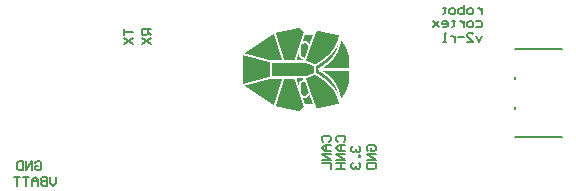
<source format=gbo>
G04*
G04 #@! TF.GenerationSoftware,Altium Limited,Altium Designer,20.1.14 (287)*
G04*
G04 Layer_Color=16777215*
%FSLAX25Y25*%
%MOIN*%
G70*
G04*
G04 #@! TF.SameCoordinates,B4ACC901-58E3-418A-A1C3-F6E1E6CBF67F*
G04*
G04*
G04 #@! TF.FilePolarity,Positive*
G04*
G01*
G75*
%ADD13C,0.00787*%
%ADD14C,0.00500*%
G36*
X-87375Y19352D02*
X-87350D01*
Y19303D01*
X-87375D01*
Y19228D01*
X-87400D01*
Y19154D01*
X-87425D01*
Y19104D01*
X-87450D01*
Y19030D01*
X-87475D01*
Y18955D01*
X-87499D01*
Y18881D01*
X-87524D01*
Y18831D01*
X-87549D01*
Y18757D01*
X-87574D01*
Y18682D01*
X-87599D01*
Y18633D01*
X-87623D01*
Y18558D01*
X-87648D01*
Y18484D01*
X-87673D01*
Y18434D01*
X-87698D01*
Y18360D01*
X-87723D01*
Y18285D01*
X-87748D01*
Y18236D01*
X-87772D01*
Y18161D01*
X-87797D01*
Y18087D01*
X-87822D01*
Y18037D01*
X-87847D01*
Y17963D01*
X-87872D01*
Y17888D01*
X-87896D01*
Y17814D01*
X-87921D01*
Y17764D01*
X-87946D01*
Y17689D01*
X-87971D01*
Y17615D01*
X-87996D01*
Y17566D01*
X-88020D01*
Y17491D01*
X-88045D01*
Y17416D01*
X-88070D01*
Y17367D01*
X-88095D01*
Y17292D01*
X-88120D01*
Y17218D01*
X-88145D01*
Y17143D01*
X-88169D01*
Y17094D01*
X-88194D01*
Y17019D01*
X-88219D01*
Y16945D01*
X-88244D01*
Y16895D01*
X-88269D01*
Y16821D01*
X-88293D01*
Y16746D01*
X-88318D01*
Y16697D01*
X-88343D01*
Y16622D01*
X-88368D01*
Y16548D01*
X-88393D01*
Y16498D01*
X-88418D01*
Y16424D01*
X-88442D01*
Y16349D01*
X-88492D01*
Y16374D01*
X-88517D01*
Y16399D01*
X-88566D01*
Y16424D01*
X-88591D01*
Y16449D01*
X-88616D01*
Y16473D01*
X-88641D01*
Y16498D01*
X-88666D01*
Y16523D01*
X-88691D01*
Y16548D01*
X-88740D01*
Y16573D01*
X-88765D01*
Y16598D01*
X-88790D01*
Y16622D01*
X-88815D01*
Y16647D01*
X-88840D01*
Y16672D01*
X-88889D01*
Y16697D01*
X-88914D01*
Y16722D01*
X-88939D01*
Y16746D01*
X-88964D01*
Y16771D01*
X-88988D01*
Y16796D01*
X-89038D01*
Y16821D01*
X-89063D01*
Y16846D01*
X-89088D01*
Y16871D01*
X-89113D01*
Y16895D01*
X-89137D01*
Y16920D01*
X-89162D01*
Y16945D01*
X-89212D01*
Y16970D01*
X-89237D01*
Y16995D01*
X-89262D01*
Y17019D01*
X-89286D01*
Y17044D01*
X-89311D01*
Y17069D01*
X-89361D01*
Y17094D01*
X-89385D01*
Y17119D01*
X-89410D01*
Y17143D01*
X-89435D01*
Y17168D01*
X-89460D01*
Y17193D01*
X-89510D01*
Y17218D01*
X-89534D01*
Y17243D01*
X-89559D01*
Y17268D01*
X-89584D01*
Y17292D01*
X-89609D01*
Y17317D01*
X-89634D01*
Y17342D01*
X-90180D01*
Y17317D01*
X-90627D01*
Y17392D01*
X-90602D01*
Y17491D01*
X-90577D01*
Y17566D01*
X-90552D01*
Y17640D01*
X-90527D01*
Y17714D01*
X-90502D01*
Y17789D01*
X-90478D01*
Y17863D01*
X-90453D01*
Y17938D01*
X-90428D01*
Y18012D01*
X-90403D01*
Y18087D01*
X-90378D01*
Y18186D01*
X-90354D01*
Y18260D01*
X-90329D01*
Y18335D01*
X-90304D01*
Y18409D01*
X-90279D01*
Y18484D01*
X-90254D01*
Y18558D01*
X-90229D01*
Y18633D01*
X-90205D01*
Y18707D01*
X-90180D01*
Y18782D01*
X-90155D01*
Y18856D01*
X-90130D01*
Y18930D01*
X-90105D01*
Y19005D01*
X-90080D01*
Y19079D01*
X-90056D01*
Y19154D01*
X-90031D01*
Y19228D01*
X-89708D01*
Y19253D01*
X-89311D01*
Y19278D01*
X-88939D01*
Y19303D01*
X-88591D01*
Y19328D01*
X-88219D01*
Y19352D01*
X-87847D01*
Y19377D01*
X-87375D01*
Y19352D01*
D02*
G37*
G36*
X-90056Y16622D02*
X-89956D01*
Y16598D01*
X-89907D01*
Y16573D01*
X-89857D01*
Y16548D01*
X-89807D01*
Y16523D01*
X-89783D01*
Y16498D01*
X-89733D01*
Y16473D01*
X-89708D01*
Y16449D01*
X-89658D01*
Y16424D01*
X-89634D01*
Y16399D01*
X-89609D01*
Y16374D01*
X-89559D01*
Y16349D01*
X-89534D01*
Y16325D01*
X-89510D01*
Y16300D01*
X-89485D01*
Y16275D01*
X-89435D01*
Y16250D01*
X-89410D01*
Y16225D01*
X-89385D01*
Y16200D01*
X-89361D01*
Y16176D01*
X-89311D01*
Y16151D01*
X-89286D01*
Y16126D01*
X-89262D01*
Y16101D01*
X-89237D01*
Y16076D01*
X-89212D01*
Y16051D01*
X-89162D01*
Y16027D01*
X-89137D01*
Y16002D01*
X-89113D01*
Y15977D01*
X-89088D01*
Y15952D01*
X-89063D01*
Y15927D01*
X-89038D01*
Y15903D01*
X-88988D01*
Y15878D01*
X-88964D01*
Y15853D01*
X-88939D01*
Y15828D01*
X-88914D01*
Y15803D01*
X-88889D01*
Y15778D01*
X-88864D01*
Y15754D01*
X-88840D01*
Y15729D01*
X-88815D01*
Y15704D01*
X-88790D01*
Y15679D01*
X-88765D01*
Y15654D01*
X-88740D01*
Y15605D01*
X-88765D01*
Y15506D01*
X-88790D01*
Y15431D01*
X-88815D01*
Y15357D01*
X-88840D01*
Y15282D01*
X-88864D01*
Y15208D01*
X-88889D01*
Y15108D01*
X-88914D01*
Y15034D01*
X-88939D01*
Y14960D01*
X-88964D01*
Y14885D01*
X-88988D01*
Y14810D01*
X-89013D01*
Y14736D01*
X-89038D01*
Y14662D01*
X-89063D01*
Y14587D01*
X-89088D01*
Y14513D01*
X-89113D01*
Y14438D01*
X-89137D01*
Y14364D01*
X-89162D01*
Y14289D01*
X-89187D01*
Y14215D01*
X-89212D01*
Y14140D01*
X-89237D01*
Y14066D01*
X-89262D01*
Y13992D01*
X-89286D01*
Y13917D01*
X-89311D01*
Y13843D01*
X-89336D01*
Y13768D01*
X-89361D01*
Y13694D01*
X-89385D01*
Y13619D01*
X-89410D01*
Y13545D01*
X-89435D01*
Y13470D01*
X-89460D01*
Y13396D01*
X-89485D01*
Y13321D01*
X-89510D01*
Y13247D01*
X-89534D01*
Y13172D01*
X-89559D01*
Y13098D01*
X-89584D01*
Y13024D01*
X-89609D01*
Y12949D01*
X-89634D01*
Y12875D01*
X-89658D01*
Y12800D01*
X-89683D01*
Y12726D01*
X-89708D01*
Y12651D01*
X-89733D01*
Y12602D01*
X-89758D01*
Y12527D01*
X-89783D01*
Y12453D01*
X-89807D01*
Y12378D01*
X-89832D01*
Y12329D01*
X-89857D01*
Y12254D01*
X-89882D01*
Y12180D01*
X-89907D01*
Y12130D01*
X-89932D01*
Y12081D01*
X-89956D01*
Y12031D01*
X-89981D01*
Y11981D01*
X-90006D01*
Y11931D01*
X-90031D01*
Y11882D01*
X-90056D01*
Y11857D01*
X-90080D01*
Y11832D01*
X-90105D01*
Y11807D01*
X-90130D01*
Y11783D01*
X-90155D01*
Y11758D01*
X-90205D01*
Y11733D01*
X-90279D01*
Y11758D01*
X-90354D01*
Y11783D01*
X-90378D01*
Y11807D01*
X-90428D01*
Y11832D01*
X-90453D01*
Y11857D01*
X-90502D01*
Y11882D01*
X-90527D01*
Y11907D01*
X-90552D01*
Y11931D01*
X-90602D01*
Y11956D01*
X-90627D01*
Y11981D01*
X-90651D01*
Y12006D01*
X-90676D01*
Y12031D01*
X-90701D01*
Y12056D01*
X-90750D01*
Y12081D01*
X-90775D01*
Y12105D01*
X-90800D01*
Y12130D01*
X-90825D01*
Y12155D01*
X-90850D01*
Y12180D01*
X-90875D01*
Y12205D01*
X-90924D01*
Y12229D01*
X-90949D01*
Y12254D01*
X-90974D01*
Y12279D01*
X-90999D01*
Y12304D01*
X-91024D01*
Y12329D01*
X-91073D01*
Y12353D01*
X-91098D01*
Y12378D01*
X-91123D01*
Y12403D01*
X-91148D01*
Y12428D01*
X-91172D01*
Y12453D01*
X-91222D01*
Y12478D01*
X-91247D01*
Y12502D01*
X-91222D01*
Y14389D01*
X-91197D01*
Y15878D01*
X-91148D01*
Y15903D01*
X-91123D01*
Y15927D01*
X-91098D01*
Y15952D01*
X-91073D01*
Y15977D01*
X-91048D01*
Y16002D01*
X-91024D01*
Y16027D01*
X-90999D01*
Y16051D01*
X-90974D01*
Y16076D01*
X-90949D01*
Y16101D01*
X-90899D01*
Y16126D01*
X-90875D01*
Y16151D01*
X-90850D01*
Y16176D01*
X-90825D01*
Y16200D01*
X-90800D01*
Y16225D01*
X-90775D01*
Y16250D01*
X-90750D01*
Y16275D01*
X-90726D01*
Y16300D01*
X-90676D01*
Y16325D01*
X-90651D01*
Y16349D01*
X-90627D01*
Y16374D01*
X-90602D01*
Y16399D01*
X-90577D01*
Y16424D01*
X-90552D01*
Y16449D01*
X-90502D01*
Y16473D01*
X-90478D01*
Y16498D01*
X-90453D01*
Y16523D01*
X-90403D01*
Y16548D01*
X-90378D01*
Y16573D01*
X-90329D01*
Y16598D01*
X-90254D01*
Y16622D01*
X-90180D01*
Y16647D01*
X-90056D01*
Y16622D01*
D02*
G37*
G36*
X-91743Y21685D02*
X-91694D01*
Y21661D01*
X-91669D01*
Y21636D01*
X-91644D01*
Y21611D01*
X-91619D01*
Y21586D01*
X-91594D01*
Y21561D01*
X-91570D01*
Y21536D01*
X-91545D01*
Y21512D01*
X-91520D01*
Y21487D01*
X-91495D01*
Y21462D01*
X-91470D01*
Y21437D01*
X-91445D01*
Y21412D01*
X-91421D01*
Y21388D01*
X-91396D01*
Y21338D01*
X-91371D01*
Y21313D01*
X-91346D01*
Y21288D01*
X-91321D01*
Y21263D01*
X-91297D01*
Y21239D01*
X-91272D01*
Y21214D01*
X-91247D01*
Y21164D01*
X-91222D01*
Y21139D01*
X-91197D01*
Y21115D01*
X-91172D01*
Y21090D01*
X-91148D01*
Y21040D01*
X-91123D01*
Y21015D01*
X-91098D01*
Y20990D01*
X-91073D01*
Y20966D01*
X-91048D01*
Y20941D01*
X-91024D01*
Y20891D01*
X-90999D01*
Y20866D01*
X-90974D01*
Y20842D01*
X-90949D01*
Y20817D01*
X-90924D01*
Y20767D01*
X-90899D01*
Y20742D01*
X-90875D01*
Y20718D01*
X-90850D01*
Y20668D01*
X-90825D01*
Y20643D01*
X-90800D01*
Y20618D01*
X-90775D01*
Y20593D01*
X-90750D01*
Y20544D01*
X-90726D01*
Y20519D01*
X-90701D01*
Y20494D01*
X-90676D01*
Y20444D01*
X-90651D01*
Y20420D01*
X-90627D01*
Y20395D01*
X-90602D01*
Y20345D01*
X-90577D01*
Y20320D01*
X-90552D01*
Y20295D01*
X-90527D01*
Y20246D01*
X-90502D01*
Y20221D01*
X-90478D01*
Y20171D01*
X-90453D01*
Y20072D01*
X-90478D01*
Y19998D01*
X-90502D01*
Y19898D01*
X-90527D01*
Y19824D01*
X-90552D01*
Y19749D01*
X-90577D01*
Y19675D01*
X-90602D01*
Y19601D01*
X-90627D01*
Y19526D01*
X-90651D01*
Y19452D01*
X-90676D01*
Y19377D01*
X-90701D01*
Y19303D01*
X-90726D01*
Y19228D01*
X-90750D01*
Y19154D01*
X-90775D01*
Y19079D01*
X-90800D01*
Y19005D01*
X-90825D01*
Y18930D01*
X-90850D01*
Y18856D01*
X-90875D01*
Y18782D01*
X-90899D01*
Y18707D01*
X-90924D01*
Y18633D01*
X-90949D01*
Y18558D01*
X-90974D01*
Y18484D01*
X-90999D01*
Y18409D01*
X-91024D01*
Y18335D01*
X-91048D01*
Y18260D01*
X-91073D01*
Y18186D01*
X-91098D01*
Y18111D01*
X-91123D01*
Y18037D01*
X-91148D01*
Y17963D01*
X-91172D01*
Y17888D01*
X-91197D01*
Y17814D01*
X-91222D01*
Y17739D01*
X-91247D01*
Y17665D01*
X-91272D01*
Y17590D01*
X-91297D01*
Y17516D01*
X-91321D01*
Y17441D01*
X-91346D01*
Y17367D01*
X-91371D01*
Y17292D01*
X-91396D01*
Y17218D01*
X-91421D01*
Y17143D01*
X-91445D01*
Y17069D01*
X-91470D01*
Y16995D01*
X-91495D01*
Y16920D01*
X-91520D01*
Y16846D01*
X-91545D01*
Y16771D01*
X-91570D01*
Y16697D01*
X-91594D01*
Y16622D01*
X-91619D01*
Y16548D01*
X-91644D01*
Y16473D01*
X-91669D01*
Y16399D01*
X-91694D01*
Y16325D01*
X-91719D01*
Y16250D01*
X-91743D01*
Y16176D01*
X-91768D01*
Y16101D01*
X-91793D01*
Y16027D01*
X-91818D01*
Y15952D01*
X-91843D01*
Y15878D01*
X-91867D01*
Y15803D01*
X-91892D01*
Y15729D01*
X-91917D01*
Y15654D01*
X-91942D01*
Y15580D01*
X-91967D01*
Y15506D01*
X-91992D01*
Y15431D01*
X-92016D01*
Y15357D01*
X-92041D01*
Y15282D01*
X-92066D01*
Y15208D01*
X-92091D01*
Y15133D01*
X-92116D01*
Y15059D01*
X-92140D01*
Y14984D01*
X-92165D01*
Y14910D01*
X-92190D01*
Y14835D01*
X-92215D01*
Y14761D01*
X-92240D01*
Y14686D01*
X-92264D01*
Y14612D01*
X-92289D01*
Y14537D01*
X-92314D01*
Y14463D01*
X-92339D01*
Y14389D01*
X-92364D01*
Y14314D01*
X-92389D01*
Y14240D01*
X-92414D01*
Y14165D01*
X-92438D01*
Y14091D01*
X-92463D01*
Y14016D01*
X-92488D01*
Y13942D01*
X-92513D01*
Y13867D01*
X-92538D01*
Y13793D01*
X-92562D01*
Y13719D01*
X-92587D01*
Y13644D01*
X-92612D01*
Y13570D01*
X-92637D01*
Y13495D01*
X-92662D01*
Y13421D01*
X-92686D01*
Y13371D01*
X-92711D01*
Y13297D01*
X-92736D01*
Y13222D01*
X-92761D01*
Y13148D01*
X-92786D01*
Y13073D01*
X-92811D01*
Y12999D01*
X-92835D01*
Y12924D01*
X-92860D01*
Y12850D01*
X-92885D01*
Y12775D01*
X-92910D01*
Y12701D01*
X-92935D01*
Y12627D01*
X-92959D01*
Y12552D01*
X-92984D01*
Y12478D01*
X-93009D01*
Y12403D01*
X-93034D01*
Y12329D01*
X-93059D01*
Y12254D01*
X-93084D01*
Y12180D01*
X-93108D01*
Y12105D01*
X-93133D01*
Y12031D01*
X-93158D01*
Y11956D01*
X-93183D01*
Y11882D01*
X-93208D01*
Y11807D01*
X-93233D01*
Y11758D01*
X-93257D01*
Y11683D01*
X-93282D01*
Y11609D01*
X-93307D01*
Y11534D01*
X-93332D01*
Y11460D01*
X-93357D01*
Y11385D01*
X-93381D01*
Y11311D01*
X-93406D01*
Y11237D01*
X-93431D01*
Y11162D01*
X-93456D01*
Y11088D01*
X-93481D01*
Y11063D01*
X-96906D01*
Y11137D01*
X-96930D01*
Y11237D01*
X-96955D01*
Y11311D01*
X-96980D01*
Y11385D01*
X-97005D01*
Y11460D01*
X-97030D01*
Y11534D01*
X-97055D01*
Y11634D01*
X-97079D01*
Y11708D01*
X-97104D01*
Y11783D01*
X-97129D01*
Y11857D01*
X-97154D01*
Y11931D01*
X-97179D01*
Y12006D01*
X-97203D01*
Y12105D01*
X-97228D01*
Y12180D01*
X-97253D01*
Y12254D01*
X-97278D01*
Y12329D01*
X-97303D01*
Y12403D01*
X-97328D01*
Y12502D01*
X-97352D01*
Y12577D01*
X-97377D01*
Y12651D01*
X-97402D01*
Y12726D01*
X-97427D01*
Y12800D01*
X-97452D01*
Y12900D01*
X-97477D01*
Y12974D01*
X-97501D01*
Y13048D01*
X-97526D01*
Y13123D01*
X-97551D01*
Y13197D01*
X-97576D01*
Y13272D01*
X-97601D01*
Y13371D01*
X-97625D01*
Y13445D01*
X-97650D01*
Y13520D01*
X-97675D01*
Y13594D01*
X-97700D01*
Y13669D01*
X-97725D01*
Y13768D01*
X-97750D01*
Y13843D01*
X-97774D01*
Y13917D01*
X-97799D01*
Y13992D01*
X-97824D01*
Y14066D01*
X-97849D01*
Y14165D01*
X-97874D01*
Y14240D01*
X-97898D01*
Y14314D01*
X-97923D01*
Y14389D01*
X-97948D01*
Y14463D01*
X-97973D01*
Y14562D01*
X-97998D01*
Y14637D01*
X-98023D01*
Y14711D01*
X-98047D01*
Y14786D01*
X-98072D01*
Y14860D01*
X-98097D01*
Y14935D01*
X-98122D01*
Y15034D01*
X-98147D01*
Y15108D01*
X-98172D01*
Y15183D01*
X-98196D01*
Y15257D01*
X-98221D01*
Y15332D01*
X-98246D01*
Y15431D01*
X-98271D01*
Y15506D01*
X-98296D01*
Y15580D01*
X-98320D01*
Y15654D01*
X-98345D01*
Y15729D01*
X-98370D01*
Y15828D01*
X-98395D01*
Y15903D01*
X-98420D01*
Y15977D01*
X-98444D01*
Y16051D01*
X-98469D01*
Y16126D01*
X-98494D01*
Y16200D01*
X-98519D01*
Y16300D01*
X-98544D01*
Y16374D01*
X-98569D01*
Y16449D01*
X-98593D01*
Y16523D01*
X-98618D01*
Y16622D01*
X-98643D01*
Y16697D01*
X-98668D01*
Y16771D01*
X-98693D01*
Y16846D01*
X-98717D01*
Y16920D01*
X-98742D01*
Y16995D01*
X-98767D01*
Y17094D01*
X-98792D01*
Y17168D01*
X-98817D01*
Y17243D01*
X-98842D01*
Y17317D01*
X-98866D01*
Y17392D01*
X-98891D01*
Y17491D01*
X-98916D01*
Y17566D01*
X-98941D01*
Y17640D01*
X-98966D01*
Y17714D01*
X-98990D01*
Y17789D01*
X-99015D01*
Y17888D01*
X-99040D01*
Y17963D01*
X-99065D01*
Y18037D01*
X-99090D01*
Y18111D01*
X-99115D01*
Y18186D01*
X-99139D01*
Y18285D01*
X-99164D01*
Y18360D01*
X-99189D01*
Y18434D01*
X-99214D01*
Y18509D01*
X-99239D01*
Y18583D01*
X-99264D01*
Y18682D01*
X-99288D01*
Y18757D01*
X-99313D01*
Y18831D01*
X-99338D01*
Y18906D01*
X-99363D01*
Y18980D01*
X-99388D01*
Y19079D01*
X-99412D01*
Y19154D01*
X-99437D01*
Y19228D01*
X-99462D01*
Y19303D01*
X-99487D01*
Y19377D01*
X-99512D01*
Y19477D01*
X-99537D01*
Y19551D01*
X-99561D01*
Y19625D01*
X-99586D01*
Y19700D01*
X-99611D01*
Y19799D01*
X-99636D01*
Y19923D01*
X-99661D01*
Y20072D01*
X-99561D01*
Y20097D01*
X-99462D01*
Y20122D01*
X-99363D01*
Y20147D01*
X-99239D01*
Y20171D01*
X-99115D01*
Y20196D01*
X-99015D01*
Y20221D01*
X-98891D01*
Y20246D01*
X-98792D01*
Y20271D01*
X-98668D01*
Y20295D01*
X-98569D01*
Y20320D01*
X-98444D01*
Y20345D01*
X-98320D01*
Y20370D01*
X-98221D01*
Y20395D01*
X-98097D01*
Y20420D01*
X-97973D01*
Y20444D01*
X-97874D01*
Y20469D01*
X-97750D01*
Y20494D01*
X-97625D01*
Y20519D01*
X-97501D01*
Y20544D01*
X-97402D01*
Y20569D01*
X-97278D01*
Y20593D01*
X-97154D01*
Y20618D01*
X-97030D01*
Y20643D01*
X-96930D01*
Y20668D01*
X-96806D01*
Y20693D01*
X-96682D01*
Y20718D01*
X-96558D01*
Y20742D01*
X-96434D01*
Y20767D01*
X-96335D01*
Y20792D01*
X-96211D01*
Y20817D01*
X-96087D01*
Y20842D01*
X-95963D01*
Y20866D01*
X-95838D01*
Y20891D01*
X-95739D01*
Y20916D01*
X-95615D01*
Y20941D01*
X-95491D01*
Y20966D01*
X-95367D01*
Y20990D01*
X-95243D01*
Y21015D01*
X-95119D01*
Y21040D01*
X-95019D01*
Y21065D01*
X-94895D01*
Y21090D01*
X-94771D01*
Y21115D01*
X-94647D01*
Y21139D01*
X-94523D01*
Y21164D01*
X-94399D01*
Y21189D01*
X-94300D01*
Y21214D01*
X-94176D01*
Y21239D01*
X-94051D01*
Y21263D01*
X-93927D01*
Y21288D01*
X-93803D01*
Y21313D01*
X-93704D01*
Y21338D01*
X-93580D01*
Y21363D01*
X-93456D01*
Y21388D01*
X-93332D01*
Y21412D01*
X-93208D01*
Y21437D01*
X-93084D01*
Y21462D01*
X-92984D01*
Y21487D01*
X-92860D01*
Y21512D01*
X-92736D01*
Y21536D01*
X-92637D01*
Y21561D01*
X-92513D01*
Y21586D01*
X-92389D01*
Y21611D01*
X-92264D01*
Y21636D01*
X-92165D01*
Y21661D01*
X-92041D01*
Y21685D01*
X-91917D01*
Y21710D01*
X-91743D01*
Y21685D01*
D02*
G37*
G36*
X-91942Y12775D02*
X-91917D01*
Y12155D01*
X-91892D01*
Y12130D01*
X-91867D01*
Y12105D01*
X-91843D01*
Y12081D01*
X-91818D01*
Y12056D01*
X-91768D01*
Y12031D01*
X-91743D01*
Y12006D01*
X-91719D01*
Y11981D01*
X-91694D01*
Y11956D01*
X-91669D01*
Y11931D01*
X-91619D01*
Y11907D01*
X-91594D01*
Y11882D01*
X-91570D01*
Y11857D01*
X-91545D01*
Y11832D01*
X-91520D01*
Y11807D01*
X-91495D01*
Y11783D01*
X-91445D01*
Y11758D01*
X-91421D01*
Y11733D01*
X-91396D01*
Y11708D01*
X-91371D01*
Y11683D01*
X-91346D01*
Y11659D01*
X-91321D01*
Y11634D01*
X-91272D01*
Y11609D01*
X-91247D01*
Y11584D01*
X-91222D01*
Y11559D01*
X-91197D01*
Y11534D01*
X-91172D01*
Y11510D01*
X-91123D01*
Y11485D01*
X-91098D01*
Y11460D01*
X-91073D01*
Y11435D01*
X-91048D01*
Y11410D01*
X-90999D01*
Y11385D01*
X-90974D01*
Y11361D01*
X-90949D01*
Y11336D01*
X-90899D01*
Y11311D01*
X-90875D01*
Y11286D01*
X-90850D01*
Y11261D01*
X-90800D01*
Y11237D01*
X-90775D01*
Y11212D01*
X-90726D01*
Y11187D01*
X-90701D01*
Y11162D01*
X-90651D01*
Y11137D01*
X-90627D01*
Y11112D01*
X-90577D01*
Y11088D01*
X-90527D01*
Y11063D01*
X-90478D01*
Y11038D01*
X-90378D01*
Y11013D01*
X-90329D01*
Y10988D01*
X-90304D01*
Y10914D01*
X-90329D01*
Y10889D01*
X-90403D01*
Y10864D01*
X-90676D01*
Y10840D01*
X-92811D01*
Y10914D01*
X-92786D01*
Y10988D01*
X-92761D01*
Y11063D01*
X-92736D01*
Y11137D01*
X-92711D01*
Y11212D01*
X-92686D01*
Y11286D01*
X-92662D01*
Y11361D01*
X-92637D01*
Y11435D01*
X-92612D01*
Y11510D01*
X-92587D01*
Y11584D01*
X-92562D01*
Y11634D01*
X-92538D01*
Y11708D01*
X-92513D01*
Y11783D01*
X-92488D01*
Y11857D01*
X-92463D01*
Y11931D01*
X-92438D01*
Y12006D01*
X-92414D01*
Y12081D01*
X-92389D01*
Y12155D01*
X-92364D01*
Y12229D01*
X-92339D01*
Y12304D01*
X-92314D01*
Y12378D01*
X-92289D01*
Y12453D01*
X-92264D01*
Y12527D01*
X-92240D01*
Y12602D01*
X-92215D01*
Y12676D01*
X-92190D01*
Y12751D01*
X-92165D01*
Y12825D01*
X-92140D01*
Y12900D01*
X-92116D01*
Y12974D01*
X-92091D01*
Y13048D01*
X-92066D01*
Y13098D01*
X-92041D01*
Y13172D01*
X-92016D01*
Y13247D01*
X-91992D01*
Y13321D01*
X-91967D01*
Y13396D01*
X-91942D01*
Y12775D01*
D02*
G37*
G36*
X-100356Y19700D02*
X-100331D01*
Y19625D01*
X-100306D01*
Y19551D01*
X-100281D01*
Y19477D01*
X-100256D01*
Y19402D01*
X-100231D01*
Y19328D01*
X-100207D01*
Y19253D01*
X-100182D01*
Y19179D01*
X-100157D01*
Y19104D01*
X-100132D01*
Y19005D01*
X-100107D01*
Y18930D01*
X-100083D01*
Y18856D01*
X-100058D01*
Y18782D01*
X-100033D01*
Y18707D01*
X-100008D01*
Y18633D01*
X-99983D01*
Y18558D01*
X-99958D01*
Y18484D01*
X-99934D01*
Y18384D01*
X-99909D01*
Y18310D01*
X-99884D01*
Y18236D01*
X-99859D01*
Y18161D01*
X-99834D01*
Y18087D01*
X-99809D01*
Y18012D01*
X-99785D01*
Y17938D01*
X-99760D01*
Y17863D01*
X-99735D01*
Y17764D01*
X-99710D01*
Y17689D01*
X-99685D01*
Y17615D01*
X-99661D01*
Y17541D01*
X-99636D01*
Y17466D01*
X-99611D01*
Y17392D01*
X-99586D01*
Y17317D01*
X-99561D01*
Y17218D01*
X-99537D01*
Y17143D01*
X-99512D01*
Y17069D01*
X-99487D01*
Y16995D01*
X-99462D01*
Y16920D01*
X-99437D01*
Y16846D01*
X-99412D01*
Y16746D01*
X-99388D01*
Y16672D01*
X-99363D01*
Y16598D01*
X-99338D01*
Y16523D01*
X-99313D01*
Y16449D01*
X-99288D01*
Y16349D01*
X-99264D01*
Y16275D01*
X-99239D01*
Y16200D01*
X-99214D01*
Y16126D01*
X-99189D01*
Y16051D01*
X-99164D01*
Y15977D01*
X-99139D01*
Y15878D01*
X-99115D01*
Y15803D01*
X-99090D01*
Y15729D01*
X-99065D01*
Y15654D01*
X-99040D01*
Y15580D01*
X-99015D01*
Y15506D01*
X-98990D01*
Y15406D01*
X-98966D01*
Y15332D01*
X-98941D01*
Y15257D01*
X-98916D01*
Y15183D01*
X-98891D01*
Y15108D01*
X-98866D01*
Y15009D01*
X-98842D01*
Y14935D01*
X-98817D01*
Y14860D01*
X-98792D01*
Y14786D01*
X-98767D01*
Y14711D01*
X-98742D01*
Y14612D01*
X-98717D01*
Y14537D01*
X-98693D01*
Y14463D01*
X-98668D01*
Y14389D01*
X-98643D01*
Y14314D01*
X-98618D01*
Y14240D01*
X-98593D01*
Y14140D01*
X-98569D01*
Y14066D01*
X-98544D01*
Y13992D01*
X-98519D01*
Y13917D01*
X-98494D01*
Y13843D01*
X-98469D01*
Y13743D01*
X-98444D01*
Y13669D01*
X-98420D01*
Y13594D01*
X-98395D01*
Y13520D01*
X-98370D01*
Y13445D01*
X-98345D01*
Y13346D01*
X-98320D01*
Y13272D01*
X-98296D01*
Y13197D01*
X-98271D01*
Y13123D01*
X-98246D01*
Y13048D01*
X-98221D01*
Y12974D01*
X-98196D01*
Y12875D01*
X-98172D01*
Y12800D01*
X-98147D01*
Y12726D01*
X-98122D01*
Y12651D01*
X-98097D01*
Y12577D01*
X-98072D01*
Y12478D01*
X-98047D01*
Y12403D01*
X-98023D01*
Y12329D01*
X-97998D01*
Y12254D01*
X-97973D01*
Y12180D01*
X-97948D01*
Y12081D01*
X-97923D01*
Y12006D01*
X-97898D01*
Y11931D01*
X-97874D01*
Y11857D01*
X-97849D01*
Y11783D01*
X-97824D01*
Y11683D01*
X-97799D01*
Y11609D01*
X-97774D01*
Y11534D01*
X-97750D01*
Y11460D01*
X-97725D01*
Y11385D01*
X-97700D01*
Y11311D01*
X-97675D01*
Y11212D01*
X-97650D01*
Y11137D01*
X-97625D01*
Y11088D01*
X-97725D01*
Y11063D01*
X-97824D01*
Y11038D01*
X-98023D01*
Y11013D01*
X-98296D01*
Y10988D01*
X-98643D01*
Y10964D01*
X-99015D01*
Y10939D01*
X-99437D01*
Y10914D01*
X-99859D01*
Y10889D01*
X-100331D01*
Y10864D01*
X-100777D01*
Y10840D01*
X-101249D01*
Y10864D01*
X-101348D01*
Y10889D01*
X-101448D01*
Y10914D01*
X-101522D01*
Y10939D01*
X-101621D01*
Y10964D01*
X-101721D01*
Y10988D01*
X-101820D01*
Y11013D01*
X-101919D01*
Y11038D01*
X-101994D01*
Y11063D01*
X-102093D01*
Y11088D01*
X-102192D01*
Y11112D01*
X-102291D01*
Y11137D01*
X-102391D01*
Y11162D01*
X-102465D01*
Y11187D01*
X-102564D01*
Y11212D01*
X-102664D01*
Y11237D01*
X-102763D01*
Y11261D01*
X-102837D01*
Y11286D01*
X-102937D01*
Y11311D01*
X-103036D01*
Y11336D01*
X-103135D01*
Y11361D01*
X-103235D01*
Y11385D01*
X-103309D01*
Y11410D01*
X-103408D01*
Y11435D01*
X-103507D01*
Y11460D01*
X-103607D01*
Y11485D01*
X-103706D01*
Y11510D01*
X-103780D01*
Y11534D01*
X-103880D01*
Y11559D01*
X-103979D01*
Y11584D01*
X-104078D01*
Y11609D01*
X-104153D01*
Y11634D01*
X-104252D01*
Y11659D01*
X-104351D01*
Y11683D01*
X-104451D01*
Y11708D01*
X-104550D01*
Y11733D01*
X-104624D01*
Y11758D01*
X-104724D01*
Y11783D01*
X-104823D01*
Y11807D01*
X-104922D01*
Y11832D01*
X-105022D01*
Y11857D01*
X-105096D01*
Y11882D01*
X-105195D01*
Y11907D01*
X-105295D01*
Y11931D01*
X-105394D01*
Y11956D01*
X-105493D01*
Y11981D01*
X-105568D01*
Y12006D01*
X-105667D01*
Y12031D01*
X-105766D01*
Y12056D01*
X-105865D01*
Y12081D01*
X-105940D01*
Y12105D01*
X-106039D01*
Y12130D01*
X-106138D01*
Y12155D01*
X-106238D01*
Y12180D01*
X-106312D01*
Y12205D01*
X-106411D01*
Y12229D01*
X-106511D01*
Y12254D01*
X-106610D01*
Y12279D01*
X-106709D01*
Y12304D01*
X-106784D01*
Y12329D01*
X-106883D01*
Y12353D01*
X-106982D01*
Y12378D01*
X-107081D01*
Y12403D01*
X-107156D01*
Y12428D01*
X-107255D01*
Y12453D01*
X-107354D01*
Y12478D01*
X-107454D01*
Y12502D01*
X-107553D01*
Y12527D01*
X-107627D01*
Y12552D01*
X-107727D01*
Y12577D01*
X-107826D01*
Y12602D01*
X-107925D01*
Y12627D01*
X-108000D01*
Y12651D01*
X-108099D01*
Y12676D01*
X-108198D01*
Y12701D01*
X-108298D01*
Y12726D01*
X-108372D01*
Y12751D01*
X-108471D01*
Y12775D01*
X-108571D01*
Y12800D01*
X-108670D01*
Y12825D01*
X-108769D01*
Y12850D01*
X-108844D01*
Y12875D01*
X-108943D01*
Y12900D01*
X-109042D01*
Y12924D01*
X-109117D01*
Y12949D01*
X-109216D01*
Y12974D01*
X-109315D01*
Y12999D01*
X-109415D01*
Y13024D01*
X-109489D01*
Y13048D01*
X-109588D01*
Y13073D01*
X-109687D01*
Y13098D01*
X-109762D01*
Y13123D01*
X-109861D01*
Y13148D01*
X-109960D01*
Y13172D01*
X-110010D01*
Y13197D01*
X-110035D01*
Y13247D01*
X-110010D01*
Y13272D01*
X-109985D01*
Y13297D01*
X-109936D01*
Y13321D01*
X-109911D01*
Y13346D01*
X-109861D01*
Y13371D01*
X-109836D01*
Y13396D01*
X-109812D01*
Y13421D01*
X-109762D01*
Y13445D01*
X-109737D01*
Y13470D01*
X-109687D01*
Y13495D01*
X-109663D01*
Y13520D01*
X-109613D01*
Y13545D01*
X-109588D01*
Y13570D01*
X-109539D01*
Y13594D01*
X-109514D01*
Y13619D01*
X-109489D01*
Y13644D01*
X-109439D01*
Y13669D01*
X-109415D01*
Y13694D01*
X-109365D01*
Y13719D01*
X-109340D01*
Y13743D01*
X-109290D01*
Y13768D01*
X-109265D01*
Y13793D01*
X-109216D01*
Y13818D01*
X-109191D01*
Y13843D01*
X-109142D01*
Y13867D01*
X-109117D01*
Y13892D01*
X-109067D01*
Y13917D01*
X-109042D01*
Y13942D01*
X-108993D01*
Y13967D01*
X-108968D01*
Y13992D01*
X-108918D01*
Y14016D01*
X-108893D01*
Y14041D01*
X-108868D01*
Y14066D01*
X-108819D01*
Y14091D01*
X-108794D01*
Y14116D01*
X-108744D01*
Y14140D01*
X-108720D01*
Y14165D01*
X-108670D01*
Y14190D01*
X-108645D01*
Y14215D01*
X-108595D01*
Y14240D01*
X-108571D01*
Y14265D01*
X-108521D01*
Y14289D01*
X-108496D01*
Y14314D01*
X-108447D01*
Y14339D01*
X-108422D01*
Y14364D01*
X-108372D01*
Y14389D01*
X-108347D01*
Y14413D01*
X-108298D01*
Y14438D01*
X-108273D01*
Y14463D01*
X-108223D01*
Y14488D01*
X-108198D01*
Y14513D01*
X-108174D01*
Y14537D01*
X-108124D01*
Y14562D01*
X-108099D01*
Y14587D01*
X-108049D01*
Y14612D01*
X-108025D01*
Y14637D01*
X-107975D01*
Y14662D01*
X-107950D01*
Y14686D01*
X-107901D01*
Y14711D01*
X-107876D01*
Y14736D01*
X-107826D01*
Y14761D01*
X-107801D01*
Y14786D01*
X-107752D01*
Y14810D01*
X-107727D01*
Y14835D01*
X-107677D01*
Y14860D01*
X-107652D01*
Y14885D01*
X-107603D01*
Y14910D01*
X-107578D01*
Y14935D01*
X-107528D01*
Y14960D01*
X-107503D01*
Y14984D01*
X-107454D01*
Y15009D01*
X-107429D01*
Y15034D01*
X-107379D01*
Y15059D01*
X-107354D01*
Y15084D01*
X-107305D01*
Y15108D01*
X-107280D01*
Y15133D01*
X-107230D01*
Y15158D01*
X-107205D01*
Y15183D01*
X-107156D01*
Y15208D01*
X-107131D01*
Y15233D01*
X-107081D01*
Y15257D01*
X-107057D01*
Y15282D01*
X-107032D01*
Y15307D01*
X-106982D01*
Y15332D01*
X-106957D01*
Y15357D01*
X-106908D01*
Y15381D01*
X-106883D01*
Y15406D01*
X-106833D01*
Y15431D01*
X-106808D01*
Y15456D01*
X-106759D01*
Y15481D01*
X-106734D01*
Y15506D01*
X-106684D01*
Y15530D01*
X-106659D01*
Y15555D01*
X-106610D01*
Y15580D01*
X-106585D01*
Y15605D01*
X-106535D01*
Y15630D01*
X-106511D01*
Y15654D01*
X-106461D01*
Y15679D01*
X-106436D01*
Y15704D01*
X-106386D01*
Y15729D01*
X-106362D01*
Y15754D01*
X-106312D01*
Y15778D01*
X-106287D01*
Y15803D01*
X-106238D01*
Y15828D01*
X-106213D01*
Y15853D01*
X-106163D01*
Y15878D01*
X-106138D01*
Y15903D01*
X-106089D01*
Y15927D01*
X-106064D01*
Y15952D01*
X-106014D01*
Y15977D01*
X-105989D01*
Y16002D01*
X-105940D01*
Y16027D01*
X-105915D01*
Y16051D01*
X-105865D01*
Y16076D01*
X-105841D01*
Y16101D01*
X-105791D01*
Y16126D01*
X-105766D01*
Y16151D01*
X-105716D01*
Y16176D01*
X-105692D01*
Y16200D01*
X-105642D01*
Y16225D01*
X-105617D01*
Y16250D01*
X-105568D01*
Y16275D01*
X-105543D01*
Y16300D01*
X-105493D01*
Y16325D01*
X-105468D01*
Y16349D01*
X-105419D01*
Y16374D01*
X-105394D01*
Y16399D01*
X-105344D01*
Y16424D01*
X-105319D01*
Y16449D01*
X-105270D01*
Y16473D01*
X-105245D01*
Y16498D01*
X-105195D01*
Y16523D01*
X-105170D01*
Y16548D01*
X-105146D01*
Y16573D01*
X-105096D01*
Y16598D01*
X-105071D01*
Y16622D01*
X-105022D01*
Y16647D01*
X-104997D01*
Y16672D01*
X-104947D01*
Y16697D01*
X-104922D01*
Y16722D01*
X-104873D01*
Y16746D01*
X-104848D01*
Y16771D01*
X-104798D01*
Y16796D01*
X-104773D01*
Y16821D01*
X-104724D01*
Y16846D01*
X-104699D01*
Y16871D01*
X-104649D01*
Y16895D01*
X-104624D01*
Y16920D01*
X-104575D01*
Y16945D01*
X-104550D01*
Y16970D01*
X-104500D01*
Y16995D01*
X-104475D01*
Y17019D01*
X-104426D01*
Y17044D01*
X-104401D01*
Y17069D01*
X-104351D01*
Y17094D01*
X-104326D01*
Y17119D01*
X-104277D01*
Y17143D01*
X-104252D01*
Y17168D01*
X-104202D01*
Y17193D01*
X-104178D01*
Y17218D01*
X-104128D01*
Y17243D01*
X-104103D01*
Y17268D01*
X-104054D01*
Y17292D01*
X-104029D01*
Y17317D01*
X-103979D01*
Y17342D01*
X-103954D01*
Y17367D01*
X-103905D01*
Y17392D01*
X-103880D01*
Y17416D01*
X-103830D01*
Y17441D01*
X-103805D01*
Y17466D01*
X-103756D01*
Y17491D01*
X-103731D01*
Y17516D01*
X-103681D01*
Y17541D01*
X-103656D01*
Y17566D01*
X-103607D01*
Y17590D01*
X-103582D01*
Y17615D01*
X-103532D01*
Y17640D01*
X-103507D01*
Y17665D01*
X-103458D01*
Y17689D01*
X-103433D01*
Y17714D01*
X-103383D01*
Y17739D01*
X-103359D01*
Y17764D01*
X-103309D01*
Y17789D01*
X-103284D01*
Y17814D01*
X-103235D01*
Y17839D01*
X-103210D01*
Y17863D01*
X-103160D01*
Y17888D01*
X-103135D01*
Y17913D01*
X-103086D01*
Y17938D01*
X-103061D01*
Y17963D01*
X-103011D01*
Y17987D01*
X-102986D01*
Y18012D01*
X-102937D01*
Y18037D01*
X-102912D01*
Y18062D01*
X-102862D01*
Y18087D01*
X-102837D01*
Y18111D01*
X-102788D01*
Y18136D01*
X-102763D01*
Y18161D01*
X-102713D01*
Y18186D01*
X-102689D01*
Y18211D01*
X-102639D01*
Y18236D01*
X-102614D01*
Y18260D01*
X-102564D01*
Y18285D01*
X-102540D01*
Y18310D01*
X-102490D01*
Y18335D01*
X-102465D01*
Y18360D01*
X-102416D01*
Y18384D01*
X-102391D01*
Y18409D01*
X-102341D01*
Y18434D01*
X-102291D01*
Y18459D01*
X-102267D01*
Y18484D01*
X-102217D01*
Y18509D01*
X-102192D01*
Y18533D01*
X-102143D01*
Y18558D01*
X-102118D01*
Y18583D01*
X-102068D01*
Y18608D01*
X-102043D01*
Y18633D01*
X-101994D01*
Y18657D01*
X-101969D01*
Y18682D01*
X-101919D01*
Y18707D01*
X-101894D01*
Y18732D01*
X-101845D01*
Y18757D01*
X-101820D01*
Y18782D01*
X-101770D01*
Y18806D01*
X-101745D01*
Y18831D01*
X-101696D01*
Y18856D01*
X-101671D01*
Y18881D01*
X-101621D01*
Y18906D01*
X-101596D01*
Y18930D01*
X-101547D01*
Y18955D01*
X-101522D01*
Y18980D01*
X-101472D01*
Y19005D01*
X-101448D01*
Y19030D01*
X-101398D01*
Y19055D01*
X-101373D01*
Y19079D01*
X-101323D01*
Y19104D01*
X-101299D01*
Y19129D01*
X-101249D01*
Y19154D01*
X-101224D01*
Y19179D01*
X-101174D01*
Y19204D01*
X-101150D01*
Y19228D01*
X-101100D01*
Y19253D01*
X-101075D01*
Y19278D01*
X-101026D01*
Y19303D01*
X-100976D01*
Y19328D01*
X-100951D01*
Y19352D01*
X-100901D01*
Y19377D01*
X-100877D01*
Y19402D01*
X-100827D01*
Y19427D01*
X-100802D01*
Y19452D01*
X-100753D01*
Y19477D01*
X-100728D01*
Y19501D01*
X-100678D01*
Y19526D01*
X-100653D01*
Y19551D01*
X-100604D01*
Y19576D01*
X-100579D01*
Y19601D01*
X-100529D01*
Y19625D01*
X-100504D01*
Y19650D01*
X-100455D01*
Y19675D01*
X-100405D01*
Y19700D01*
X-100380D01*
Y19725D01*
X-100356D01*
Y19700D01*
D02*
G37*
G36*
X-85936Y20742D02*
X-85812D01*
Y20718D01*
X-85712D01*
Y20693D01*
X-85588D01*
Y20668D01*
X-85464D01*
Y20643D01*
X-85365D01*
Y20618D01*
X-85241D01*
Y20593D01*
X-85117D01*
Y20569D01*
X-85017D01*
Y20544D01*
X-84893D01*
Y20519D01*
X-84769D01*
Y20494D01*
X-84670D01*
Y20469D01*
X-84546D01*
Y20444D01*
X-84422D01*
Y20420D01*
X-84323D01*
Y20395D01*
X-84198D01*
Y20370D01*
X-84074D01*
Y20345D01*
X-83950D01*
Y20320D01*
X-83851D01*
Y20295D01*
X-83727D01*
Y20271D01*
X-83603D01*
Y20246D01*
X-83479D01*
Y20221D01*
X-83379D01*
Y20196D01*
X-83255D01*
Y20171D01*
X-83131D01*
Y20147D01*
X-83007D01*
Y20122D01*
X-82908D01*
Y20097D01*
X-82784D01*
Y20072D01*
X-82660D01*
Y20047D01*
X-82560D01*
Y20022D01*
X-82436D01*
Y19998D01*
X-82312D01*
Y19973D01*
X-82188D01*
Y19948D01*
X-82089D01*
Y19923D01*
X-81965D01*
Y19898D01*
X-81840D01*
Y19874D01*
X-81741D01*
Y19849D01*
X-81617D01*
Y19824D01*
X-81493D01*
Y19799D01*
X-81369D01*
Y19774D01*
X-81270D01*
Y19749D01*
X-81146D01*
Y19725D01*
X-81021D01*
Y19700D01*
X-80897D01*
Y19675D01*
X-80798D01*
Y19650D01*
X-80674D01*
Y19625D01*
X-80550D01*
Y19601D01*
X-80451D01*
Y19576D01*
X-80327D01*
Y19551D01*
X-80203D01*
Y19526D01*
X-80078D01*
Y19501D01*
X-79979D01*
Y19477D01*
X-79855D01*
Y19452D01*
X-79731D01*
Y19427D01*
X-79632D01*
Y19402D01*
X-79508D01*
Y19377D01*
X-79408D01*
Y19352D01*
X-79284D01*
Y19328D01*
X-79160D01*
Y19303D01*
X-79061D01*
Y19278D01*
X-78937D01*
Y19253D01*
X-78838D01*
Y19228D01*
X-78738D01*
Y19204D01*
X-78713D01*
Y19030D01*
X-78738D01*
Y18881D01*
X-78763D01*
Y18782D01*
X-78788D01*
Y18657D01*
X-78813D01*
Y18558D01*
X-78838D01*
Y18459D01*
X-78862D01*
Y18360D01*
X-78887D01*
Y18260D01*
X-78912D01*
Y18161D01*
X-78937D01*
Y18087D01*
X-78962D01*
Y17987D01*
X-78986D01*
Y17888D01*
X-79011D01*
Y17814D01*
X-79036D01*
Y17739D01*
X-79061D01*
Y17640D01*
X-79086D01*
Y17566D01*
X-79110D01*
Y17491D01*
X-79135D01*
Y17416D01*
X-79160D01*
Y17367D01*
X-79185D01*
Y17292D01*
X-79210D01*
Y17218D01*
X-79235D01*
Y17143D01*
X-79259D01*
Y17094D01*
X-79284D01*
Y17019D01*
X-79309D01*
Y16970D01*
X-79334D01*
Y16895D01*
X-79359D01*
Y16821D01*
X-79383D01*
Y16771D01*
X-79408D01*
Y16722D01*
X-79433D01*
Y16647D01*
X-79458D01*
Y16598D01*
X-79483D01*
Y16548D01*
X-79508D01*
Y16498D01*
X-79532D01*
Y16424D01*
X-79557D01*
Y16374D01*
X-79582D01*
Y16325D01*
X-79607D01*
Y16275D01*
X-79632D01*
Y16225D01*
X-79656D01*
Y16176D01*
X-79681D01*
Y16126D01*
X-79706D01*
Y16076D01*
X-79731D01*
Y16027D01*
X-79756D01*
Y15977D01*
X-79781D01*
Y15927D01*
X-79805D01*
Y15878D01*
X-79830D01*
Y15828D01*
X-79855D01*
Y15778D01*
X-79880D01*
Y15729D01*
X-79905D01*
Y15704D01*
X-79930D01*
Y15654D01*
X-79954D01*
Y15605D01*
X-79979D01*
Y15555D01*
X-80004D01*
Y15506D01*
X-80029D01*
Y15481D01*
X-80054D01*
Y15431D01*
X-80078D01*
Y15381D01*
X-80103D01*
Y15357D01*
X-80128D01*
Y15307D01*
X-80153D01*
Y15257D01*
X-80178D01*
Y15233D01*
X-80203D01*
Y15183D01*
X-80227D01*
Y15133D01*
X-80252D01*
Y15108D01*
X-80277D01*
Y15059D01*
X-80302D01*
Y15034D01*
X-80327D01*
Y14984D01*
X-80351D01*
Y14960D01*
X-80376D01*
Y14910D01*
X-80401D01*
Y14860D01*
X-80426D01*
Y14835D01*
X-80451D01*
Y14786D01*
X-80475D01*
Y14761D01*
X-80500D01*
Y14736D01*
X-80525D01*
Y14686D01*
X-80550D01*
Y14662D01*
X-80575D01*
Y14612D01*
X-80600D01*
Y14587D01*
X-80624D01*
Y14537D01*
X-80649D01*
Y14513D01*
X-80674D01*
Y14488D01*
X-80699D01*
Y14438D01*
X-80724D01*
Y14413D01*
X-80748D01*
Y14364D01*
X-80773D01*
Y14339D01*
X-80798D01*
Y14314D01*
X-80823D01*
Y14265D01*
X-80848D01*
Y14240D01*
X-80873D01*
Y14215D01*
X-80897D01*
Y14165D01*
X-80922D01*
Y14140D01*
X-80947D01*
Y14116D01*
X-80972D01*
Y14066D01*
X-80997D01*
Y14041D01*
X-81021D01*
Y14016D01*
X-81046D01*
Y13992D01*
X-81071D01*
Y13942D01*
X-81096D01*
Y13917D01*
X-81121D01*
Y13892D01*
X-81146D01*
Y13867D01*
X-81170D01*
Y13818D01*
X-81195D01*
Y13793D01*
X-81220D01*
Y13768D01*
X-81245D01*
Y13743D01*
X-81270D01*
Y13719D01*
X-81295D01*
Y13669D01*
X-81319D01*
Y13644D01*
X-81344D01*
Y13619D01*
X-81369D01*
Y13594D01*
X-81394D01*
Y13570D01*
X-81419D01*
Y13545D01*
X-81443D01*
Y13495D01*
X-81468D01*
Y13470D01*
X-81493D01*
Y13445D01*
X-81518D01*
Y13421D01*
X-81543D01*
Y13396D01*
X-81568D01*
Y13371D01*
X-81592D01*
Y13346D01*
X-81617D01*
Y13321D01*
X-81642D01*
Y13297D01*
X-81667D01*
Y13247D01*
X-81692D01*
Y13222D01*
X-81717D01*
Y13197D01*
X-81741D01*
Y13172D01*
X-81766D01*
Y13148D01*
X-81791D01*
Y13123D01*
X-81816D01*
Y13098D01*
X-81840D01*
Y13073D01*
X-81865D01*
Y13048D01*
X-81890D01*
Y13024D01*
X-81915D01*
Y12999D01*
X-81940D01*
Y12974D01*
X-81965D01*
Y12949D01*
X-81990D01*
Y12924D01*
X-82014D01*
Y12900D01*
X-82039D01*
Y12875D01*
X-82064D01*
Y12850D01*
X-82089D01*
Y12825D01*
X-82114D01*
Y12800D01*
X-82138D01*
Y12775D01*
X-82163D01*
Y12751D01*
X-82188D01*
Y12726D01*
X-82213D01*
Y12701D01*
X-82238D01*
Y12676D01*
X-82262D01*
Y12651D01*
X-82287D01*
Y12627D01*
X-82312D01*
Y12602D01*
X-82337D01*
Y12577D01*
X-82362D01*
Y12552D01*
X-82387D01*
Y12527D01*
X-82411D01*
Y12502D01*
X-82436D01*
Y12478D01*
X-82461D01*
Y12453D01*
X-82486D01*
Y12428D01*
X-82535D01*
Y12403D01*
X-82560D01*
Y12378D01*
X-82585D01*
Y12353D01*
X-82610D01*
Y12329D01*
X-82635D01*
Y12304D01*
X-82660D01*
Y12279D01*
X-82684D01*
Y12254D01*
X-82709D01*
Y12229D01*
X-82734D01*
Y12205D01*
X-82784D01*
Y12180D01*
X-82809D01*
Y12155D01*
X-82833D01*
Y12130D01*
X-82858D01*
Y12105D01*
X-82883D01*
Y12081D01*
X-82908D01*
Y12056D01*
X-82957D01*
Y12031D01*
X-82982D01*
Y12006D01*
X-83007D01*
Y11981D01*
X-83032D01*
Y11956D01*
X-83057D01*
Y11931D01*
X-83106D01*
Y11907D01*
X-83131D01*
Y11882D01*
X-83156D01*
Y11857D01*
X-83181D01*
Y11832D01*
X-83206D01*
Y11807D01*
X-83255D01*
Y11783D01*
X-83280D01*
Y11758D01*
X-83305D01*
Y11733D01*
X-83330D01*
Y11708D01*
X-83379D01*
Y11683D01*
X-83404D01*
Y11659D01*
X-83429D01*
Y11634D01*
X-83479D01*
Y11609D01*
X-83503D01*
Y11584D01*
X-83528D01*
Y11559D01*
X-83553D01*
Y11534D01*
X-83603D01*
Y11510D01*
X-83627D01*
Y11485D01*
X-83652D01*
Y11460D01*
X-83702D01*
Y11435D01*
X-83727D01*
Y11410D01*
X-83776D01*
Y11385D01*
X-83801D01*
Y11361D01*
X-83826D01*
Y11336D01*
X-83876D01*
Y11311D01*
X-83900D01*
Y11286D01*
X-83925D01*
Y11261D01*
X-83975D01*
Y11237D01*
X-84000D01*
Y11212D01*
X-84049D01*
Y11187D01*
X-84074D01*
Y11162D01*
X-84124D01*
Y11137D01*
X-84149D01*
Y11112D01*
X-84174D01*
Y11088D01*
X-84223D01*
Y11063D01*
X-84248D01*
Y11038D01*
X-84298D01*
Y11013D01*
X-84323D01*
Y10988D01*
X-84372D01*
Y10964D01*
X-84397D01*
Y10939D01*
X-84447D01*
Y10914D01*
X-84496D01*
Y10889D01*
X-84521D01*
Y10864D01*
X-84571D01*
Y10840D01*
X-84596D01*
Y10815D01*
X-84645D01*
Y10790D01*
X-84670D01*
Y10765D01*
X-84720D01*
Y10740D01*
X-84769D01*
Y10715D01*
X-84794D01*
Y10691D01*
X-84844D01*
Y10666D01*
X-84869D01*
Y10641D01*
X-84918D01*
Y10616D01*
X-84968D01*
Y10591D01*
X-84993D01*
Y10566D01*
X-85042D01*
Y10542D01*
X-85092D01*
Y10517D01*
X-85117D01*
Y10492D01*
X-85166D01*
Y10467D01*
X-85216D01*
Y10442D01*
X-85241D01*
Y10418D01*
X-85290D01*
Y10393D01*
X-85340D01*
Y10368D01*
X-85365D01*
Y10343D01*
X-85414D01*
Y10318D01*
X-85439D01*
Y10294D01*
X-85489D01*
Y10269D01*
X-85514D01*
Y10244D01*
X-85563D01*
Y10219D01*
X-85588D01*
Y10194D01*
X-85638D01*
Y10169D01*
X-85663D01*
Y10145D01*
X-85712D01*
Y10120D01*
X-85737D01*
Y10095D01*
X-85787D01*
Y10070D01*
X-85812D01*
Y10045D01*
X-85836D01*
Y10020D01*
X-85886D01*
Y9996D01*
X-85911D01*
Y9971D01*
X-85961D01*
Y9946D01*
X-85985D01*
Y9921D01*
X-86010D01*
Y9896D01*
X-86035D01*
Y9872D01*
X-86085D01*
Y9847D01*
X-86109D01*
Y9822D01*
X-86134D01*
Y9797D01*
X-86159D01*
Y9772D01*
X-86209D01*
Y9747D01*
X-86234D01*
Y9723D01*
X-86258D01*
Y9698D01*
X-86283D01*
Y9673D01*
X-86308D01*
Y9648D01*
X-86333D01*
Y9623D01*
X-86382D01*
Y9599D01*
X-86407D01*
Y9574D01*
X-86432D01*
Y9549D01*
X-86457D01*
Y9524D01*
X-86482D01*
Y9499D01*
X-86531D01*
Y9475D01*
X-86556D01*
Y9450D01*
X-86606D01*
Y9475D01*
X-86655D01*
Y9499D01*
X-86705D01*
Y9524D01*
X-86755D01*
Y9549D01*
X-86804D01*
Y9574D01*
X-86854D01*
Y9599D01*
X-86879D01*
Y9623D01*
X-86928D01*
Y9648D01*
X-86978D01*
Y9673D01*
X-87028D01*
Y9698D01*
X-87077D01*
Y9723D01*
X-87127D01*
Y9747D01*
X-87152D01*
Y9772D01*
X-87201D01*
Y9797D01*
X-87251D01*
Y9822D01*
X-87301D01*
Y9847D01*
X-87350D01*
Y9872D01*
X-87400D01*
Y9896D01*
X-87450D01*
Y9921D01*
X-87499D01*
Y9946D01*
X-87549D01*
Y9971D01*
X-87623D01*
Y9996D01*
X-87673D01*
Y10020D01*
X-87723D01*
Y10045D01*
X-87772D01*
Y10070D01*
X-87847D01*
Y10095D01*
X-87896D01*
Y10120D01*
X-87946D01*
Y10145D01*
X-88020D01*
Y10169D01*
X-88070D01*
Y10194D01*
X-88145D01*
Y10219D01*
X-88194D01*
Y10244D01*
X-88269D01*
Y10269D01*
X-88343D01*
Y10294D01*
X-88393D01*
Y10318D01*
X-88467D01*
Y10343D01*
X-88542D01*
Y10368D01*
X-88616D01*
Y10393D01*
X-88691D01*
Y10418D01*
X-88765D01*
Y10442D01*
X-88840D01*
Y10467D01*
X-88914D01*
Y10492D01*
X-88988D01*
Y10517D01*
X-89088D01*
Y10542D01*
X-89162D01*
Y10566D01*
X-89237D01*
Y10591D01*
X-89311D01*
Y10616D01*
X-89385D01*
Y10641D01*
X-89485D01*
Y10666D01*
X-89559D01*
Y10691D01*
X-89634D01*
Y10715D01*
X-89658D01*
Y10740D01*
X-89634D01*
Y10815D01*
X-89609D01*
Y10889D01*
X-89584D01*
Y10939D01*
X-89559D01*
Y11013D01*
X-89534D01*
Y11088D01*
X-89510D01*
Y11137D01*
X-89485D01*
Y11212D01*
X-89460D01*
Y11286D01*
X-89435D01*
Y11336D01*
X-89410D01*
Y11410D01*
X-89385D01*
Y11485D01*
X-89361D01*
Y11559D01*
X-89336D01*
Y11634D01*
X-89311D01*
Y11708D01*
X-89286D01*
Y11807D01*
X-89262D01*
Y11882D01*
X-89237D01*
Y11956D01*
X-89212D01*
Y12031D01*
X-89187D01*
Y12105D01*
X-89162D01*
Y12180D01*
X-89137D01*
Y12254D01*
X-89113D01*
Y12329D01*
X-89088D01*
Y12403D01*
X-89063D01*
Y12478D01*
X-89038D01*
Y12552D01*
X-89013D01*
Y12651D01*
X-88988D01*
Y12726D01*
X-88964D01*
Y12800D01*
X-88939D01*
Y12875D01*
X-88914D01*
Y12949D01*
X-88889D01*
Y13024D01*
X-88864D01*
Y13098D01*
X-88840D01*
Y13172D01*
X-88815D01*
Y13247D01*
X-88790D01*
Y13321D01*
X-88765D01*
Y13396D01*
X-88740D01*
Y13470D01*
X-88715D01*
Y13545D01*
X-88691D01*
Y13619D01*
X-88666D01*
Y13694D01*
X-88641D01*
Y13768D01*
X-88616D01*
Y13843D01*
X-88591D01*
Y13917D01*
X-88566D01*
Y13992D01*
X-88542D01*
Y14041D01*
X-88517D01*
Y14116D01*
X-88492D01*
Y14190D01*
X-88467D01*
Y14265D01*
X-88442D01*
Y14339D01*
X-88418D01*
Y14413D01*
X-88393D01*
Y14488D01*
X-88368D01*
Y14562D01*
X-88343D01*
Y14637D01*
X-88318D01*
Y14686D01*
X-88293D01*
Y14761D01*
X-88269D01*
Y14835D01*
X-88244D01*
Y14910D01*
X-88219D01*
Y14984D01*
X-88194D01*
Y15059D01*
X-88169D01*
Y15108D01*
X-88145D01*
Y15183D01*
X-88120D01*
Y15257D01*
X-88095D01*
Y15332D01*
X-88070D01*
Y15406D01*
X-88045D01*
Y15481D01*
X-88020D01*
Y15530D01*
X-87996D01*
Y15605D01*
X-87971D01*
Y15679D01*
X-87946D01*
Y15754D01*
X-87921D01*
Y15828D01*
X-87896D01*
Y15878D01*
X-87872D01*
Y15952D01*
X-87847D01*
Y16027D01*
X-87822D01*
Y16101D01*
X-87797D01*
Y16151D01*
X-87772D01*
Y16225D01*
X-87748D01*
Y16300D01*
X-87723D01*
Y16374D01*
X-87698D01*
Y16449D01*
X-87673D01*
Y16498D01*
X-87648D01*
Y16573D01*
X-87623D01*
Y16647D01*
X-87599D01*
Y16697D01*
X-87574D01*
Y16771D01*
X-87549D01*
Y16846D01*
X-87524D01*
Y16920D01*
X-87499D01*
Y16970D01*
X-87475D01*
Y17044D01*
X-87450D01*
Y17119D01*
X-87425D01*
Y17193D01*
X-87400D01*
Y17243D01*
X-87375D01*
Y17317D01*
X-87350D01*
Y17392D01*
X-87326D01*
Y17441D01*
X-87301D01*
Y17516D01*
X-87276D01*
Y17590D01*
X-87251D01*
Y17640D01*
X-87226D01*
Y17714D01*
X-87201D01*
Y17789D01*
X-87177D01*
Y17839D01*
X-87152D01*
Y17913D01*
X-87127D01*
Y17987D01*
X-87102D01*
Y18037D01*
X-87077D01*
Y18111D01*
X-87053D01*
Y18186D01*
X-87028D01*
Y18236D01*
X-87003D01*
Y18310D01*
X-86978D01*
Y18384D01*
X-86953D01*
Y18434D01*
X-86928D01*
Y18509D01*
X-86904D01*
Y18583D01*
X-86879D01*
Y18633D01*
X-86854D01*
Y18707D01*
X-86829D01*
Y18782D01*
X-86804D01*
Y18831D01*
X-86779D01*
Y18906D01*
X-86755D01*
Y18955D01*
X-86730D01*
Y19030D01*
X-86705D01*
Y19104D01*
X-86680D01*
Y19154D01*
X-86655D01*
Y19228D01*
X-86631D01*
Y19278D01*
X-86606D01*
Y19352D01*
X-86581D01*
Y19402D01*
X-86556D01*
Y19477D01*
X-86531D01*
Y19551D01*
X-86506D01*
Y19601D01*
X-86482D01*
Y19675D01*
X-86457D01*
Y19725D01*
X-86432D01*
Y19799D01*
X-86407D01*
Y19849D01*
X-86382D01*
Y19923D01*
X-86358D01*
Y19973D01*
X-86333D01*
Y20047D01*
X-86308D01*
Y20097D01*
X-86283D01*
Y20171D01*
X-86258D01*
Y20221D01*
X-86234D01*
Y20271D01*
X-86209D01*
Y20345D01*
X-86184D01*
Y20395D01*
X-86159D01*
Y20444D01*
X-86134D01*
Y20494D01*
X-86109D01*
Y20544D01*
X-86085D01*
Y20593D01*
X-86060D01*
Y20643D01*
X-86035D01*
Y20693D01*
X-86010D01*
Y20718D01*
X-85985D01*
Y20742D01*
X-85961D01*
Y20767D01*
X-85936D01*
Y20742D01*
D02*
G37*
G36*
X-77820Y17416D02*
X-77795D01*
Y17392D01*
X-77770D01*
Y17367D01*
X-77745D01*
Y17342D01*
X-77721D01*
Y17292D01*
X-77696D01*
Y17268D01*
X-77671D01*
Y17243D01*
X-77646D01*
Y17218D01*
X-77621D01*
Y17168D01*
X-77596D01*
Y17143D01*
X-77572D01*
Y17094D01*
X-77547D01*
Y17069D01*
X-77522D01*
Y17044D01*
X-77497D01*
Y16995D01*
X-77472D01*
Y16970D01*
X-77448D01*
Y16920D01*
X-77423D01*
Y16895D01*
X-77398D01*
Y16846D01*
X-77373D01*
Y16821D01*
X-77348D01*
Y16771D01*
X-77324D01*
Y16746D01*
X-77299D01*
Y16722D01*
X-77274D01*
Y16672D01*
X-77249D01*
Y16647D01*
X-77224D01*
Y16598D01*
X-77199D01*
Y16548D01*
X-77175D01*
Y16523D01*
X-77150D01*
Y16473D01*
X-77125D01*
Y16449D01*
X-77100D01*
Y16399D01*
X-77075D01*
Y16374D01*
X-77051D01*
Y16325D01*
X-77026D01*
Y16275D01*
X-77001D01*
Y16250D01*
X-76976D01*
Y16200D01*
X-76951D01*
Y16176D01*
X-76926D01*
Y16126D01*
X-76902D01*
Y16076D01*
X-76877D01*
Y16051D01*
X-76852D01*
Y16002D01*
X-76827D01*
Y15952D01*
X-76802D01*
Y15927D01*
X-76777D01*
Y15878D01*
X-76753D01*
Y15828D01*
X-76728D01*
Y15778D01*
X-76703D01*
Y15754D01*
X-76678D01*
Y15704D01*
X-76653D01*
Y15654D01*
X-76629D01*
Y15605D01*
X-76604D01*
Y15580D01*
X-76579D01*
Y15530D01*
X-76554D01*
Y15481D01*
X-76529D01*
Y15431D01*
X-76504D01*
Y15381D01*
X-76480D01*
Y15332D01*
X-76455D01*
Y15282D01*
X-76430D01*
Y15233D01*
X-76405D01*
Y15183D01*
X-76380D01*
Y15133D01*
X-76356D01*
Y15084D01*
X-76331D01*
Y15034D01*
X-76306D01*
Y14984D01*
X-76281D01*
Y14935D01*
X-76256D01*
Y14885D01*
X-76231D01*
Y14810D01*
X-76207D01*
Y14761D01*
X-76182D01*
Y14711D01*
X-76157D01*
Y14637D01*
X-76132D01*
Y14587D01*
X-76107D01*
Y14513D01*
X-76083D01*
Y14463D01*
X-76058D01*
Y14389D01*
X-76033D01*
Y14339D01*
X-76008D01*
Y14265D01*
X-75983D01*
Y14215D01*
X-75959D01*
Y14140D01*
X-75934D01*
Y14066D01*
X-75909D01*
Y14016D01*
X-75884D01*
Y13942D01*
X-75859D01*
Y13867D01*
X-75834D01*
Y13793D01*
X-75810D01*
Y13743D01*
X-75785D01*
Y13644D01*
X-75760D01*
Y13594D01*
X-75735D01*
Y13495D01*
X-75710D01*
Y13421D01*
X-75686D01*
Y13346D01*
X-75661D01*
Y13272D01*
X-75636D01*
Y13197D01*
X-75611D01*
Y13098D01*
X-75586D01*
Y13024D01*
X-75561D01*
Y12924D01*
X-75537D01*
Y12850D01*
X-75512D01*
Y12751D01*
X-75487D01*
Y12651D01*
X-75462D01*
Y12552D01*
X-75437D01*
Y12453D01*
X-75412D01*
Y12329D01*
X-75388D01*
Y12229D01*
X-75363D01*
Y12105D01*
X-75338D01*
Y11956D01*
X-75313D01*
Y11783D01*
X-75288D01*
Y11609D01*
X-75264D01*
Y11361D01*
X-75239D01*
Y11088D01*
X-75214D01*
Y10765D01*
X-75189D01*
Y10368D01*
X-75164D01*
Y9549D01*
X-75139D01*
Y9375D01*
X-75164D01*
Y8854D01*
X-75189D01*
Y8655D01*
X-75214D01*
Y8457D01*
X-75239D01*
Y8407D01*
X-83876D01*
Y8432D01*
X-83851D01*
Y8457D01*
X-83801D01*
Y8482D01*
X-83776D01*
Y8506D01*
X-83727D01*
Y8531D01*
X-83702D01*
Y8556D01*
X-83677D01*
Y8581D01*
X-83627D01*
Y8606D01*
X-83603D01*
Y8631D01*
X-83553D01*
Y8655D01*
X-83528D01*
Y8680D01*
X-83503D01*
Y8705D01*
X-83454D01*
Y8730D01*
X-83429D01*
Y8755D01*
X-83379D01*
Y8779D01*
X-83355D01*
Y8804D01*
X-83330D01*
Y8829D01*
X-83280D01*
Y8854D01*
X-83255D01*
Y8879D01*
X-83230D01*
Y8904D01*
X-83181D01*
Y8928D01*
X-83156D01*
Y8953D01*
X-83131D01*
Y8978D01*
X-83082D01*
Y9003D01*
X-83057D01*
Y9028D01*
X-83007D01*
Y9053D01*
X-82982D01*
Y9077D01*
X-82957D01*
Y9102D01*
X-82908D01*
Y9127D01*
X-82883D01*
Y9152D01*
X-82858D01*
Y9177D01*
X-82833D01*
Y9201D01*
X-82784D01*
Y9226D01*
X-82759D01*
Y9251D01*
X-82734D01*
Y9276D01*
X-82684D01*
Y9301D01*
X-82660D01*
Y9326D01*
X-82635D01*
Y9350D01*
X-82610D01*
Y9375D01*
X-82560D01*
Y9400D01*
X-82535D01*
Y9425D01*
X-82511D01*
Y9450D01*
X-82486D01*
Y9475D01*
X-82436D01*
Y9499D01*
X-82411D01*
Y9524D01*
X-82387D01*
Y9549D01*
X-82362D01*
Y9574D01*
X-82337D01*
Y9599D01*
X-82287D01*
Y9623D01*
X-82262D01*
Y9648D01*
X-82238D01*
Y9673D01*
X-82213D01*
Y9698D01*
X-82188D01*
Y9723D01*
X-82138D01*
Y9747D01*
X-82114D01*
Y9772D01*
X-82089D01*
Y9797D01*
X-82064D01*
Y9822D01*
X-82039D01*
Y9847D01*
X-82014D01*
Y9872D01*
X-81965D01*
Y9896D01*
X-81940D01*
Y9921D01*
X-81915D01*
Y9946D01*
X-81890D01*
Y9971D01*
X-81865D01*
Y9996D01*
X-81840D01*
Y10020D01*
X-81816D01*
Y10045D01*
X-81791D01*
Y10070D01*
X-81766D01*
Y10095D01*
X-81741D01*
Y10120D01*
X-81692D01*
Y10145D01*
X-81667D01*
Y10169D01*
X-81642D01*
Y10194D01*
X-81617D01*
Y10219D01*
X-81592D01*
Y10244D01*
X-81568D01*
Y10269D01*
X-81543D01*
Y10294D01*
X-81518D01*
Y10318D01*
X-81493D01*
Y10343D01*
X-81468D01*
Y10368D01*
X-81443D01*
Y10393D01*
X-81419D01*
Y10418D01*
X-81394D01*
Y10442D01*
X-81369D01*
Y10467D01*
X-81344D01*
Y10492D01*
X-81319D01*
Y10517D01*
X-81295D01*
Y10542D01*
X-81270D01*
Y10566D01*
X-81245D01*
Y10591D01*
X-81220D01*
Y10616D01*
X-81195D01*
Y10641D01*
X-81170D01*
Y10666D01*
X-81146D01*
Y10691D01*
X-81121D01*
Y10715D01*
X-81096D01*
Y10740D01*
X-81071D01*
Y10765D01*
X-81046D01*
Y10790D01*
X-81021D01*
Y10815D01*
X-80997D01*
Y10840D01*
X-80972D01*
Y10864D01*
X-80947D01*
Y10889D01*
X-80922D01*
Y10939D01*
X-80897D01*
Y10964D01*
X-80873D01*
Y10988D01*
X-80848D01*
Y11013D01*
X-80823D01*
Y11038D01*
X-80798D01*
Y11063D01*
X-80773D01*
Y11088D01*
X-80748D01*
Y11112D01*
X-80724D01*
Y11137D01*
X-80699D01*
Y11187D01*
X-80674D01*
Y11212D01*
X-80649D01*
Y11237D01*
X-80624D01*
Y11261D01*
X-80600D01*
Y11286D01*
X-80575D01*
Y11311D01*
X-80550D01*
Y11361D01*
X-80525D01*
Y11385D01*
X-80500D01*
Y11410D01*
X-80475D01*
Y11435D01*
X-80451D01*
Y11460D01*
X-80426D01*
Y11510D01*
X-80401D01*
Y11534D01*
X-80376D01*
Y11559D01*
X-80351D01*
Y11584D01*
X-80327D01*
Y11634D01*
X-80302D01*
Y11659D01*
X-80277D01*
Y11683D01*
X-80252D01*
Y11708D01*
X-80227D01*
Y11758D01*
X-80203D01*
Y11783D01*
X-80178D01*
Y11807D01*
X-80153D01*
Y11857D01*
X-80128D01*
Y11882D01*
X-80103D01*
Y11907D01*
X-80078D01*
Y11956D01*
X-80054D01*
Y11981D01*
X-80029D01*
Y12006D01*
X-80004D01*
Y12056D01*
X-79979D01*
Y12081D01*
X-79954D01*
Y12130D01*
X-79930D01*
Y12155D01*
X-79905D01*
Y12205D01*
X-79880D01*
Y12229D01*
X-79855D01*
Y12254D01*
X-79830D01*
Y12304D01*
X-79805D01*
Y12329D01*
X-79781D01*
Y12378D01*
X-79756D01*
Y12403D01*
X-79731D01*
Y12453D01*
X-79706D01*
Y12478D01*
X-79681D01*
Y12527D01*
X-79656D01*
Y12577D01*
X-79632D01*
Y12602D01*
X-79607D01*
Y12651D01*
X-79582D01*
Y12676D01*
X-79557D01*
Y12726D01*
X-79532D01*
Y12775D01*
X-79508D01*
Y12800D01*
X-79483D01*
Y12850D01*
X-79458D01*
Y12900D01*
X-79433D01*
Y12924D01*
X-79408D01*
Y12974D01*
X-79383D01*
Y13024D01*
X-79359D01*
Y13073D01*
X-79334D01*
Y13098D01*
X-79309D01*
Y13148D01*
X-79284D01*
Y13197D01*
X-79259D01*
Y13247D01*
X-79235D01*
Y13297D01*
X-79210D01*
Y13346D01*
X-79185D01*
Y13396D01*
X-79160D01*
Y13445D01*
X-79135D01*
Y13470D01*
X-79110D01*
Y13545D01*
X-79086D01*
Y13594D01*
X-79061D01*
Y13644D01*
X-79036D01*
Y13694D01*
X-79011D01*
Y13743D01*
X-78986D01*
Y13793D01*
X-78962D01*
Y13843D01*
X-78937D01*
Y13892D01*
X-78912D01*
Y13967D01*
X-78887D01*
Y14016D01*
X-78862D01*
Y14066D01*
X-78838D01*
Y14116D01*
X-78813D01*
Y14190D01*
X-78788D01*
Y14240D01*
X-78763D01*
Y14314D01*
X-78738D01*
Y14389D01*
X-78713D01*
Y14438D01*
X-78689D01*
Y14513D01*
X-78664D01*
Y14587D01*
X-78639D01*
Y14662D01*
X-78614D01*
Y14736D01*
X-78589D01*
Y14810D01*
X-78564D01*
Y14885D01*
X-78540D01*
Y14960D01*
X-78515D01*
Y15034D01*
X-78490D01*
Y15133D01*
X-78465D01*
Y15208D01*
X-78440D01*
Y15307D01*
X-78416D01*
Y15381D01*
X-78391D01*
Y15481D01*
X-78366D01*
Y15580D01*
X-78341D01*
Y15654D01*
X-78316D01*
Y15754D01*
X-78291D01*
Y15853D01*
X-78267D01*
Y15952D01*
X-78242D01*
Y16051D01*
X-78217D01*
Y16151D01*
X-78192D01*
Y16250D01*
X-78167D01*
Y16374D01*
X-78142D01*
Y16473D01*
X-78118D01*
Y16598D01*
X-78093D01*
Y16697D01*
X-78068D01*
Y16821D01*
X-78043D01*
Y16945D01*
X-78018D01*
Y17044D01*
X-77994D01*
Y17143D01*
X-77969D01*
Y17243D01*
X-77944D01*
Y17317D01*
X-77919D01*
Y17392D01*
X-77894D01*
Y17416D01*
X-77869D01*
Y17441D01*
X-77820D01*
Y17416D01*
D02*
G37*
G36*
X-90080Y10120D02*
X-90006D01*
Y10095D01*
X-89932D01*
Y10070D01*
X-89857D01*
Y10045D01*
X-89758D01*
Y10020D01*
X-89683D01*
Y9996D01*
X-89609D01*
Y9971D01*
X-89534D01*
Y9946D01*
X-89460D01*
Y9921D01*
X-89385D01*
Y9896D01*
X-89286D01*
Y9872D01*
X-89212D01*
Y9847D01*
X-89137D01*
Y9822D01*
X-89063D01*
Y9797D01*
X-88988D01*
Y9772D01*
X-88914D01*
Y9747D01*
X-88864D01*
Y9723D01*
X-88790D01*
Y9698D01*
X-88715D01*
Y9673D01*
X-88641D01*
Y9648D01*
X-88591D01*
Y9623D01*
X-88517D01*
Y9599D01*
X-88467D01*
Y9574D01*
X-88393D01*
Y9549D01*
X-88343D01*
Y9524D01*
X-88269D01*
Y9499D01*
X-88219D01*
Y9475D01*
X-88145D01*
Y9450D01*
X-88095D01*
Y9425D01*
X-88045D01*
Y9400D01*
X-87971D01*
Y9375D01*
X-87921D01*
Y9350D01*
X-87872D01*
Y9326D01*
X-87822D01*
Y9301D01*
X-87772D01*
Y9276D01*
X-87698D01*
Y9251D01*
X-87648D01*
Y9226D01*
X-87599D01*
Y9201D01*
X-87574D01*
Y9177D01*
X-87524D01*
Y9152D01*
X-87475D01*
Y9127D01*
X-87425D01*
Y9102D01*
X-87375D01*
Y9077D01*
X-87326D01*
Y9053D01*
X-87276D01*
Y9028D01*
X-87226D01*
Y9003D01*
X-87177D01*
Y8978D01*
X-87127D01*
Y8953D01*
X-87077D01*
Y8928D01*
X-87053D01*
Y8904D01*
X-87003D01*
Y8879D01*
X-86953D01*
Y8854D01*
X-86928D01*
Y8184D01*
X-86904D01*
Y6918D01*
X-86879D01*
Y6794D01*
X-86928D01*
Y6769D01*
X-86978D01*
Y6744D01*
X-87028D01*
Y6719D01*
X-87077D01*
Y6695D01*
X-87127D01*
Y6670D01*
X-87177D01*
Y6645D01*
X-87226D01*
Y6620D01*
X-87276D01*
Y6595D01*
X-87326D01*
Y6571D01*
X-87350D01*
Y6546D01*
X-87400D01*
Y6521D01*
X-87450D01*
Y6496D01*
X-87499D01*
Y6471D01*
X-87549D01*
Y6447D01*
X-87599D01*
Y6422D01*
X-87648D01*
Y6397D01*
X-87698D01*
Y6372D01*
X-87748D01*
Y6347D01*
X-87797D01*
Y6322D01*
X-87847D01*
Y6298D01*
X-87921D01*
Y6273D01*
X-87971D01*
Y6248D01*
X-88020D01*
Y6223D01*
X-88070D01*
Y6198D01*
X-88145D01*
Y6174D01*
X-88194D01*
Y6149D01*
X-88244D01*
Y6124D01*
X-88318D01*
Y6099D01*
X-88368D01*
Y6074D01*
X-88442D01*
Y6049D01*
X-88492D01*
Y6025D01*
X-88566D01*
Y6000D01*
X-88616D01*
Y5975D01*
X-88691D01*
Y5950D01*
X-88765D01*
Y5925D01*
X-88840D01*
Y5900D01*
X-88889D01*
Y5876D01*
X-88964D01*
Y5851D01*
X-89038D01*
Y5826D01*
X-89113D01*
Y5801D01*
X-89187D01*
Y5776D01*
X-89262D01*
Y5752D01*
X-89361D01*
Y5727D01*
X-89435D01*
Y5702D01*
X-89510D01*
Y5677D01*
X-89584D01*
Y5652D01*
X-89683D01*
Y5627D01*
X-89758D01*
Y5603D01*
X-89832D01*
Y5578D01*
X-89907D01*
Y5553D01*
X-89981D01*
Y5528D01*
X-100901D01*
Y10145D01*
X-90080D01*
Y10120D01*
D02*
G37*
G36*
X-110457Y12552D02*
X-110358D01*
Y12527D01*
X-110258D01*
Y12502D01*
X-110159D01*
Y12478D01*
X-110060D01*
Y12453D01*
X-109985D01*
Y12428D01*
X-109886D01*
Y12403D01*
X-109787D01*
Y12378D01*
X-109687D01*
Y12353D01*
X-109588D01*
Y12329D01*
X-109489D01*
Y12304D01*
X-109415D01*
Y12279D01*
X-109315D01*
Y12254D01*
X-109216D01*
Y12229D01*
X-109117D01*
Y12205D01*
X-109017D01*
Y12180D01*
X-108943D01*
Y12155D01*
X-108844D01*
Y12130D01*
X-108744D01*
Y12105D01*
X-108645D01*
Y12081D01*
X-108546D01*
Y12056D01*
X-108471D01*
Y12031D01*
X-108372D01*
Y12006D01*
X-108273D01*
Y11981D01*
X-108174D01*
Y11956D01*
X-108074D01*
Y11931D01*
X-108000D01*
Y11907D01*
X-107901D01*
Y11882D01*
X-107801D01*
Y11857D01*
X-107702D01*
Y11832D01*
X-107603D01*
Y11807D01*
X-107528D01*
Y11783D01*
X-107429D01*
Y11758D01*
X-107330D01*
Y11733D01*
X-107230D01*
Y11708D01*
X-107131D01*
Y11683D01*
X-107057D01*
Y11659D01*
X-106957D01*
Y11634D01*
X-106858D01*
Y11609D01*
X-106759D01*
Y11584D01*
X-106659D01*
Y11559D01*
X-106585D01*
Y11534D01*
X-106486D01*
Y11510D01*
X-106386D01*
Y11485D01*
X-106287D01*
Y11460D01*
X-106188D01*
Y11435D01*
X-106114D01*
Y11410D01*
X-106014D01*
Y11385D01*
X-105915D01*
Y11361D01*
X-105816D01*
Y11336D01*
X-105716D01*
Y11311D01*
X-105642D01*
Y11286D01*
X-105543D01*
Y11261D01*
X-105443D01*
Y11237D01*
X-105344D01*
Y11212D01*
X-105270D01*
Y11187D01*
X-105170D01*
Y11162D01*
X-105071D01*
Y11137D01*
X-104972D01*
Y11112D01*
X-104873D01*
Y11088D01*
X-104798D01*
Y11063D01*
X-104699D01*
Y11038D01*
X-104600D01*
Y11013D01*
X-104500D01*
Y10988D01*
X-104401D01*
Y10964D01*
X-104326D01*
Y10939D01*
X-104227D01*
Y10914D01*
X-104128D01*
Y10889D01*
X-104029D01*
Y10864D01*
X-103929D01*
Y10840D01*
X-103855D01*
Y10815D01*
X-103756D01*
Y10790D01*
X-103656D01*
Y10765D01*
X-103557D01*
Y10740D01*
X-103458D01*
Y10715D01*
X-103383D01*
Y10691D01*
X-103284D01*
Y10666D01*
X-103185D01*
Y10641D01*
X-103086D01*
Y10616D01*
X-102986D01*
Y10591D01*
X-102912D01*
Y10566D01*
X-102813D01*
Y10542D01*
X-102713D01*
Y10517D01*
X-102614D01*
Y10492D01*
X-102515D01*
Y10467D01*
X-102416D01*
Y10442D01*
X-102341D01*
Y10418D01*
X-102242D01*
Y10393D01*
X-102143D01*
Y10368D01*
X-102043D01*
Y10343D01*
X-101944D01*
Y10318D01*
X-101845D01*
Y10294D01*
X-101745D01*
Y10269D01*
X-101671D01*
Y10244D01*
X-101572D01*
Y10219D01*
X-101547D01*
Y9723D01*
X-101522D01*
Y7985D01*
X-101547D01*
Y5429D01*
X-101572D01*
Y5404D01*
X-101671D01*
Y5379D01*
X-101770D01*
Y5354D01*
X-101869D01*
Y5330D01*
X-101944D01*
Y5305D01*
X-102043D01*
Y5280D01*
X-102143D01*
Y5255D01*
X-102242D01*
Y5230D01*
X-102316D01*
Y5206D01*
X-102416D01*
Y5181D01*
X-102515D01*
Y5156D01*
X-102614D01*
Y5131D01*
X-102713D01*
Y5106D01*
X-102788D01*
Y5082D01*
X-102887D01*
Y5057D01*
X-102986D01*
Y5032D01*
X-103086D01*
Y5007D01*
X-103185D01*
Y4982D01*
X-103259D01*
Y4957D01*
X-103359D01*
Y4933D01*
X-103458D01*
Y4908D01*
X-103557D01*
Y4883D01*
X-103656D01*
Y4858D01*
X-103731D01*
Y4833D01*
X-103830D01*
Y4809D01*
X-103929D01*
Y4784D01*
X-104029D01*
Y4759D01*
X-104103D01*
Y4734D01*
X-104202D01*
Y4709D01*
X-104302D01*
Y4684D01*
X-104401D01*
Y4660D01*
X-104500D01*
Y4635D01*
X-104575D01*
Y4610D01*
X-104674D01*
Y4585D01*
X-104773D01*
Y4560D01*
X-104873D01*
Y4535D01*
X-104972D01*
Y4511D01*
X-105046D01*
Y4486D01*
X-105146D01*
Y4461D01*
X-105245D01*
Y4436D01*
X-105344D01*
Y4411D01*
X-105443D01*
Y4387D01*
X-105518D01*
Y4362D01*
X-105617D01*
Y4337D01*
X-105716D01*
Y4312D01*
X-105816D01*
Y4287D01*
X-105890D01*
Y4262D01*
X-105989D01*
Y4238D01*
X-106089D01*
Y4213D01*
X-106188D01*
Y4188D01*
X-106287D01*
Y4163D01*
X-106362D01*
Y4138D01*
X-106461D01*
Y4114D01*
X-106560D01*
Y4089D01*
X-106659D01*
Y4064D01*
X-106759D01*
Y4039D01*
X-106833D01*
Y4014D01*
X-106933D01*
Y3990D01*
X-107032D01*
Y3965D01*
X-107131D01*
Y3940D01*
X-107205D01*
Y3915D01*
X-107305D01*
Y3890D01*
X-107404D01*
Y3865D01*
X-107503D01*
Y3841D01*
X-107603D01*
Y3816D01*
X-107677D01*
Y3791D01*
X-107776D01*
Y3766D01*
X-107876D01*
Y3741D01*
X-107975D01*
Y3717D01*
X-108049D01*
Y3692D01*
X-108149D01*
Y3667D01*
X-108248D01*
Y3642D01*
X-108347D01*
Y3617D01*
X-108447D01*
Y3592D01*
X-108521D01*
Y3568D01*
X-108620D01*
Y3543D01*
X-108720D01*
Y3518D01*
X-108819D01*
Y3493D01*
X-108893D01*
Y3468D01*
X-108993D01*
Y3444D01*
X-109092D01*
Y3419D01*
X-109191D01*
Y3394D01*
X-109265D01*
Y3369D01*
X-109365D01*
Y3344D01*
X-109464D01*
Y3319D01*
X-109563D01*
Y3294D01*
X-109638D01*
Y3270D01*
X-109737D01*
Y3245D01*
X-109836D01*
Y3220D01*
X-109936D01*
Y3195D01*
X-110010D01*
Y3170D01*
X-110109D01*
Y3146D01*
X-110209D01*
Y3121D01*
X-110283D01*
Y3096D01*
X-110382D01*
Y3071D01*
X-110457D01*
Y3046D01*
X-110556D01*
Y3022D01*
X-110581D01*
Y11187D01*
X-110556D01*
Y12577D01*
X-110457D01*
Y12552D01*
D02*
G37*
G36*
X-90602Y4809D02*
X-90378D01*
Y4784D01*
X-90329D01*
Y4759D01*
X-90304D01*
Y4734D01*
X-90279D01*
Y4684D01*
X-90254D01*
Y4610D01*
X-90279D01*
Y4585D01*
X-90304D01*
Y4560D01*
X-90502D01*
Y4535D01*
X-90577D01*
Y4511D01*
X-90627D01*
Y4486D01*
X-90676D01*
Y4461D01*
X-90701D01*
Y4436D01*
X-90750D01*
Y4411D01*
X-90775D01*
Y4387D01*
X-90825D01*
Y4362D01*
X-90850D01*
Y4337D01*
X-90899D01*
Y4312D01*
X-90924D01*
Y4287D01*
X-90974D01*
Y4262D01*
X-90999D01*
Y4238D01*
X-91024D01*
Y4213D01*
X-91073D01*
Y4188D01*
X-91098D01*
Y4163D01*
X-91123D01*
Y4138D01*
X-91148D01*
Y4114D01*
X-91197D01*
Y4089D01*
X-91222D01*
Y4064D01*
X-91247D01*
Y4039D01*
X-91272D01*
Y4014D01*
X-91321D01*
Y3990D01*
X-91346D01*
Y3965D01*
X-91371D01*
Y3940D01*
X-91396D01*
Y3915D01*
X-91445D01*
Y3890D01*
X-91470D01*
Y3865D01*
X-91495D01*
Y3841D01*
X-91520D01*
Y3816D01*
X-91545D01*
Y3791D01*
X-91594D01*
Y3766D01*
X-91619D01*
Y3741D01*
X-91644D01*
Y3717D01*
X-91669D01*
Y3692D01*
X-91719D01*
Y3667D01*
X-91743D01*
Y3642D01*
X-91768D01*
Y3617D01*
X-91793D01*
Y3592D01*
X-91843D01*
Y3568D01*
X-91867D01*
Y3543D01*
X-91892D01*
Y3518D01*
X-91917D01*
Y2153D01*
X-91942D01*
Y2227D01*
X-91967D01*
Y2302D01*
X-91992D01*
Y2376D01*
X-92016D01*
Y2451D01*
X-92041D01*
Y2525D01*
X-92066D01*
Y2600D01*
X-92091D01*
Y2674D01*
X-92116D01*
Y2748D01*
X-92140D01*
Y2823D01*
X-92165D01*
Y2873D01*
X-92190D01*
Y2947D01*
X-92215D01*
Y3022D01*
X-92240D01*
Y3096D01*
X-92264D01*
Y3170D01*
X-92289D01*
Y3245D01*
X-92314D01*
Y3319D01*
X-92339D01*
Y3394D01*
X-92364D01*
Y3468D01*
X-92389D01*
Y3543D01*
X-92414D01*
Y3617D01*
X-92438D01*
Y3692D01*
X-92463D01*
Y3741D01*
X-92488D01*
Y3816D01*
X-92513D01*
Y3890D01*
X-92538D01*
Y3965D01*
X-92562D01*
Y4039D01*
X-92587D01*
Y4114D01*
X-92612D01*
Y4188D01*
X-92637D01*
Y4262D01*
X-92662D01*
Y4337D01*
X-92686D01*
Y4411D01*
X-92711D01*
Y4486D01*
X-92736D01*
Y4560D01*
X-92761D01*
Y4635D01*
X-92786D01*
Y4684D01*
X-92811D01*
Y4759D01*
X-92835D01*
Y4809D01*
X-92786D01*
Y4833D01*
X-90602D01*
Y4809D01*
D02*
G37*
G36*
X-78937Y15903D02*
X-78962D01*
Y15803D01*
X-78986D01*
Y15729D01*
X-79011D01*
Y15630D01*
X-79036D01*
Y15555D01*
X-79061D01*
Y15456D01*
X-79086D01*
Y15381D01*
X-79110D01*
Y15307D01*
X-79135D01*
Y15233D01*
X-79160D01*
Y15158D01*
X-79185D01*
Y15084D01*
X-79210D01*
Y15009D01*
X-79235D01*
Y14935D01*
X-79259D01*
Y14860D01*
X-79284D01*
Y14810D01*
X-79309D01*
Y14736D01*
X-79334D01*
Y14662D01*
X-79359D01*
Y14612D01*
X-79383D01*
Y14537D01*
X-79408D01*
Y14488D01*
X-79433D01*
Y14438D01*
X-79458D01*
Y14364D01*
X-79483D01*
Y14314D01*
X-79508D01*
Y14265D01*
X-79532D01*
Y14215D01*
X-79557D01*
Y14165D01*
X-79582D01*
Y14091D01*
X-79607D01*
Y14041D01*
X-79632D01*
Y13992D01*
X-79656D01*
Y13942D01*
X-79681D01*
Y13892D01*
X-79706D01*
Y13843D01*
X-79731D01*
Y13793D01*
X-79756D01*
Y13743D01*
X-79781D01*
Y13694D01*
X-79805D01*
Y13669D01*
X-79830D01*
Y13619D01*
X-79855D01*
Y13570D01*
X-79880D01*
Y13520D01*
X-79905D01*
Y13470D01*
X-79930D01*
Y13421D01*
X-79954D01*
Y13396D01*
X-79979D01*
Y13346D01*
X-80004D01*
Y13297D01*
X-80029D01*
Y13272D01*
X-80054D01*
Y13222D01*
X-80078D01*
Y13172D01*
X-80103D01*
Y13123D01*
X-80128D01*
Y13098D01*
X-80153D01*
Y13048D01*
X-80178D01*
Y13024D01*
X-80203D01*
Y12974D01*
X-80227D01*
Y12924D01*
X-80252D01*
Y12900D01*
X-80277D01*
Y12850D01*
X-80302D01*
Y12825D01*
X-80327D01*
Y12775D01*
X-80351D01*
Y12751D01*
X-80376D01*
Y12701D01*
X-80401D01*
Y12676D01*
X-80426D01*
Y12627D01*
X-80451D01*
Y12602D01*
X-80475D01*
Y12552D01*
X-80500D01*
Y12527D01*
X-80525D01*
Y12502D01*
X-80550D01*
Y12453D01*
X-80575D01*
Y12428D01*
X-80600D01*
Y12378D01*
X-80624D01*
Y12353D01*
X-80649D01*
Y12329D01*
X-80674D01*
Y12279D01*
X-80699D01*
Y12254D01*
X-80724D01*
Y12229D01*
X-80748D01*
Y12180D01*
X-80773D01*
Y12155D01*
X-80798D01*
Y12130D01*
X-80823D01*
Y12081D01*
X-80848D01*
Y12056D01*
X-80873D01*
Y12031D01*
X-80897D01*
Y12006D01*
X-80922D01*
Y11956D01*
X-80947D01*
Y11931D01*
X-80972D01*
Y11907D01*
X-80997D01*
Y11857D01*
X-81021D01*
Y11832D01*
X-81046D01*
Y11807D01*
X-81071D01*
Y11783D01*
X-81096D01*
Y11758D01*
X-81121D01*
Y11708D01*
X-81146D01*
Y11683D01*
X-81170D01*
Y11659D01*
X-81195D01*
Y11634D01*
X-81220D01*
Y11609D01*
X-81245D01*
Y11584D01*
X-81270D01*
Y11559D01*
X-81295D01*
Y11510D01*
X-81319D01*
Y11485D01*
X-81344D01*
Y11460D01*
X-81369D01*
Y11435D01*
X-81394D01*
Y11410D01*
X-81419D01*
Y11385D01*
X-81443D01*
Y11361D01*
X-81468D01*
Y11336D01*
X-81493D01*
Y11311D01*
X-81518D01*
Y11261D01*
X-81543D01*
Y11237D01*
X-81568D01*
Y11212D01*
X-81592D01*
Y11187D01*
X-81617D01*
Y11162D01*
X-81642D01*
Y11137D01*
X-81667D01*
Y11112D01*
X-81692D01*
Y11088D01*
X-81717D01*
Y11063D01*
X-81741D01*
Y11038D01*
X-81766D01*
Y11013D01*
X-81791D01*
Y10988D01*
X-81816D01*
Y10964D01*
X-81840D01*
Y10939D01*
X-81865D01*
Y10914D01*
X-81890D01*
Y10889D01*
X-81915D01*
Y10864D01*
X-81940D01*
Y10840D01*
X-81965D01*
Y10815D01*
X-81990D01*
Y10790D01*
X-82014D01*
Y10765D01*
X-82039D01*
Y10740D01*
X-82064D01*
Y10715D01*
X-82089D01*
Y10691D01*
X-82114D01*
Y10666D01*
X-82138D01*
Y10641D01*
X-82163D01*
Y10616D01*
X-82188D01*
Y10591D01*
X-82213D01*
Y10566D01*
X-82238D01*
Y10542D01*
X-82262D01*
Y10517D01*
X-82312D01*
Y10492D01*
X-82337D01*
Y10467D01*
X-82362D01*
Y10442D01*
X-82387D01*
Y10418D01*
X-82411D01*
Y10393D01*
X-82436D01*
Y10368D01*
X-82461D01*
Y10343D01*
X-82511D01*
Y10318D01*
X-82535D01*
Y10294D01*
X-82560D01*
Y10269D01*
X-82585D01*
Y10244D01*
X-82610D01*
Y10219D01*
X-82660D01*
Y10194D01*
X-82684D01*
Y10169D01*
X-82709D01*
Y10145D01*
X-82734D01*
Y10120D01*
X-82759D01*
Y10095D01*
X-82809D01*
Y10070D01*
X-82833D01*
Y10045D01*
X-82858D01*
Y10020D01*
X-82883D01*
Y9996D01*
X-82933D01*
Y9971D01*
X-82957D01*
Y9946D01*
X-82982D01*
Y9921D01*
X-83032D01*
Y9896D01*
X-83057D01*
Y9872D01*
X-83082D01*
Y9847D01*
X-83131D01*
Y9822D01*
X-83156D01*
Y9797D01*
X-83181D01*
Y9772D01*
X-83230D01*
Y9747D01*
X-83255D01*
Y9723D01*
X-83280D01*
Y9698D01*
X-83330D01*
Y9673D01*
X-83355D01*
Y9648D01*
X-83404D01*
Y9623D01*
X-83429D01*
Y9599D01*
X-83454D01*
Y9574D01*
X-83503D01*
Y9549D01*
X-83528D01*
Y9524D01*
X-83578D01*
Y9499D01*
X-83603D01*
Y9475D01*
X-83627D01*
Y9450D01*
X-83677D01*
Y9425D01*
X-83702D01*
Y9400D01*
X-83752D01*
Y9375D01*
X-83776D01*
Y9350D01*
X-83826D01*
Y9326D01*
X-83851D01*
Y9301D01*
X-83900D01*
Y9276D01*
X-83925D01*
Y9251D01*
X-83975D01*
Y9226D01*
X-84000D01*
Y9201D01*
X-84025D01*
Y9177D01*
X-84074D01*
Y9152D01*
X-84099D01*
Y9127D01*
X-84149D01*
Y9102D01*
X-84174D01*
Y9077D01*
X-84223D01*
Y9053D01*
X-84273D01*
Y9028D01*
X-84298D01*
Y9003D01*
X-84347D01*
Y8978D01*
X-84372D01*
Y8953D01*
X-84422D01*
Y8928D01*
X-84447D01*
Y8904D01*
X-84496D01*
Y8879D01*
X-84521D01*
Y8854D01*
X-84571D01*
Y8829D01*
X-84596D01*
Y8804D01*
X-84645D01*
Y8779D01*
X-84670D01*
Y8755D01*
X-84720D01*
Y8730D01*
X-84769D01*
Y8705D01*
X-84794D01*
Y8680D01*
X-84844D01*
Y8655D01*
X-84869D01*
Y8631D01*
X-84918D01*
Y8606D01*
X-84943D01*
Y8581D01*
X-84993D01*
Y8556D01*
X-85017D01*
Y8531D01*
X-85067D01*
Y8506D01*
X-85117D01*
Y8482D01*
X-85141D01*
Y8457D01*
X-85191D01*
Y8432D01*
X-85216D01*
Y8407D01*
X-85266D01*
Y8382D01*
X-85290D01*
Y8358D01*
X-85340D01*
Y8333D01*
X-85365D01*
Y8308D01*
X-85390D01*
Y8283D01*
X-85414D01*
Y8258D01*
X-85439D01*
Y8184D01*
X-85464D01*
Y7638D01*
X-85439D01*
Y7464D01*
X-85414D01*
Y7365D01*
X-85390D01*
Y7315D01*
X-85365D01*
Y7290D01*
X-85340D01*
Y7266D01*
X-85290D01*
Y7241D01*
X-85266D01*
Y7216D01*
X-85216D01*
Y7191D01*
X-85166D01*
Y7166D01*
X-85141D01*
Y7141D01*
X-85092D01*
Y7117D01*
X-85042D01*
Y7092D01*
X-85017D01*
Y7067D01*
X-84968D01*
Y7042D01*
X-84918D01*
Y7017D01*
X-84893D01*
Y6993D01*
X-84844D01*
Y6968D01*
X-84794D01*
Y6943D01*
X-84769D01*
Y6918D01*
X-84720D01*
Y6893D01*
X-84695D01*
Y6868D01*
X-84645D01*
Y6844D01*
X-84596D01*
Y6819D01*
X-84571D01*
Y6794D01*
X-84521D01*
Y6769D01*
X-84496D01*
Y6744D01*
X-84447D01*
Y6719D01*
X-84422D01*
Y6695D01*
X-84372D01*
Y6670D01*
X-84323D01*
Y6645D01*
X-84298D01*
Y6620D01*
X-84248D01*
Y6595D01*
X-84223D01*
Y6571D01*
X-84174D01*
Y6546D01*
X-84149D01*
Y6521D01*
X-84099D01*
Y6496D01*
X-84074D01*
Y6471D01*
X-84025D01*
Y6447D01*
X-84000D01*
Y6422D01*
X-83950D01*
Y6397D01*
X-83925D01*
Y6372D01*
X-83876D01*
Y6347D01*
X-83851D01*
Y6322D01*
X-83826D01*
Y6298D01*
X-83776D01*
Y6273D01*
X-83752D01*
Y6248D01*
X-83702D01*
Y6223D01*
X-83677D01*
Y6198D01*
X-83652D01*
Y6174D01*
X-83603D01*
Y6149D01*
X-83578D01*
Y6124D01*
X-83528D01*
Y6099D01*
X-83503D01*
Y6074D01*
X-83479D01*
Y6049D01*
X-83429D01*
Y6025D01*
X-83404D01*
Y6000D01*
X-83379D01*
Y5975D01*
X-83330D01*
Y5950D01*
X-83305D01*
Y5925D01*
X-83255D01*
Y5900D01*
X-83230D01*
Y5876D01*
X-83206D01*
Y5851D01*
X-83156D01*
Y5826D01*
X-83131D01*
Y5801D01*
X-83106D01*
Y5776D01*
X-83082D01*
Y5752D01*
X-83032D01*
Y5727D01*
X-83007D01*
Y5702D01*
X-82982D01*
Y5677D01*
X-82957D01*
Y5652D01*
X-82908D01*
Y5627D01*
X-82883D01*
Y5603D01*
X-82858D01*
Y5578D01*
X-82833D01*
Y5553D01*
X-82784D01*
Y5528D01*
X-82759D01*
Y5503D01*
X-82734D01*
Y5479D01*
X-82709D01*
Y5454D01*
X-82660D01*
Y5429D01*
X-82635D01*
Y5404D01*
X-82610D01*
Y5379D01*
X-82585D01*
Y5354D01*
X-82560D01*
Y5330D01*
X-82535D01*
Y5305D01*
X-82486D01*
Y5280D01*
X-82461D01*
Y5255D01*
X-82436D01*
Y5230D01*
X-82411D01*
Y5206D01*
X-82387D01*
Y5181D01*
X-82362D01*
Y5156D01*
X-82312D01*
Y5131D01*
X-82287D01*
Y5106D01*
X-82262D01*
Y5082D01*
X-82238D01*
Y5057D01*
X-82213D01*
Y5032D01*
X-82188D01*
Y5007D01*
X-82163D01*
Y4982D01*
X-82138D01*
Y4957D01*
X-82114D01*
Y4933D01*
X-82089D01*
Y4908D01*
X-82064D01*
Y4883D01*
X-82039D01*
Y4858D01*
X-81990D01*
Y4833D01*
X-81965D01*
Y4809D01*
X-81940D01*
Y4784D01*
X-81915D01*
Y4759D01*
X-81890D01*
Y4734D01*
X-81865D01*
Y4709D01*
X-81840D01*
Y4684D01*
X-81816D01*
Y4660D01*
X-81791D01*
Y4635D01*
X-81766D01*
Y4610D01*
X-81741D01*
Y4585D01*
X-81717D01*
Y4560D01*
X-81692D01*
Y4535D01*
X-81667D01*
Y4511D01*
X-81642D01*
Y4486D01*
X-81617D01*
Y4461D01*
X-81592D01*
Y4436D01*
X-81568D01*
Y4411D01*
X-81543D01*
Y4362D01*
X-81518D01*
Y4337D01*
X-81493D01*
Y4312D01*
X-81468D01*
Y4287D01*
X-81443D01*
Y4262D01*
X-81419D01*
Y4238D01*
X-81394D01*
Y4213D01*
X-81369D01*
Y4188D01*
X-81344D01*
Y4163D01*
X-81319D01*
Y4138D01*
X-81295D01*
Y4114D01*
X-81270D01*
Y4064D01*
X-81245D01*
Y4039D01*
X-81220D01*
Y4014D01*
X-81195D01*
Y3990D01*
X-81170D01*
Y3965D01*
X-81146D01*
Y3940D01*
X-81121D01*
Y3890D01*
X-81096D01*
Y3865D01*
X-81071D01*
Y3841D01*
X-81046D01*
Y3816D01*
X-81021D01*
Y3791D01*
X-80997D01*
Y3741D01*
X-80972D01*
Y3717D01*
X-80947D01*
Y3692D01*
X-80922D01*
Y3667D01*
X-80897D01*
Y3642D01*
X-80873D01*
Y3592D01*
X-80848D01*
Y3568D01*
X-80823D01*
Y3543D01*
X-80798D01*
Y3493D01*
X-80773D01*
Y3468D01*
X-80748D01*
Y3444D01*
X-80724D01*
Y3419D01*
X-80699D01*
Y3369D01*
X-80674D01*
Y3344D01*
X-80649D01*
Y3319D01*
X-80624D01*
Y3270D01*
X-80600D01*
Y3245D01*
X-80575D01*
Y3195D01*
X-80550D01*
Y3170D01*
X-80525D01*
Y3146D01*
X-80500D01*
Y3096D01*
X-80475D01*
Y3071D01*
X-80451D01*
Y3022D01*
X-80426D01*
Y2997D01*
X-80401D01*
Y2947D01*
X-80376D01*
Y2922D01*
X-80351D01*
Y2873D01*
X-80327D01*
Y2848D01*
X-80302D01*
Y2798D01*
X-80277D01*
Y2748D01*
X-80252D01*
Y2724D01*
X-80227D01*
Y2674D01*
X-80203D01*
Y2624D01*
X-80178D01*
Y2600D01*
X-80153D01*
Y2550D01*
X-80128D01*
Y2500D01*
X-80103D01*
Y2475D01*
X-80078D01*
Y2426D01*
X-80054D01*
Y2376D01*
X-80029D01*
Y2327D01*
X-80004D01*
Y2302D01*
X-79979D01*
Y2252D01*
X-79954D01*
Y2203D01*
X-79930D01*
Y2153D01*
X-79905D01*
Y2103D01*
X-79880D01*
Y2054D01*
X-79855D01*
Y2004D01*
X-79830D01*
Y1979D01*
X-79805D01*
Y1929D01*
X-79781D01*
Y1880D01*
X-79756D01*
Y1830D01*
X-79731D01*
Y1781D01*
X-79706D01*
Y1731D01*
X-79681D01*
Y1681D01*
X-79656D01*
Y1607D01*
X-79632D01*
Y1557D01*
X-79607D01*
Y1508D01*
X-79582D01*
Y1458D01*
X-79557D01*
Y1408D01*
X-79532D01*
Y1359D01*
X-79508D01*
Y1309D01*
X-79483D01*
Y1235D01*
X-79458D01*
Y1185D01*
X-79433D01*
Y1135D01*
X-79408D01*
Y1061D01*
X-79383D01*
Y1011D01*
X-79359D01*
Y962D01*
X-79334D01*
Y887D01*
X-79309D01*
Y838D01*
X-79284D01*
Y763D01*
X-79259D01*
Y689D01*
X-79235D01*
Y639D01*
X-79210D01*
Y564D01*
X-79185D01*
Y490D01*
X-79160D01*
Y416D01*
X-79135D01*
Y341D01*
X-79110D01*
Y267D01*
X-79086D01*
Y192D01*
X-79061D01*
Y118D01*
X-79036D01*
Y18D01*
X-79011D01*
Y-81D01*
X-78986D01*
Y-180D01*
X-78962D01*
Y-304D01*
X-78986D01*
Y-255D01*
X-79011D01*
Y-230D01*
X-79036D01*
Y-180D01*
X-79061D01*
Y-131D01*
X-79086D01*
Y-106D01*
X-79110D01*
Y-56D01*
X-79135D01*
Y-6D01*
X-79160D01*
Y43D01*
X-79185D01*
Y93D01*
X-79210D01*
Y118D01*
X-79235D01*
Y167D01*
X-79259D01*
Y217D01*
X-79284D01*
Y267D01*
X-79309D01*
Y316D01*
X-79334D01*
Y341D01*
X-79359D01*
Y391D01*
X-79383D01*
Y440D01*
X-79408D01*
Y490D01*
X-79433D01*
Y515D01*
X-79458D01*
Y564D01*
X-79483D01*
Y614D01*
X-79508D01*
Y664D01*
X-79532D01*
Y689D01*
X-79557D01*
Y738D01*
X-79582D01*
Y788D01*
X-79607D01*
Y813D01*
X-79632D01*
Y862D01*
X-79656D01*
Y887D01*
X-79681D01*
Y937D01*
X-79706D01*
Y986D01*
X-79731D01*
Y1011D01*
X-79756D01*
Y1061D01*
X-79781D01*
Y1086D01*
X-79805D01*
Y1135D01*
X-79830D01*
Y1160D01*
X-79855D01*
Y1210D01*
X-79880D01*
Y1235D01*
X-79905D01*
Y1284D01*
X-79930D01*
Y1309D01*
X-79954D01*
Y1359D01*
X-79979D01*
Y1383D01*
X-80004D01*
Y1433D01*
X-80029D01*
Y1458D01*
X-80054D01*
Y1483D01*
X-80078D01*
Y1532D01*
X-80103D01*
Y1557D01*
X-80128D01*
Y1607D01*
X-80153D01*
Y1632D01*
X-80178D01*
Y1657D01*
X-80203D01*
Y1706D01*
X-80227D01*
Y1731D01*
X-80252D01*
Y1781D01*
X-80277D01*
Y1805D01*
X-80302D01*
Y1830D01*
X-80327D01*
Y1855D01*
X-80351D01*
Y1905D01*
X-80376D01*
Y1929D01*
X-80401D01*
Y1954D01*
X-80426D01*
Y2004D01*
X-80451D01*
Y2029D01*
X-80475D01*
Y2054D01*
X-80500D01*
Y2103D01*
X-80525D01*
Y2128D01*
X-80550D01*
Y2153D01*
X-80575D01*
Y2178D01*
X-80600D01*
Y2203D01*
X-80624D01*
Y2252D01*
X-80649D01*
Y2277D01*
X-80674D01*
Y2302D01*
X-80699D01*
Y2327D01*
X-80724D01*
Y2376D01*
X-80748D01*
Y2401D01*
X-80773D01*
Y2426D01*
X-80798D01*
Y2451D01*
X-80823D01*
Y2475D01*
X-80848D01*
Y2500D01*
X-80873D01*
Y2550D01*
X-80897D01*
Y2575D01*
X-80922D01*
Y2600D01*
X-80947D01*
Y2624D01*
X-80972D01*
Y2649D01*
X-80997D01*
Y2674D01*
X-81021D01*
Y2699D01*
X-81046D01*
Y2724D01*
X-81071D01*
Y2773D01*
X-81096D01*
Y2798D01*
X-81121D01*
Y2823D01*
X-81146D01*
Y2848D01*
X-81170D01*
Y2873D01*
X-81195D01*
Y2897D01*
X-81220D01*
Y2922D01*
X-81245D01*
Y2947D01*
X-81270D01*
Y2972D01*
X-81295D01*
Y2997D01*
X-81319D01*
Y3022D01*
X-81344D01*
Y3046D01*
X-81369D01*
Y3071D01*
X-81394D01*
Y3096D01*
X-81419D01*
Y3121D01*
X-81443D01*
Y3146D01*
X-81468D01*
Y3195D01*
X-81493D01*
Y3220D01*
X-81518D01*
Y3245D01*
X-81543D01*
Y3270D01*
X-81568D01*
Y3294D01*
X-81592D01*
Y3319D01*
X-81617D01*
Y3344D01*
X-81667D01*
Y3369D01*
X-81692D01*
Y3394D01*
X-81717D01*
Y3419D01*
X-81741D01*
Y3444D01*
X-81766D01*
Y3468D01*
X-81791D01*
Y3493D01*
X-81816D01*
Y3518D01*
X-81840D01*
Y3543D01*
X-81865D01*
Y3568D01*
X-81890D01*
Y3592D01*
X-81915D01*
Y3617D01*
X-81940D01*
Y3642D01*
X-81965D01*
Y3667D01*
X-81990D01*
Y3692D01*
X-82014D01*
Y3717D01*
X-82039D01*
Y3741D01*
X-82089D01*
Y3766D01*
X-82114D01*
Y3791D01*
X-82138D01*
Y3816D01*
X-82163D01*
Y3841D01*
X-82188D01*
Y3865D01*
X-82213D01*
Y3890D01*
X-82238D01*
Y3915D01*
X-82262D01*
Y3940D01*
X-82312D01*
Y3965D01*
X-82337D01*
Y3990D01*
X-82362D01*
Y4014D01*
X-82387D01*
Y4039D01*
X-82411D01*
Y4064D01*
X-82436D01*
Y4089D01*
X-82486D01*
Y4114D01*
X-82511D01*
Y4138D01*
X-82535D01*
Y4163D01*
X-82560D01*
Y4188D01*
X-82585D01*
Y4213D01*
X-82635D01*
Y4238D01*
X-82660D01*
Y4262D01*
X-82684D01*
Y4287D01*
X-82709D01*
Y4312D01*
X-82734D01*
Y4337D01*
X-82784D01*
Y4362D01*
X-82809D01*
Y4387D01*
X-82833D01*
Y4411D01*
X-82883D01*
Y4436D01*
X-82908D01*
Y4461D01*
X-82933D01*
Y4486D01*
X-82957D01*
Y4511D01*
X-83007D01*
Y4535D01*
X-83032D01*
Y4560D01*
X-83057D01*
Y4585D01*
X-83106D01*
Y4610D01*
X-83131D01*
Y4635D01*
X-83156D01*
Y4660D01*
X-83206D01*
Y4684D01*
X-83230D01*
Y4709D01*
X-83255D01*
Y4734D01*
X-83305D01*
Y4759D01*
X-83330D01*
Y4784D01*
X-83355D01*
Y4809D01*
X-83404D01*
Y4833D01*
X-83429D01*
Y4858D01*
X-83479D01*
Y4883D01*
X-83503D01*
Y4908D01*
X-83528D01*
Y4933D01*
X-83578D01*
Y4957D01*
X-83603D01*
Y4982D01*
X-83652D01*
Y5007D01*
X-83677D01*
Y5032D01*
X-83702D01*
Y5057D01*
X-83752D01*
Y5082D01*
X-83776D01*
Y5106D01*
X-83826D01*
Y5131D01*
X-83851D01*
Y5156D01*
X-83900D01*
Y5181D01*
X-83925D01*
Y5206D01*
X-83975D01*
Y5230D01*
X-84000D01*
Y5255D01*
X-84049D01*
Y5280D01*
X-84074D01*
Y5305D01*
X-84124D01*
Y5330D01*
X-84149D01*
Y5354D01*
X-84198D01*
Y5379D01*
X-84248D01*
Y5404D01*
X-84273D01*
Y5429D01*
X-84323D01*
Y5454D01*
X-84347D01*
Y5479D01*
X-84397D01*
Y5503D01*
X-84447D01*
Y5528D01*
X-84471D01*
Y5553D01*
X-84521D01*
Y5578D01*
X-84546D01*
Y5603D01*
X-84596D01*
Y5627D01*
X-84645D01*
Y5652D01*
X-84670D01*
Y5677D01*
X-84720D01*
Y5702D01*
X-84744D01*
Y5727D01*
X-84794D01*
Y5752D01*
X-84819D01*
Y5776D01*
X-84869D01*
Y5801D01*
X-84918D01*
Y5826D01*
X-84943D01*
Y5851D01*
X-84993D01*
Y5876D01*
X-85017D01*
Y5900D01*
X-85067D01*
Y5925D01*
X-85092D01*
Y5950D01*
X-85141D01*
Y5975D01*
X-85166D01*
Y6000D01*
X-85216D01*
Y6025D01*
X-85241D01*
Y6049D01*
X-85290D01*
Y6074D01*
X-85315D01*
Y6099D01*
X-85365D01*
Y6124D01*
X-85390D01*
Y6149D01*
X-85414D01*
Y6174D01*
X-85464D01*
Y6198D01*
X-85489D01*
Y6223D01*
X-85539D01*
Y6248D01*
X-85563D01*
Y6273D01*
X-85588D01*
Y6298D01*
X-85638D01*
Y6322D01*
X-85663D01*
Y6347D01*
X-85688D01*
Y6372D01*
X-85737D01*
Y6397D01*
X-85762D01*
Y6422D01*
X-85787D01*
Y6447D01*
X-85812D01*
Y6471D01*
X-85861D01*
Y6496D01*
X-85886D01*
Y6521D01*
X-85911D01*
Y6546D01*
X-85936D01*
Y6571D01*
X-85961D01*
Y6595D01*
X-85985D01*
Y6620D01*
X-86035D01*
Y6645D01*
X-86060D01*
Y6670D01*
X-86085D01*
Y6695D01*
X-86109D01*
Y6719D01*
X-86134D01*
Y6744D01*
X-86159D01*
Y6769D01*
X-86209D01*
Y8879D01*
X-86184D01*
Y8904D01*
X-86159D01*
Y8928D01*
X-86109D01*
Y8953D01*
X-86085D01*
Y8978D01*
X-86060D01*
Y9003D01*
X-86035D01*
Y9028D01*
X-86010D01*
Y9053D01*
X-85961D01*
Y9077D01*
X-85936D01*
Y9102D01*
X-85911D01*
Y9127D01*
X-85886D01*
Y9152D01*
X-85861D01*
Y9177D01*
X-85812D01*
Y9201D01*
X-85787D01*
Y9226D01*
X-85762D01*
Y9251D01*
X-85737D01*
Y9276D01*
X-85688D01*
Y9301D01*
X-85663D01*
Y9326D01*
X-85638D01*
Y9350D01*
X-85588D01*
Y9375D01*
X-85563D01*
Y9400D01*
X-85514D01*
Y9425D01*
X-85489D01*
Y9450D01*
X-85439D01*
Y9475D01*
X-85414D01*
Y9499D01*
X-85390D01*
Y9524D01*
X-85340D01*
Y9549D01*
X-85315D01*
Y9574D01*
X-85266D01*
Y9599D01*
X-85241D01*
Y9623D01*
X-85191D01*
Y9648D01*
X-85166D01*
Y9673D01*
X-85117D01*
Y9698D01*
X-85092D01*
Y9723D01*
X-85042D01*
Y9747D01*
X-85017D01*
Y9772D01*
X-84968D01*
Y9797D01*
X-84918D01*
Y9822D01*
X-84893D01*
Y9847D01*
X-84844D01*
Y9872D01*
X-84819D01*
Y9896D01*
X-84769D01*
Y9921D01*
X-84744D01*
Y9946D01*
X-84695D01*
Y9971D01*
X-84645D01*
Y9996D01*
X-84620D01*
Y10020D01*
X-84571D01*
Y10045D01*
X-84546D01*
Y10070D01*
X-84496D01*
Y10095D01*
X-84471D01*
Y10120D01*
X-84422D01*
Y10145D01*
X-84372D01*
Y10169D01*
X-84347D01*
Y10194D01*
X-84298D01*
Y10219D01*
X-84273D01*
Y10244D01*
X-84223D01*
Y10269D01*
X-84198D01*
Y10294D01*
X-84149D01*
Y10318D01*
X-84124D01*
Y10343D01*
X-84074D01*
Y10368D01*
X-84049D01*
Y10393D01*
X-84000D01*
Y10418D01*
X-83975D01*
Y10442D01*
X-83925D01*
Y10467D01*
X-83900D01*
Y10492D01*
X-83851D01*
Y10517D01*
X-83826D01*
Y10542D01*
X-83776D01*
Y10566D01*
X-83752D01*
Y10591D01*
X-83702D01*
Y10616D01*
X-83677D01*
Y10641D01*
X-83652D01*
Y10666D01*
X-83603D01*
Y10691D01*
X-83578D01*
Y10715D01*
X-83528D01*
Y10740D01*
X-83503D01*
Y10765D01*
X-83479D01*
Y10790D01*
X-83429D01*
Y10815D01*
X-83404D01*
Y10840D01*
X-83355D01*
Y10864D01*
X-83330D01*
Y10889D01*
X-83305D01*
Y10914D01*
X-83255D01*
Y10939D01*
X-83230D01*
Y10964D01*
X-83206D01*
Y10988D01*
X-83156D01*
Y11013D01*
X-83131D01*
Y11038D01*
X-83106D01*
Y11063D01*
X-83082D01*
Y11088D01*
X-83032D01*
Y11112D01*
X-83007D01*
Y11137D01*
X-82982D01*
Y11162D01*
X-82933D01*
Y11187D01*
X-82908D01*
Y11212D01*
X-82883D01*
Y11237D01*
X-82858D01*
Y11261D01*
X-82809D01*
Y11286D01*
X-82784D01*
Y11311D01*
X-82759D01*
Y11336D01*
X-82734D01*
Y11361D01*
X-82684D01*
Y11385D01*
X-82660D01*
Y11410D01*
X-82635D01*
Y11435D01*
X-82610D01*
Y11460D01*
X-82560D01*
Y11485D01*
X-82535D01*
Y11510D01*
X-82511D01*
Y11534D01*
X-82486D01*
Y11559D01*
X-82461D01*
Y11584D01*
X-82436D01*
Y11609D01*
X-82387D01*
Y11634D01*
X-82362D01*
Y11659D01*
X-82337D01*
Y11683D01*
X-82312D01*
Y11708D01*
X-82287D01*
Y11733D01*
X-82262D01*
Y11758D01*
X-82213D01*
Y11783D01*
X-82188D01*
Y11807D01*
X-82163D01*
Y11832D01*
X-82138D01*
Y11857D01*
X-82114D01*
Y11882D01*
X-82089D01*
Y11907D01*
X-82064D01*
Y11931D01*
X-82039D01*
Y11956D01*
X-81990D01*
Y11981D01*
X-81965D01*
Y12006D01*
X-81940D01*
Y12031D01*
X-81915D01*
Y12056D01*
X-81890D01*
Y12081D01*
X-81865D01*
Y12105D01*
X-81840D01*
Y12130D01*
X-81816D01*
Y12155D01*
X-81791D01*
Y12180D01*
X-81766D01*
Y12205D01*
X-81741D01*
Y12229D01*
X-81717D01*
Y12254D01*
X-81692D01*
Y12279D01*
X-81667D01*
Y12304D01*
X-81642D01*
Y12329D01*
X-81617D01*
Y12353D01*
X-81592D01*
Y12378D01*
X-81568D01*
Y12403D01*
X-81543D01*
Y12428D01*
X-81518D01*
Y12453D01*
X-81493D01*
Y12478D01*
X-81468D01*
Y12502D01*
X-81443D01*
Y12527D01*
X-81419D01*
Y12552D01*
X-81394D01*
Y12577D01*
X-81369D01*
Y12602D01*
X-81344D01*
Y12627D01*
X-81319D01*
Y12651D01*
X-81295D01*
Y12676D01*
X-81270D01*
Y12701D01*
X-81245D01*
Y12726D01*
X-81220D01*
Y12751D01*
X-81195D01*
Y12775D01*
X-81170D01*
Y12800D01*
X-81146D01*
Y12825D01*
X-81121D01*
Y12875D01*
X-81096D01*
Y12900D01*
X-81071D01*
Y12924D01*
X-81046D01*
Y12949D01*
X-81021D01*
Y12974D01*
X-80997D01*
Y12999D01*
X-80972D01*
Y13024D01*
X-80947D01*
Y13048D01*
X-80922D01*
Y13073D01*
X-80897D01*
Y13123D01*
X-80873D01*
Y13148D01*
X-80848D01*
Y13172D01*
X-80823D01*
Y13197D01*
X-80798D01*
Y13222D01*
X-80773D01*
Y13247D01*
X-80748D01*
Y13297D01*
X-80724D01*
Y13321D01*
X-80699D01*
Y13346D01*
X-80674D01*
Y13371D01*
X-80649D01*
Y13396D01*
X-80624D01*
Y13445D01*
X-80600D01*
Y13470D01*
X-80575D01*
Y13495D01*
X-80550D01*
Y13520D01*
X-80525D01*
Y13570D01*
X-80500D01*
Y13594D01*
X-80475D01*
Y13619D01*
X-80451D01*
Y13644D01*
X-80426D01*
Y13694D01*
X-80401D01*
Y13719D01*
X-80376D01*
Y13743D01*
X-80351D01*
Y13793D01*
X-80327D01*
Y13818D01*
X-80302D01*
Y13843D01*
X-80277D01*
Y13892D01*
X-80252D01*
Y13917D01*
X-80227D01*
Y13942D01*
X-80203D01*
Y13992D01*
X-80178D01*
Y14016D01*
X-80153D01*
Y14041D01*
X-80128D01*
Y14091D01*
X-80103D01*
Y14116D01*
X-80078D01*
Y14165D01*
X-80054D01*
Y14190D01*
X-80029D01*
Y14215D01*
X-80004D01*
Y14265D01*
X-79979D01*
Y14289D01*
X-79954D01*
Y14339D01*
X-79930D01*
Y14364D01*
X-79905D01*
Y14413D01*
X-79880D01*
Y14438D01*
X-79855D01*
Y14488D01*
X-79830D01*
Y14513D01*
X-79805D01*
Y14562D01*
X-79781D01*
Y14587D01*
X-79756D01*
Y14637D01*
X-79731D01*
Y14662D01*
X-79706D01*
Y14711D01*
X-79681D01*
Y14736D01*
X-79656D01*
Y14786D01*
X-79632D01*
Y14835D01*
X-79607D01*
Y14860D01*
X-79582D01*
Y14910D01*
X-79557D01*
Y14935D01*
X-79532D01*
Y14984D01*
X-79508D01*
Y15034D01*
X-79483D01*
Y15059D01*
X-79458D01*
Y15108D01*
X-79433D01*
Y15158D01*
X-79408D01*
Y15183D01*
X-79383D01*
Y15233D01*
X-79359D01*
Y15282D01*
X-79334D01*
Y15332D01*
X-79309D01*
Y15357D01*
X-79284D01*
Y15406D01*
X-79259D01*
Y15456D01*
X-79235D01*
Y15506D01*
X-79210D01*
Y15555D01*
X-79185D01*
Y15580D01*
X-79160D01*
Y15630D01*
X-79135D01*
Y15679D01*
X-79110D01*
Y15729D01*
X-79086D01*
Y15778D01*
X-79061D01*
Y15803D01*
X-79036D01*
Y15853D01*
X-79011D01*
Y15903D01*
X-78986D01*
Y15927D01*
X-78962D01*
Y15977D01*
X-78937D01*
Y15903D01*
D02*
G37*
G36*
X-90229Y3865D02*
X-90180D01*
Y3841D01*
X-90130D01*
Y3816D01*
X-90105D01*
Y3791D01*
X-90080D01*
Y3741D01*
X-90056D01*
Y3717D01*
X-90031D01*
Y3667D01*
X-90006D01*
Y3617D01*
X-89981D01*
Y3568D01*
X-89956D01*
Y3518D01*
X-89932D01*
Y3468D01*
X-89907D01*
Y3419D01*
X-89882D01*
Y3344D01*
X-89857D01*
Y3294D01*
X-89832D01*
Y3220D01*
X-89807D01*
Y3170D01*
X-89783D01*
Y3096D01*
X-89758D01*
Y3022D01*
X-89733D01*
Y2947D01*
X-89708D01*
Y2897D01*
X-89683D01*
Y2823D01*
X-89658D01*
Y2748D01*
X-89634D01*
Y2674D01*
X-89609D01*
Y2600D01*
X-89584D01*
Y2525D01*
X-89559D01*
Y2451D01*
X-89534D01*
Y2376D01*
X-89510D01*
Y2327D01*
X-89485D01*
Y2252D01*
X-89460D01*
Y2178D01*
X-89435D01*
Y2103D01*
X-89410D01*
Y2029D01*
X-89385D01*
Y1954D01*
X-89361D01*
Y1880D01*
X-89336D01*
Y1805D01*
X-89311D01*
Y1731D01*
X-89286D01*
Y1657D01*
X-89262D01*
Y1582D01*
X-89237D01*
Y1508D01*
X-89212D01*
Y1433D01*
X-89187D01*
Y1383D01*
X-89162D01*
Y1309D01*
X-89137D01*
Y1235D01*
X-89113D01*
Y1160D01*
X-89088D01*
Y1086D01*
X-89063D01*
Y1011D01*
X-89038D01*
Y937D01*
X-89013D01*
Y862D01*
X-88988D01*
Y788D01*
X-88964D01*
Y713D01*
X-88939D01*
Y639D01*
X-88914D01*
Y564D01*
X-88889D01*
Y490D01*
X-88864D01*
Y440D01*
X-88840D01*
Y366D01*
X-88815D01*
Y291D01*
X-88790D01*
Y217D01*
X-88765D01*
Y143D01*
X-88740D01*
Y68D01*
X-88715D01*
Y-31D01*
X-88740D01*
Y-56D01*
X-88765D01*
Y-81D01*
X-88815D01*
Y-106D01*
X-88840D01*
Y-131D01*
X-88864D01*
Y-155D01*
X-88889D01*
Y-180D01*
X-88914D01*
Y-205D01*
X-88964D01*
Y-230D01*
X-88988D01*
Y-255D01*
X-89013D01*
Y-279D01*
X-89038D01*
Y-304D01*
X-89088D01*
Y-329D01*
X-89113D01*
Y-354D01*
X-89137D01*
Y-379D01*
X-89162D01*
Y-404D01*
X-89187D01*
Y-428D01*
X-89237D01*
Y-453D01*
X-89262D01*
Y-478D01*
X-89286D01*
Y-503D01*
X-89311D01*
Y-528D01*
X-89361D01*
Y-552D01*
X-89385D01*
Y-577D01*
X-89410D01*
Y-602D01*
X-89435D01*
Y-627D01*
X-89485D01*
Y-652D01*
X-89510D01*
Y-677D01*
X-89534D01*
Y-701D01*
X-89559D01*
Y-726D01*
X-89609D01*
Y-751D01*
X-89634D01*
Y-776D01*
X-89683D01*
Y-801D01*
X-89708D01*
Y-825D01*
X-89733D01*
Y-850D01*
X-89783D01*
Y-875D01*
X-89807D01*
Y-900D01*
X-89857D01*
Y-925D01*
X-89882D01*
Y-950D01*
X-89932D01*
Y-974D01*
X-89981D01*
Y-999D01*
X-90031D01*
Y-1024D01*
X-90180D01*
Y-999D01*
X-90254D01*
Y-974D01*
X-90279D01*
Y-950D01*
X-90329D01*
Y-925D01*
X-90378D01*
Y-900D01*
X-90403D01*
Y-875D01*
X-90453D01*
Y-850D01*
X-90478D01*
Y-825D01*
X-90527D01*
Y-801D01*
X-90552D01*
Y-776D01*
X-90577D01*
Y-751D01*
X-90627D01*
Y-726D01*
X-90651D01*
Y-701D01*
X-90676D01*
Y-677D01*
X-90701D01*
Y-652D01*
X-90726D01*
Y-627D01*
X-90775D01*
Y-602D01*
X-90800D01*
Y-577D01*
X-90825D01*
Y-552D01*
X-90850D01*
Y-528D01*
X-90875D01*
Y-503D01*
X-90899D01*
Y-478D01*
X-90924D01*
Y-453D01*
X-90949D01*
Y-428D01*
X-90974D01*
Y-404D01*
X-90999D01*
Y-379D01*
X-91024D01*
Y-329D01*
X-91048D01*
Y-304D01*
X-91073D01*
Y-279D01*
X-91098D01*
Y-230D01*
X-91123D01*
Y-180D01*
X-91148D01*
Y-81D01*
X-91172D01*
Y143D01*
X-91197D01*
Y614D01*
X-91222D01*
Y3195D01*
X-91197D01*
Y3220D01*
X-91172D01*
Y3245D01*
X-91148D01*
Y3270D01*
X-91098D01*
Y3294D01*
X-91073D01*
Y3319D01*
X-91048D01*
Y3344D01*
X-91024D01*
Y3369D01*
X-90999D01*
Y3394D01*
X-90949D01*
Y3419D01*
X-90924D01*
Y3444D01*
X-90899D01*
Y3468D01*
X-90875D01*
Y3493D01*
X-90825D01*
Y3518D01*
X-90800D01*
Y3543D01*
X-90775D01*
Y3568D01*
X-90750D01*
Y3592D01*
X-90701D01*
Y3617D01*
X-90676D01*
Y3642D01*
X-90651D01*
Y3667D01*
X-90627D01*
Y3692D01*
X-90577D01*
Y3717D01*
X-90552D01*
Y3741D01*
X-90527D01*
Y3766D01*
X-90478D01*
Y3791D01*
X-90453D01*
Y3816D01*
X-90403D01*
Y3841D01*
X-90354D01*
Y3865D01*
X-90279D01*
Y3890D01*
X-90229D01*
Y3865D01*
D02*
G37*
G36*
X-88418Y-875D02*
X-88393D01*
Y-925D01*
X-88368D01*
Y-999D01*
X-88343D01*
Y-1049D01*
X-88318D01*
Y-1123D01*
X-88293D01*
Y-1173D01*
X-88269D01*
Y-1247D01*
X-88244D01*
Y-1297D01*
X-88219D01*
Y-1371D01*
X-88194D01*
Y-1446D01*
X-88169D01*
Y-1496D01*
X-88145D01*
Y-1570D01*
X-88120D01*
Y-1644D01*
X-88095D01*
Y-1694D01*
X-88070D01*
Y-1769D01*
X-88045D01*
Y-1843D01*
X-88020D01*
Y-1893D01*
X-87996D01*
Y-1967D01*
X-87971D01*
Y-2042D01*
X-87946D01*
Y-2091D01*
X-87921D01*
Y-2166D01*
X-87896D01*
Y-2240D01*
X-87872D01*
Y-2290D01*
X-87847D01*
Y-2364D01*
X-87822D01*
Y-2439D01*
X-87797D01*
Y-2488D01*
X-87772D01*
Y-2563D01*
X-87748D01*
Y-2637D01*
X-87723D01*
Y-2687D01*
X-87698D01*
Y-2761D01*
X-87673D01*
Y-2836D01*
X-87648D01*
Y-2885D01*
X-87623D01*
Y-2960D01*
X-87599D01*
Y-3034D01*
X-87574D01*
Y-3084D01*
X-87549D01*
Y-3158D01*
X-87524D01*
Y-3233D01*
X-87499D01*
Y-3283D01*
X-87475D01*
Y-3357D01*
X-87450D01*
Y-3431D01*
X-87425D01*
Y-3481D01*
X-87400D01*
Y-3556D01*
X-87375D01*
Y-3630D01*
X-87350D01*
Y-3680D01*
X-87400D01*
Y-3704D01*
X-88169D01*
Y-3680D01*
X-88740D01*
Y-3655D01*
X-89212D01*
Y-3630D01*
X-89584D01*
Y-3605D01*
X-89857D01*
Y-3580D01*
X-89907D01*
Y-3556D01*
X-89956D01*
Y-3506D01*
X-89981D01*
Y-3481D01*
X-90006D01*
Y-3431D01*
X-90031D01*
Y-3382D01*
X-90056D01*
Y-3332D01*
X-90080D01*
Y-3283D01*
X-90105D01*
Y-3208D01*
X-90130D01*
Y-3158D01*
X-90155D01*
Y-3084D01*
X-90180D01*
Y-3034D01*
X-90205D01*
Y-2960D01*
X-90229D01*
Y-2885D01*
X-90254D01*
Y-2811D01*
X-90279D01*
Y-2737D01*
X-90304D01*
Y-2662D01*
X-90329D01*
Y-2588D01*
X-90354D01*
Y-2513D01*
X-90378D01*
Y-2439D01*
X-90403D01*
Y-2364D01*
X-90428D01*
Y-2290D01*
X-90453D01*
Y-2215D01*
X-90478D01*
Y-2141D01*
X-90502D01*
Y-2066D01*
X-90527D01*
Y-1992D01*
X-90552D01*
Y-1917D01*
X-90577D01*
Y-1843D01*
X-90602D01*
Y-1769D01*
X-90627D01*
Y-1719D01*
X-89956D01*
Y-1744D01*
X-89708D01*
Y-1719D01*
X-89658D01*
Y-1694D01*
X-89634D01*
Y-1669D01*
X-89609D01*
Y-1644D01*
X-89584D01*
Y-1620D01*
X-89559D01*
Y-1595D01*
X-89510D01*
Y-1570D01*
X-89485D01*
Y-1545D01*
X-89460D01*
Y-1520D01*
X-89435D01*
Y-1496D01*
X-89385D01*
Y-1471D01*
X-89361D01*
Y-1446D01*
X-89336D01*
Y-1421D01*
X-89311D01*
Y-1396D01*
X-89286D01*
Y-1371D01*
X-89237D01*
Y-1347D01*
X-89212D01*
Y-1322D01*
X-89187D01*
Y-1297D01*
X-89162D01*
Y-1272D01*
X-89137D01*
Y-1247D01*
X-89088D01*
Y-1223D01*
X-89063D01*
Y-1198D01*
X-89038D01*
Y-1173D01*
X-89013D01*
Y-1148D01*
X-88964D01*
Y-1123D01*
X-88939D01*
Y-1098D01*
X-88914D01*
Y-1074D01*
X-88889D01*
Y-1049D01*
X-88840D01*
Y-1024D01*
X-88815D01*
Y-999D01*
X-88790D01*
Y-974D01*
X-88740D01*
Y-950D01*
X-88715D01*
Y-925D01*
X-88691D01*
Y-900D01*
X-88641D01*
Y-875D01*
X-88616D01*
Y-850D01*
X-88566D01*
Y-825D01*
X-88517D01*
Y-801D01*
X-88418D01*
Y-875D01*
D02*
G37*
G36*
X-76380Y7166D02*
X-75214D01*
Y7067D01*
X-75189D01*
Y6769D01*
X-75164D01*
Y5082D01*
X-75189D01*
Y4635D01*
X-75214D01*
Y4387D01*
X-75239D01*
Y4188D01*
X-75264D01*
Y4014D01*
X-75288D01*
Y3865D01*
X-75313D01*
Y3717D01*
X-75338D01*
Y3568D01*
X-75363D01*
Y3444D01*
X-75388D01*
Y3319D01*
X-75412D01*
Y3220D01*
X-75437D01*
Y3121D01*
X-75462D01*
Y2997D01*
X-75487D01*
Y2897D01*
X-75512D01*
Y2798D01*
X-75537D01*
Y2724D01*
X-75561D01*
Y2624D01*
X-75586D01*
Y2525D01*
X-75611D01*
Y2451D01*
X-75636D01*
Y2351D01*
X-75661D01*
Y2277D01*
X-75686D01*
Y2203D01*
X-75710D01*
Y2128D01*
X-75735D01*
Y2029D01*
X-75760D01*
Y1979D01*
X-75785D01*
Y1905D01*
X-75810D01*
Y1830D01*
X-75834D01*
Y1756D01*
X-75859D01*
Y1681D01*
X-75884D01*
Y1607D01*
X-75909D01*
Y1557D01*
X-75934D01*
Y1483D01*
X-75959D01*
Y1433D01*
X-75983D01*
Y1359D01*
X-76008D01*
Y1284D01*
X-76033D01*
Y1235D01*
X-76058D01*
Y1185D01*
X-76083D01*
Y1111D01*
X-76107D01*
Y1061D01*
X-76132D01*
Y986D01*
X-76157D01*
Y937D01*
X-76182D01*
Y887D01*
X-76207D01*
Y838D01*
X-76231D01*
Y763D01*
X-76256D01*
Y713D01*
X-76281D01*
Y664D01*
X-76306D01*
Y614D01*
X-76331D01*
Y564D01*
X-76356D01*
Y515D01*
X-76380D01*
Y465D01*
X-76405D01*
Y416D01*
X-76430D01*
Y366D01*
X-76455D01*
Y316D01*
X-76480D01*
Y267D01*
X-76504D01*
Y217D01*
X-76529D01*
Y167D01*
X-76554D01*
Y118D01*
X-76579D01*
Y68D01*
X-76604D01*
Y18D01*
X-76629D01*
Y-31D01*
X-76653D01*
Y-81D01*
X-76678D01*
Y-106D01*
X-76703D01*
Y-155D01*
X-76728D01*
Y-205D01*
X-76753D01*
Y-255D01*
X-76777D01*
Y-304D01*
X-76802D01*
Y-329D01*
X-76827D01*
Y-379D01*
X-76852D01*
Y-428D01*
X-76877D01*
Y-453D01*
X-76902D01*
Y-503D01*
X-76926D01*
Y-552D01*
X-76951D01*
Y-577D01*
X-76976D01*
Y-627D01*
X-77001D01*
Y-677D01*
X-77026D01*
Y-701D01*
X-77051D01*
Y-751D01*
X-77075D01*
Y-776D01*
X-77100D01*
Y-825D01*
X-77125D01*
Y-850D01*
X-77150D01*
Y-900D01*
X-77175D01*
Y-925D01*
X-77199D01*
Y-974D01*
X-77224D01*
Y-999D01*
X-77249D01*
Y-1049D01*
X-77274D01*
Y-1074D01*
X-77299D01*
Y-1123D01*
X-77324D01*
Y-1148D01*
X-77348D01*
Y-1198D01*
X-77373D01*
Y-1223D01*
X-77398D01*
Y-1272D01*
X-77423D01*
Y-1297D01*
X-77448D01*
Y-1322D01*
X-77472D01*
Y-1371D01*
X-77497D01*
Y-1396D01*
X-77522D01*
Y-1421D01*
X-77547D01*
Y-1471D01*
X-77572D01*
Y-1496D01*
X-77596D01*
Y-1520D01*
X-77621D01*
Y-1570D01*
X-77646D01*
Y-1595D01*
X-77671D01*
Y-1620D01*
X-77696D01*
Y-1669D01*
X-77721D01*
Y-1694D01*
X-77745D01*
Y-1719D01*
X-77770D01*
Y-1769D01*
X-77795D01*
Y-1793D01*
X-77820D01*
Y-1818D01*
X-77845D01*
Y-1868D01*
X-77869D01*
Y-1818D01*
X-77894D01*
Y-1744D01*
X-77919D01*
Y-1694D01*
X-77944D01*
Y-1595D01*
X-77969D01*
Y-1520D01*
X-77994D01*
Y-1421D01*
X-78018D01*
Y-1322D01*
X-78043D01*
Y-1198D01*
X-78068D01*
Y-1098D01*
X-78093D01*
Y-974D01*
X-78118D01*
Y-850D01*
X-78142D01*
Y-726D01*
X-78167D01*
Y-602D01*
X-78192D01*
Y-478D01*
X-78217D01*
Y-379D01*
X-78242D01*
Y-279D01*
X-78267D01*
Y-155D01*
X-78291D01*
Y-56D01*
X-78316D01*
Y18D01*
X-78341D01*
Y118D01*
X-78366D01*
Y217D01*
X-78391D01*
Y291D01*
X-78416D01*
Y391D01*
X-78440D01*
Y465D01*
X-78465D01*
Y540D01*
X-78490D01*
Y614D01*
X-78515D01*
Y689D01*
X-78540D01*
Y763D01*
X-78564D01*
Y838D01*
X-78589D01*
Y912D01*
X-78614D01*
Y962D01*
X-78639D01*
Y1036D01*
X-78664D01*
Y1111D01*
X-78689D01*
Y1185D01*
X-78713D01*
Y1235D01*
X-78738D01*
Y1309D01*
X-78763D01*
Y1359D01*
X-78788D01*
Y1408D01*
X-78813D01*
Y1483D01*
X-78838D01*
Y1532D01*
X-78862D01*
Y1582D01*
X-78887D01*
Y1657D01*
X-78912D01*
Y1706D01*
X-78937D01*
Y1756D01*
X-78962D01*
Y1805D01*
X-78986D01*
Y1880D01*
X-79011D01*
Y1929D01*
X-79036D01*
Y1979D01*
X-79061D01*
Y2029D01*
X-79086D01*
Y2078D01*
X-79110D01*
Y2128D01*
X-79135D01*
Y2178D01*
X-79160D01*
Y2227D01*
X-79185D01*
Y2277D01*
X-79210D01*
Y2327D01*
X-79235D01*
Y2376D01*
X-79259D01*
Y2401D01*
X-79284D01*
Y2451D01*
X-79309D01*
Y2500D01*
X-79334D01*
Y2550D01*
X-79359D01*
Y2600D01*
X-79383D01*
Y2649D01*
X-79408D01*
Y2674D01*
X-79433D01*
Y2724D01*
X-79458D01*
Y2773D01*
X-79483D01*
Y2798D01*
X-79508D01*
Y2848D01*
X-79532D01*
Y2897D01*
X-79557D01*
Y2947D01*
X-79582D01*
Y2972D01*
X-79607D01*
Y3022D01*
X-79632D01*
Y3046D01*
X-79656D01*
Y3096D01*
X-79681D01*
Y3146D01*
X-79706D01*
Y3170D01*
X-79731D01*
Y3220D01*
X-79756D01*
Y3245D01*
X-79781D01*
Y3294D01*
X-79805D01*
Y3319D01*
X-79830D01*
Y3369D01*
X-79855D01*
Y3394D01*
X-79880D01*
Y3444D01*
X-79905D01*
Y3468D01*
X-79930D01*
Y3518D01*
X-79954D01*
Y3543D01*
X-79979D01*
Y3592D01*
X-80004D01*
Y3617D01*
X-80029D01*
Y3642D01*
X-80054D01*
Y3692D01*
X-80078D01*
Y3717D01*
X-80103D01*
Y3766D01*
X-80128D01*
Y3791D01*
X-80153D01*
Y3816D01*
X-80178D01*
Y3865D01*
X-80203D01*
Y3890D01*
X-80227D01*
Y3915D01*
X-80252D01*
Y3965D01*
X-80277D01*
Y3990D01*
X-80302D01*
Y4014D01*
X-80327D01*
Y4064D01*
X-80351D01*
Y4089D01*
X-80376D01*
Y4114D01*
X-80401D01*
Y4138D01*
X-80426D01*
Y4188D01*
X-80451D01*
Y4213D01*
X-80475D01*
Y4238D01*
X-80500D01*
Y4262D01*
X-80525D01*
Y4312D01*
X-80550D01*
Y4337D01*
X-80575D01*
Y4362D01*
X-80600D01*
Y4387D01*
X-80624D01*
Y4411D01*
X-80649D01*
Y4461D01*
X-80674D01*
Y4486D01*
X-80699D01*
Y4511D01*
X-80724D01*
Y4535D01*
X-80748D01*
Y4560D01*
X-80773D01*
Y4585D01*
X-80798D01*
Y4635D01*
X-80823D01*
Y4660D01*
X-80848D01*
Y4684D01*
X-80873D01*
Y4709D01*
X-80897D01*
Y4734D01*
X-80922D01*
Y4759D01*
X-80947D01*
Y4784D01*
X-80972D01*
Y4809D01*
X-80997D01*
Y4833D01*
X-81021D01*
Y4883D01*
X-81046D01*
Y4908D01*
X-81071D01*
Y4933D01*
X-81096D01*
Y4957D01*
X-81121D01*
Y4982D01*
X-81146D01*
Y5007D01*
X-81170D01*
Y5032D01*
X-81195D01*
Y5057D01*
X-81220D01*
Y5082D01*
X-81245D01*
Y5106D01*
X-81270D01*
Y5131D01*
X-81295D01*
Y5156D01*
X-81319D01*
Y5181D01*
X-81344D01*
Y5206D01*
X-81369D01*
Y5230D01*
X-81394D01*
Y5255D01*
X-81419D01*
Y5280D01*
X-81443D01*
Y5305D01*
X-81468D01*
Y5330D01*
X-81493D01*
Y5354D01*
X-81518D01*
Y5379D01*
X-81543D01*
Y5404D01*
X-81568D01*
Y5429D01*
X-81592D01*
Y5454D01*
X-81617D01*
Y5479D01*
X-81642D01*
Y5503D01*
X-81667D01*
Y5528D01*
X-81717D01*
Y5553D01*
X-81741D01*
Y5578D01*
X-81766D01*
Y5603D01*
X-81791D01*
Y5627D01*
X-81816D01*
Y5652D01*
X-81840D01*
Y5677D01*
X-81865D01*
Y5702D01*
X-81890D01*
Y5727D01*
X-81915D01*
Y5752D01*
X-81965D01*
Y5776D01*
X-81990D01*
Y5801D01*
X-82014D01*
Y5826D01*
X-82039D01*
Y5851D01*
X-82064D01*
Y5876D01*
X-82089D01*
Y5900D01*
X-82114D01*
Y5925D01*
X-82163D01*
Y5950D01*
X-82188D01*
Y5975D01*
X-82213D01*
Y6000D01*
X-82238D01*
Y6025D01*
X-82262D01*
Y6049D01*
X-82312D01*
Y6074D01*
X-82337D01*
Y6099D01*
X-82362D01*
Y6124D01*
X-82387D01*
Y6149D01*
X-82436D01*
Y6174D01*
X-82461D01*
Y6198D01*
X-82486D01*
Y6223D01*
X-82511D01*
Y6248D01*
X-82560D01*
Y6273D01*
X-82585D01*
Y6298D01*
X-82610D01*
Y6322D01*
X-82660D01*
Y6347D01*
X-82684D01*
Y6372D01*
X-82709D01*
Y6397D01*
X-82759D01*
Y6422D01*
X-82784D01*
Y6447D01*
X-82809D01*
Y6471D01*
X-82858D01*
Y6496D01*
X-82883D01*
Y6521D01*
X-82908D01*
Y6546D01*
X-82957D01*
Y6571D01*
X-82982D01*
Y6595D01*
X-83007D01*
Y6620D01*
X-83057D01*
Y6645D01*
X-83082D01*
Y6670D01*
X-83131D01*
Y6695D01*
X-83156D01*
Y6719D01*
X-83206D01*
Y6744D01*
X-83230D01*
Y6769D01*
X-83280D01*
Y6794D01*
X-83305D01*
Y6819D01*
X-83330D01*
Y6844D01*
X-83379D01*
Y6868D01*
X-83404D01*
Y6893D01*
X-83454D01*
Y6918D01*
X-83479D01*
Y6943D01*
X-83528D01*
Y6968D01*
X-83553D01*
Y6993D01*
X-83603D01*
Y7017D01*
X-83627D01*
Y7042D01*
X-83677D01*
Y7067D01*
X-83702D01*
Y7092D01*
X-83752D01*
Y7117D01*
X-83776D01*
Y7141D01*
X-83826D01*
Y7166D01*
X-79781D01*
Y7191D01*
X-76380D01*
Y7166D01*
D02*
G37*
G36*
X-100728Y4784D02*
X-100356D01*
Y4759D01*
X-99958D01*
Y4734D01*
X-99561D01*
Y4709D01*
X-99164D01*
Y4684D01*
X-98792D01*
Y4660D01*
X-98420D01*
Y4635D01*
X-98047D01*
Y4610D01*
X-97725D01*
Y4585D01*
X-97650D01*
Y4486D01*
X-97675D01*
Y4411D01*
X-97700D01*
Y4312D01*
X-97725D01*
Y4238D01*
X-97750D01*
Y4163D01*
X-97774D01*
Y4064D01*
X-97799D01*
Y3990D01*
X-97824D01*
Y3915D01*
X-97849D01*
Y3841D01*
X-97874D01*
Y3766D01*
X-97898D01*
Y3667D01*
X-97923D01*
Y3592D01*
X-97948D01*
Y3518D01*
X-97973D01*
Y3444D01*
X-97998D01*
Y3344D01*
X-98023D01*
Y3270D01*
X-98047D01*
Y3195D01*
X-98072D01*
Y3121D01*
X-98097D01*
Y3022D01*
X-98122D01*
Y2947D01*
X-98147D01*
Y2873D01*
X-98172D01*
Y2798D01*
X-98196D01*
Y2724D01*
X-98221D01*
Y2624D01*
X-98246D01*
Y2550D01*
X-98271D01*
Y2475D01*
X-98296D01*
Y2401D01*
X-98320D01*
Y2327D01*
X-98345D01*
Y2227D01*
X-98370D01*
Y2153D01*
X-98395D01*
Y2078D01*
X-98420D01*
Y2004D01*
X-98444D01*
Y1905D01*
X-98469D01*
Y1830D01*
X-98494D01*
Y1756D01*
X-98519D01*
Y1681D01*
X-98544D01*
Y1607D01*
X-98569D01*
Y1508D01*
X-98593D01*
Y1433D01*
X-98618D01*
Y1359D01*
X-98643D01*
Y1284D01*
X-98668D01*
Y1210D01*
X-98693D01*
Y1111D01*
X-98717D01*
Y1036D01*
X-98742D01*
Y962D01*
X-98767D01*
Y887D01*
X-98792D01*
Y813D01*
X-98817D01*
Y713D01*
X-98842D01*
Y639D01*
X-98866D01*
Y564D01*
X-98891D01*
Y490D01*
X-98916D01*
Y391D01*
X-98941D01*
Y316D01*
X-98966D01*
Y242D01*
X-98990D01*
Y167D01*
X-99015D01*
Y93D01*
X-99040D01*
Y-6D01*
X-99065D01*
Y-81D01*
X-99090D01*
Y-155D01*
X-99115D01*
Y-230D01*
X-99139D01*
Y-304D01*
X-99164D01*
Y-379D01*
X-99189D01*
Y-478D01*
X-99214D01*
Y-552D01*
X-99239D01*
Y-627D01*
X-99264D01*
Y-701D01*
X-99288D01*
Y-776D01*
X-99313D01*
Y-875D01*
X-99338D01*
Y-950D01*
X-99363D01*
Y-1024D01*
X-99388D01*
Y-1098D01*
X-99412D01*
Y-1173D01*
X-99437D01*
Y-1272D01*
X-99462D01*
Y-1347D01*
X-99487D01*
Y-1421D01*
X-99512D01*
Y-1496D01*
X-99537D01*
Y-1570D01*
X-99561D01*
Y-1644D01*
X-99586D01*
Y-1744D01*
X-99611D01*
Y-1818D01*
X-99636D01*
Y-1893D01*
X-99661D01*
Y-1967D01*
X-99685D01*
Y-2042D01*
X-99710D01*
Y-2141D01*
X-99735D01*
Y-2215D01*
X-99760D01*
Y-2290D01*
X-99785D01*
Y-2364D01*
X-99809D01*
Y-2439D01*
X-99834D01*
Y-2538D01*
X-99859D01*
Y-2612D01*
X-99884D01*
Y-2687D01*
X-99909D01*
Y-2761D01*
X-99934D01*
Y-2836D01*
X-99958D01*
Y-2910D01*
X-99983D01*
Y-3009D01*
X-100008D01*
Y-3084D01*
X-100033D01*
Y-3158D01*
X-100058D01*
Y-3233D01*
X-100083D01*
Y-3307D01*
X-100107D01*
Y-3382D01*
X-100132D01*
Y-3456D01*
X-100157D01*
Y-3556D01*
X-100182D01*
Y-3630D01*
X-100207D01*
Y-3704D01*
X-100231D01*
Y-3779D01*
X-100256D01*
Y-3853D01*
X-100281D01*
Y-3928D01*
X-100306D01*
Y-4002D01*
X-100331D01*
Y-4077D01*
X-100356D01*
Y-4101D01*
X-100405D01*
Y-4077D01*
X-100430D01*
Y-4052D01*
X-100480D01*
Y-4027D01*
X-100504D01*
Y-4002D01*
X-100554D01*
Y-3977D01*
X-100579D01*
Y-3953D01*
X-100628D01*
Y-3928D01*
X-100653D01*
Y-3903D01*
X-100703D01*
Y-3878D01*
X-100728D01*
Y-3853D01*
X-100777D01*
Y-3828D01*
X-100802D01*
Y-3804D01*
X-100852D01*
Y-3779D01*
X-100877D01*
Y-3754D01*
X-100926D01*
Y-3729D01*
X-100951D01*
Y-3704D01*
X-101001D01*
Y-3680D01*
X-101026D01*
Y-3655D01*
X-101075D01*
Y-3630D01*
X-101100D01*
Y-3605D01*
X-101150D01*
Y-3580D01*
X-101174D01*
Y-3556D01*
X-101224D01*
Y-3531D01*
X-101249D01*
Y-3506D01*
X-101299D01*
Y-3481D01*
X-101323D01*
Y-3456D01*
X-101373D01*
Y-3431D01*
X-101398D01*
Y-3407D01*
X-101448D01*
Y-3382D01*
X-101472D01*
Y-3357D01*
X-101522D01*
Y-3332D01*
X-101547D01*
Y-3307D01*
X-101596D01*
Y-3283D01*
X-101621D01*
Y-3258D01*
X-101671D01*
Y-3233D01*
X-101696D01*
Y-3208D01*
X-101745D01*
Y-3183D01*
X-101770D01*
Y-3158D01*
X-101820D01*
Y-3134D01*
X-101845D01*
Y-3109D01*
X-101894D01*
Y-3084D01*
X-101919D01*
Y-3059D01*
X-101969D01*
Y-3034D01*
X-101994D01*
Y-3009D01*
X-102043D01*
Y-2985D01*
X-102068D01*
Y-2960D01*
X-102118D01*
Y-2935D01*
X-102143D01*
Y-2910D01*
X-102192D01*
Y-2885D01*
X-102217D01*
Y-2861D01*
X-102267D01*
Y-2836D01*
X-102291D01*
Y-2811D01*
X-102341D01*
Y-2786D01*
X-102366D01*
Y-2761D01*
X-102416D01*
Y-2737D01*
X-102440D01*
Y-2712D01*
X-102490D01*
Y-2687D01*
X-102515D01*
Y-2662D01*
X-102564D01*
Y-2637D01*
X-102589D01*
Y-2612D01*
X-102639D01*
Y-2588D01*
X-102664D01*
Y-2563D01*
X-102713D01*
Y-2538D01*
X-102738D01*
Y-2513D01*
X-102788D01*
Y-2488D01*
X-102813D01*
Y-2464D01*
X-102862D01*
Y-2439D01*
X-102887D01*
Y-2414D01*
X-102912D01*
Y-2389D01*
X-102962D01*
Y-2364D01*
X-102986D01*
Y-2339D01*
X-103036D01*
Y-2315D01*
X-103061D01*
Y-2290D01*
X-103110D01*
Y-2265D01*
X-103135D01*
Y-2240D01*
X-103185D01*
Y-2215D01*
X-103210D01*
Y-2190D01*
X-103259D01*
Y-2166D01*
X-103284D01*
Y-2141D01*
X-103334D01*
Y-2116D01*
X-103359D01*
Y-2091D01*
X-103408D01*
Y-2066D01*
X-103433D01*
Y-2042D01*
X-103483D01*
Y-2017D01*
X-103507D01*
Y-1992D01*
X-103557D01*
Y-1967D01*
X-103582D01*
Y-1942D01*
X-103632D01*
Y-1917D01*
X-103656D01*
Y-1893D01*
X-103706D01*
Y-1868D01*
X-103731D01*
Y-1843D01*
X-103780D01*
Y-1818D01*
X-103805D01*
Y-1793D01*
X-103855D01*
Y-1769D01*
X-103880D01*
Y-1744D01*
X-103929D01*
Y-1719D01*
X-103954D01*
Y-1694D01*
X-104004D01*
Y-1669D01*
X-104029D01*
Y-1644D01*
X-104078D01*
Y-1620D01*
X-104103D01*
Y-1595D01*
X-104153D01*
Y-1570D01*
X-104178D01*
Y-1545D01*
X-104227D01*
Y-1520D01*
X-104252D01*
Y-1496D01*
X-104302D01*
Y-1471D01*
X-104326D01*
Y-1446D01*
X-104376D01*
Y-1421D01*
X-104401D01*
Y-1396D01*
X-104426D01*
Y-1371D01*
X-104475D01*
Y-1347D01*
X-104500D01*
Y-1322D01*
X-104550D01*
Y-1297D01*
X-104575D01*
Y-1272D01*
X-104624D01*
Y-1247D01*
X-104649D01*
Y-1223D01*
X-104699D01*
Y-1198D01*
X-104724D01*
Y-1173D01*
X-104773D01*
Y-1148D01*
X-104798D01*
Y-1123D01*
X-104848D01*
Y-1098D01*
X-104873D01*
Y-1074D01*
X-104922D01*
Y-1049D01*
X-104947D01*
Y-1024D01*
X-104997D01*
Y-999D01*
X-105022D01*
Y-974D01*
X-105071D01*
Y-950D01*
X-105096D01*
Y-925D01*
X-105146D01*
Y-900D01*
X-105170D01*
Y-875D01*
X-105220D01*
Y-850D01*
X-105245D01*
Y-825D01*
X-105295D01*
Y-801D01*
X-105319D01*
Y-776D01*
X-105369D01*
Y-751D01*
X-105394D01*
Y-726D01*
X-105443D01*
Y-701D01*
X-105468D01*
Y-677D01*
X-105518D01*
Y-652D01*
X-105543D01*
Y-627D01*
X-105592D01*
Y-602D01*
X-105617D01*
Y-577D01*
X-105642D01*
Y-552D01*
X-105692D01*
Y-528D01*
X-105716D01*
Y-503D01*
X-105766D01*
Y-478D01*
X-105791D01*
Y-453D01*
X-105841D01*
Y-428D01*
X-105865D01*
Y-404D01*
X-105915D01*
Y-379D01*
X-105940D01*
Y-354D01*
X-105989D01*
Y-329D01*
X-106014D01*
Y-304D01*
X-106064D01*
Y-279D01*
X-106089D01*
Y-255D01*
X-106138D01*
Y-230D01*
X-106163D01*
Y-205D01*
X-106213D01*
Y-180D01*
X-106238D01*
Y-155D01*
X-106287D01*
Y-131D01*
X-106312D01*
Y-106D01*
X-106362D01*
Y-81D01*
X-106386D01*
Y-56D01*
X-106436D01*
Y-31D01*
X-106461D01*
Y-6D01*
X-106486D01*
Y18D01*
X-106535D01*
Y43D01*
X-106560D01*
Y68D01*
X-106610D01*
Y93D01*
X-106635D01*
Y118D01*
X-106684D01*
Y143D01*
X-106709D01*
Y167D01*
X-106759D01*
Y192D01*
X-106784D01*
Y217D01*
X-106833D01*
Y242D01*
X-106858D01*
Y267D01*
X-106908D01*
Y291D01*
X-106933D01*
Y316D01*
X-106982D01*
Y341D01*
X-107007D01*
Y366D01*
X-107057D01*
Y391D01*
X-107081D01*
Y416D01*
X-107131D01*
Y440D01*
X-107156D01*
Y465D01*
X-107205D01*
Y490D01*
X-107230D01*
Y515D01*
X-107280D01*
Y540D01*
X-107305D01*
Y564D01*
X-107354D01*
Y589D01*
X-107379D01*
Y614D01*
X-107404D01*
Y639D01*
X-107454D01*
Y664D01*
X-107479D01*
Y689D01*
X-107528D01*
Y713D01*
X-107553D01*
Y738D01*
X-107603D01*
Y763D01*
X-107627D01*
Y788D01*
X-107677D01*
Y813D01*
X-107702D01*
Y838D01*
X-107752D01*
Y862D01*
X-107776D01*
Y887D01*
X-107826D01*
Y912D01*
X-107851D01*
Y937D01*
X-107901D01*
Y962D01*
X-107925D01*
Y986D01*
X-107975D01*
Y1011D01*
X-108000D01*
Y1036D01*
X-108049D01*
Y1061D01*
X-108074D01*
Y1086D01*
X-108124D01*
Y1111D01*
X-108149D01*
Y1135D01*
X-108198D01*
Y1160D01*
X-108223D01*
Y1185D01*
X-108248D01*
Y1210D01*
X-108298D01*
Y1235D01*
X-108322D01*
Y1259D01*
X-108372D01*
Y1284D01*
X-108397D01*
Y1309D01*
X-108447D01*
Y1334D01*
X-108471D01*
Y1359D01*
X-108521D01*
Y1383D01*
X-108546D01*
Y1408D01*
X-108595D01*
Y1433D01*
X-108620D01*
Y1458D01*
X-108670D01*
Y1483D01*
X-108695D01*
Y1508D01*
X-108744D01*
Y1532D01*
X-108769D01*
Y1557D01*
X-108819D01*
Y1582D01*
X-108844D01*
Y1607D01*
X-108893D01*
Y1632D01*
X-108918D01*
Y1657D01*
X-108968D01*
Y1681D01*
X-108993D01*
Y1706D01*
X-109017D01*
Y1731D01*
X-109067D01*
Y1756D01*
X-109092D01*
Y1781D01*
X-109142D01*
Y1805D01*
X-109166D01*
Y1830D01*
X-109216D01*
Y1855D01*
X-109241D01*
Y1880D01*
X-109290D01*
Y1905D01*
X-109315D01*
Y1929D01*
X-109365D01*
Y1954D01*
X-109390D01*
Y1979D01*
X-109439D01*
Y2004D01*
X-109464D01*
Y2029D01*
X-109514D01*
Y2054D01*
X-109539D01*
Y2078D01*
X-109563D01*
Y2103D01*
X-109613D01*
Y2128D01*
X-109638D01*
Y2153D01*
X-109687D01*
Y2178D01*
X-109712D01*
Y2203D01*
X-109762D01*
Y2227D01*
X-109787D01*
Y2252D01*
X-109836D01*
Y2277D01*
X-109861D01*
Y2302D01*
X-109911D01*
Y2327D01*
X-109936D01*
Y2351D01*
X-109985D01*
Y2376D01*
X-110010D01*
Y2401D01*
X-110035D01*
Y2426D01*
X-110084D01*
Y2451D01*
X-110035D01*
Y2475D01*
X-109936D01*
Y2500D01*
X-109861D01*
Y2525D01*
X-109762D01*
Y2550D01*
X-109663D01*
Y2575D01*
X-109588D01*
Y2600D01*
X-109489D01*
Y2624D01*
X-109390D01*
Y2649D01*
X-109290D01*
Y2674D01*
X-109216D01*
Y2699D01*
X-109117D01*
Y2724D01*
X-109017D01*
Y2748D01*
X-108918D01*
Y2773D01*
X-108844D01*
Y2798D01*
X-108744D01*
Y2823D01*
X-108645D01*
Y2848D01*
X-108546D01*
Y2873D01*
X-108447D01*
Y2897D01*
X-108372D01*
Y2922D01*
X-108273D01*
Y2947D01*
X-108174D01*
Y2972D01*
X-108074D01*
Y2997D01*
X-107975D01*
Y3022D01*
X-107901D01*
Y3046D01*
X-107801D01*
Y3071D01*
X-107702D01*
Y3096D01*
X-107603D01*
Y3121D01*
X-107503D01*
Y3146D01*
X-107429D01*
Y3170D01*
X-107330D01*
Y3195D01*
X-107230D01*
Y3220D01*
X-107131D01*
Y3245D01*
X-107032D01*
Y3270D01*
X-106957D01*
Y3294D01*
X-106858D01*
Y3319D01*
X-106759D01*
Y3344D01*
X-106659D01*
Y3369D01*
X-106560D01*
Y3394D01*
X-106486D01*
Y3419D01*
X-106386D01*
Y3444D01*
X-106287D01*
Y3468D01*
X-106188D01*
Y3493D01*
X-106089D01*
Y3518D01*
X-106014D01*
Y3543D01*
X-105915D01*
Y3568D01*
X-105816D01*
Y3592D01*
X-105716D01*
Y3617D01*
X-105617D01*
Y3642D01*
X-105543D01*
Y3667D01*
X-105443D01*
Y3692D01*
X-105344D01*
Y3717D01*
X-105245D01*
Y3741D01*
X-105146D01*
Y3766D01*
X-105071D01*
Y3791D01*
X-104972D01*
Y3816D01*
X-104873D01*
Y3841D01*
X-104773D01*
Y3865D01*
X-104674D01*
Y3890D01*
X-104575D01*
Y3915D01*
X-104500D01*
Y3940D01*
X-104401D01*
Y3965D01*
X-104302D01*
Y3990D01*
X-104202D01*
Y4014D01*
X-104103D01*
Y4039D01*
X-104029D01*
Y4064D01*
X-103929D01*
Y4089D01*
X-103830D01*
Y4114D01*
X-103731D01*
Y4138D01*
X-103632D01*
Y4163D01*
X-103557D01*
Y4188D01*
X-103458D01*
Y4213D01*
X-103359D01*
Y4238D01*
X-103259D01*
Y4262D01*
X-103160D01*
Y4287D01*
X-103086D01*
Y4312D01*
X-102986D01*
Y4337D01*
X-102887D01*
Y4362D01*
X-102788D01*
Y4387D01*
X-102689D01*
Y4411D01*
X-102589D01*
Y4436D01*
X-102515D01*
Y4461D01*
X-102416D01*
Y4486D01*
X-102316D01*
Y4511D01*
X-102217D01*
Y4535D01*
X-102118D01*
Y4560D01*
X-102043D01*
Y4585D01*
X-101944D01*
Y4610D01*
X-101845D01*
Y4635D01*
X-101745D01*
Y4660D01*
X-101646D01*
Y4684D01*
X-101572D01*
Y4709D01*
X-101472D01*
Y4734D01*
X-101373D01*
Y4759D01*
X-101274D01*
Y4784D01*
X-101174D01*
Y4809D01*
X-100728D01*
Y4784D01*
D02*
G37*
G36*
X-86531Y6124D02*
X-86482D01*
Y6099D01*
X-86457D01*
Y6074D01*
X-86432D01*
Y6049D01*
X-86382D01*
Y6025D01*
X-86358D01*
Y6000D01*
X-86333D01*
Y5975D01*
X-86308D01*
Y5950D01*
X-86283D01*
Y5925D01*
X-86234D01*
Y5900D01*
X-86209D01*
Y5876D01*
X-86184D01*
Y5851D01*
X-86159D01*
Y5826D01*
X-86134D01*
Y5801D01*
X-86109D01*
Y5776D01*
X-86085D01*
Y5752D01*
X-86035D01*
Y5727D01*
X-86010D01*
Y5702D01*
X-85985D01*
Y5677D01*
X-85936D01*
Y5652D01*
X-85911D01*
Y5627D01*
X-85886D01*
Y5603D01*
X-85836D01*
Y5578D01*
X-85812D01*
Y5553D01*
X-85787D01*
Y5528D01*
X-85737D01*
Y5503D01*
X-85712D01*
Y5479D01*
X-85663D01*
Y5454D01*
X-85638D01*
Y5429D01*
X-85588D01*
Y5404D01*
X-85563D01*
Y5379D01*
X-85514D01*
Y5354D01*
X-85489D01*
Y5330D01*
X-85439D01*
Y5305D01*
X-85390D01*
Y5280D01*
X-85365D01*
Y5255D01*
X-85315D01*
Y5230D01*
X-85266D01*
Y5206D01*
X-85216D01*
Y5181D01*
X-85191D01*
Y5156D01*
X-85141D01*
Y5131D01*
X-85092D01*
Y5106D01*
X-85042D01*
Y5082D01*
X-85017D01*
Y5057D01*
X-84968D01*
Y5032D01*
X-84918D01*
Y5007D01*
X-84893D01*
Y4982D01*
X-84844D01*
Y4957D01*
X-84819D01*
Y4933D01*
X-84769D01*
Y4908D01*
X-84720D01*
Y4883D01*
X-84695D01*
Y4858D01*
X-84645D01*
Y4833D01*
X-84620D01*
Y4809D01*
X-84571D01*
Y4784D01*
X-84546D01*
Y4759D01*
X-84496D01*
Y4734D01*
X-84471D01*
Y4709D01*
X-84422D01*
Y4684D01*
X-84397D01*
Y4660D01*
X-84347D01*
Y4635D01*
X-84323D01*
Y4610D01*
X-84273D01*
Y4585D01*
X-84248D01*
Y4560D01*
X-84198D01*
Y4535D01*
X-84174D01*
Y4511D01*
X-84124D01*
Y4486D01*
X-84099D01*
Y4461D01*
X-84074D01*
Y4436D01*
X-84025D01*
Y4411D01*
X-84000D01*
Y4387D01*
X-83950D01*
Y4362D01*
X-83925D01*
Y4337D01*
X-83900D01*
Y4312D01*
X-83851D01*
Y4287D01*
X-83826D01*
Y4262D01*
X-83801D01*
Y4238D01*
X-83752D01*
Y4213D01*
X-83727D01*
Y4188D01*
X-83702D01*
Y4163D01*
X-83652D01*
Y4138D01*
X-83627D01*
Y4114D01*
X-83603D01*
Y4089D01*
X-83553D01*
Y4064D01*
X-83528D01*
Y4039D01*
X-83503D01*
Y4014D01*
X-83454D01*
Y3990D01*
X-83429D01*
Y3965D01*
X-83404D01*
Y3940D01*
X-83379D01*
Y3915D01*
X-83330D01*
Y3890D01*
X-83305D01*
Y3865D01*
X-83280D01*
Y3841D01*
X-83255D01*
Y3816D01*
X-83206D01*
Y3791D01*
X-83181D01*
Y3766D01*
X-83156D01*
Y3741D01*
X-83131D01*
Y3717D01*
X-83106D01*
Y3692D01*
X-83057D01*
Y3667D01*
X-83032D01*
Y3642D01*
X-83007D01*
Y3617D01*
X-82982D01*
Y3592D01*
X-82957D01*
Y3568D01*
X-82933D01*
Y3543D01*
X-82883D01*
Y3518D01*
X-82858D01*
Y3493D01*
X-82833D01*
Y3468D01*
X-82809D01*
Y3444D01*
X-82784D01*
Y3419D01*
X-82759D01*
Y3394D01*
X-82709D01*
Y3369D01*
X-82684D01*
Y3344D01*
X-82660D01*
Y3319D01*
X-82635D01*
Y3294D01*
X-82610D01*
Y3270D01*
X-82585D01*
Y3245D01*
X-82560D01*
Y3220D01*
X-82535D01*
Y3195D01*
X-82511D01*
Y3170D01*
X-82461D01*
Y3146D01*
X-82436D01*
Y3121D01*
X-82411D01*
Y3096D01*
X-82387D01*
Y3071D01*
X-82362D01*
Y3046D01*
X-82337D01*
Y3022D01*
X-82312D01*
Y2997D01*
X-82287D01*
Y2972D01*
X-82262D01*
Y2947D01*
X-82238D01*
Y2922D01*
X-82213D01*
Y2897D01*
X-82188D01*
Y2873D01*
X-82163D01*
Y2848D01*
X-82138D01*
Y2823D01*
X-82114D01*
Y2798D01*
X-82089D01*
Y2773D01*
X-82064D01*
Y2748D01*
X-82039D01*
Y2724D01*
X-82014D01*
Y2699D01*
X-81990D01*
Y2674D01*
X-81965D01*
Y2649D01*
X-81940D01*
Y2624D01*
X-81915D01*
Y2600D01*
X-81890D01*
Y2575D01*
X-81865D01*
Y2550D01*
X-81840D01*
Y2525D01*
X-81816D01*
Y2500D01*
X-81791D01*
Y2475D01*
X-81766D01*
Y2451D01*
X-81741D01*
Y2426D01*
X-81717D01*
Y2401D01*
X-81692D01*
Y2376D01*
X-81667D01*
Y2351D01*
X-81642D01*
Y2327D01*
X-81617D01*
Y2302D01*
X-81592D01*
Y2252D01*
X-81568D01*
Y2227D01*
X-81543D01*
Y2203D01*
X-81518D01*
Y2178D01*
X-81493D01*
Y2153D01*
X-81468D01*
Y2128D01*
X-81443D01*
Y2103D01*
X-81419D01*
Y2078D01*
X-81394D01*
Y2054D01*
X-81369D01*
Y2004D01*
X-81344D01*
Y1979D01*
X-81319D01*
Y1954D01*
X-81295D01*
Y1929D01*
X-81270D01*
Y1905D01*
X-81245D01*
Y1880D01*
X-81220D01*
Y1855D01*
X-81195D01*
Y1805D01*
X-81170D01*
Y1781D01*
X-81146D01*
Y1756D01*
X-81121D01*
Y1731D01*
X-81096D01*
Y1681D01*
X-81071D01*
Y1657D01*
X-81046D01*
Y1632D01*
X-81021D01*
Y1607D01*
X-80997D01*
Y1582D01*
X-80972D01*
Y1532D01*
X-80947D01*
Y1508D01*
X-80922D01*
Y1483D01*
X-80897D01*
Y1433D01*
X-80873D01*
Y1408D01*
X-80848D01*
Y1383D01*
X-80823D01*
Y1359D01*
X-80798D01*
Y1309D01*
X-80773D01*
Y1284D01*
X-80748D01*
Y1259D01*
X-80724D01*
Y1210D01*
X-80699D01*
Y1185D01*
X-80674D01*
Y1135D01*
X-80649D01*
Y1111D01*
X-80624D01*
Y1086D01*
X-80600D01*
Y1036D01*
X-80575D01*
Y1011D01*
X-80550D01*
Y962D01*
X-80525D01*
Y937D01*
X-80500D01*
Y887D01*
X-80475D01*
Y862D01*
X-80451D01*
Y813D01*
X-80426D01*
Y788D01*
X-80401D01*
Y738D01*
X-80376D01*
Y713D01*
X-80351D01*
Y664D01*
X-80327D01*
Y614D01*
X-80302D01*
Y589D01*
X-80277D01*
Y540D01*
X-80252D01*
Y490D01*
X-80227D01*
Y465D01*
X-80203D01*
Y416D01*
X-80178D01*
Y366D01*
X-80153D01*
Y341D01*
X-80128D01*
Y291D01*
X-80103D01*
Y242D01*
X-80078D01*
Y192D01*
X-80054D01*
Y167D01*
X-80029D01*
Y118D01*
X-80004D01*
Y68D01*
X-79979D01*
Y18D01*
X-79954D01*
Y-31D01*
X-79930D01*
Y-56D01*
X-79905D01*
Y-106D01*
X-79880D01*
Y-155D01*
X-79855D01*
Y-205D01*
X-79830D01*
Y-255D01*
X-79805D01*
Y-304D01*
X-79781D01*
Y-354D01*
X-79756D01*
Y-404D01*
X-79731D01*
Y-453D01*
X-79706D01*
Y-503D01*
X-79681D01*
Y-552D01*
X-79656D01*
Y-602D01*
X-79632D01*
Y-652D01*
X-79607D01*
Y-701D01*
X-79582D01*
Y-751D01*
X-79557D01*
Y-801D01*
X-79532D01*
Y-850D01*
X-79508D01*
Y-900D01*
X-79483D01*
Y-974D01*
X-79458D01*
Y-1024D01*
X-79433D01*
Y-1074D01*
X-79408D01*
Y-1123D01*
X-79383D01*
Y-1198D01*
X-79359D01*
Y-1247D01*
X-79334D01*
Y-1297D01*
X-79309D01*
Y-1371D01*
X-79284D01*
Y-1421D01*
X-79259D01*
Y-1496D01*
X-79235D01*
Y-1545D01*
X-79210D01*
Y-1620D01*
X-79185D01*
Y-1694D01*
X-79160D01*
Y-1769D01*
X-79135D01*
Y-1843D01*
X-79110D01*
Y-1917D01*
X-79086D01*
Y-1992D01*
X-79061D01*
Y-2066D01*
X-79036D01*
Y-2166D01*
X-79011D01*
Y-2240D01*
X-78986D01*
Y-2339D01*
X-78962D01*
Y-2414D01*
X-78937D01*
Y-2513D01*
X-78912D01*
Y-2612D01*
X-78887D01*
Y-2712D01*
X-78862D01*
Y-2811D01*
X-78838D01*
Y-2910D01*
X-78813D01*
Y-3034D01*
X-78788D01*
Y-3158D01*
X-78763D01*
Y-3307D01*
X-78738D01*
Y-3556D01*
X-78763D01*
Y-3580D01*
X-78838D01*
Y-3605D01*
X-78937D01*
Y-3630D01*
X-79036D01*
Y-3655D01*
X-79135D01*
Y-3680D01*
X-79259D01*
Y-3704D01*
X-79359D01*
Y-3729D01*
X-79483D01*
Y-3754D01*
X-79582D01*
Y-3779D01*
X-79706D01*
Y-3804D01*
X-79805D01*
Y-3828D01*
X-79930D01*
Y-3853D01*
X-80054D01*
Y-3878D01*
X-80153D01*
Y-3903D01*
X-80277D01*
Y-3928D01*
X-80401D01*
Y-3953D01*
X-80500D01*
Y-3977D01*
X-80624D01*
Y-4002D01*
X-80748D01*
Y-4027D01*
X-80848D01*
Y-4052D01*
X-80972D01*
Y-4077D01*
X-81096D01*
Y-4101D01*
X-81195D01*
Y-4126D01*
X-81319D01*
Y-4151D01*
X-81443D01*
Y-4176D01*
X-81568D01*
Y-4201D01*
X-81667D01*
Y-4226D01*
X-81791D01*
Y-4250D01*
X-81915D01*
Y-4275D01*
X-82039D01*
Y-4300D01*
X-82138D01*
Y-4325D01*
X-82262D01*
Y-4350D01*
X-82387D01*
Y-4374D01*
X-82511D01*
Y-4399D01*
X-82635D01*
Y-4424D01*
X-82759D01*
Y-4449D01*
X-82858D01*
Y-4474D01*
X-82982D01*
Y-4499D01*
X-83106D01*
Y-4523D01*
X-83230D01*
Y-4548D01*
X-83355D01*
Y-4573D01*
X-83479D01*
Y-4598D01*
X-83603D01*
Y-4623D01*
X-83702D01*
Y-4648D01*
X-83826D01*
Y-4672D01*
X-83950D01*
Y-4697D01*
X-84074D01*
Y-4722D01*
X-84198D01*
Y-4747D01*
X-84323D01*
Y-4772D01*
X-84447D01*
Y-4797D01*
X-84571D01*
Y-4821D01*
X-84695D01*
Y-4846D01*
X-84819D01*
Y-4871D01*
X-84943D01*
Y-4896D01*
X-85067D01*
Y-4921D01*
X-85191D01*
Y-4945D01*
X-85340D01*
Y-4970D01*
X-85464D01*
Y-4995D01*
X-85588D01*
Y-5020D01*
X-85712D01*
Y-5045D01*
X-85861D01*
Y-5069D01*
X-86010D01*
Y-5094D01*
X-86035D01*
Y-5069D01*
X-86060D01*
Y-5020D01*
X-86085D01*
Y-4970D01*
X-86109D01*
Y-4896D01*
X-86134D01*
Y-4846D01*
X-86159D01*
Y-4772D01*
X-86184D01*
Y-4722D01*
X-86209D01*
Y-4648D01*
X-86234D01*
Y-4598D01*
X-86258D01*
Y-4523D01*
X-86283D01*
Y-4474D01*
X-86308D01*
Y-4399D01*
X-86333D01*
Y-4350D01*
X-86358D01*
Y-4275D01*
X-86382D01*
Y-4226D01*
X-86407D01*
Y-4151D01*
X-86432D01*
Y-4101D01*
X-86457D01*
Y-4027D01*
X-86482D01*
Y-3953D01*
X-86506D01*
Y-3903D01*
X-86531D01*
Y-3828D01*
X-86556D01*
Y-3779D01*
X-86581D01*
Y-3704D01*
X-86606D01*
Y-3630D01*
X-86631D01*
Y-3580D01*
X-86655D01*
Y-3506D01*
X-86680D01*
Y-3456D01*
X-86705D01*
Y-3382D01*
X-86730D01*
Y-3307D01*
X-86755D01*
Y-3258D01*
X-86779D01*
Y-3183D01*
X-86804D01*
Y-3109D01*
X-86829D01*
Y-3059D01*
X-86854D01*
Y-2985D01*
X-86879D01*
Y-2910D01*
X-86904D01*
Y-2861D01*
X-86928D01*
Y-2786D01*
X-86953D01*
Y-2737D01*
X-86978D01*
Y-2662D01*
X-87003D01*
Y-2588D01*
X-87028D01*
Y-2538D01*
X-87053D01*
Y-2464D01*
X-87077D01*
Y-2389D01*
X-87102D01*
Y-2339D01*
X-87127D01*
Y-2265D01*
X-87152D01*
Y-2190D01*
X-87177D01*
Y-2141D01*
X-87201D01*
Y-2066D01*
X-87226D01*
Y-1992D01*
X-87251D01*
Y-1942D01*
X-87276D01*
Y-1868D01*
X-87301D01*
Y-1793D01*
X-87326D01*
Y-1744D01*
X-87350D01*
Y-1669D01*
X-87375D01*
Y-1595D01*
X-87400D01*
Y-1520D01*
X-87425D01*
Y-1471D01*
X-87450D01*
Y-1396D01*
X-87475D01*
Y-1322D01*
X-87499D01*
Y-1247D01*
X-87524D01*
Y-1198D01*
X-87549D01*
Y-1123D01*
X-87574D01*
Y-1049D01*
X-87599D01*
Y-974D01*
X-87623D01*
Y-925D01*
X-87648D01*
Y-850D01*
X-87673D01*
Y-776D01*
X-87698D01*
Y-701D01*
X-87723D01*
Y-627D01*
X-87748D01*
Y-577D01*
X-87772D01*
Y-503D01*
X-87797D01*
Y-428D01*
X-87822D01*
Y-354D01*
X-87847D01*
Y-304D01*
X-87872D01*
Y-230D01*
X-87896D01*
Y-155D01*
X-87921D01*
Y-81D01*
X-87946D01*
Y-6D01*
X-87971D01*
Y43D01*
X-87996D01*
Y118D01*
X-88020D01*
Y192D01*
X-88045D01*
Y242D01*
X-88070D01*
Y316D01*
X-88095D01*
Y391D01*
X-88120D01*
Y465D01*
X-88145D01*
Y515D01*
X-88169D01*
Y589D01*
X-88194D01*
Y664D01*
X-88219D01*
Y713D01*
X-88244D01*
Y788D01*
X-88269D01*
Y862D01*
X-88293D01*
Y937D01*
X-88318D01*
Y1011D01*
X-88343D01*
Y1086D01*
X-88368D01*
Y1160D01*
X-88393D01*
Y1235D01*
X-88418D01*
Y1309D01*
X-88442D01*
Y1383D01*
X-88467D01*
Y1458D01*
X-88492D01*
Y1532D01*
X-88517D01*
Y1607D01*
X-88542D01*
Y1681D01*
X-88566D01*
Y1756D01*
X-88591D01*
Y1830D01*
X-88616D01*
Y1905D01*
X-88641D01*
Y1979D01*
X-88666D01*
Y2054D01*
X-88691D01*
Y2128D01*
X-88715D01*
Y2203D01*
X-88740D01*
Y2277D01*
X-88765D01*
Y2351D01*
X-88790D01*
Y2426D01*
X-88815D01*
Y2500D01*
X-88840D01*
Y2575D01*
X-88864D01*
Y2649D01*
X-88889D01*
Y2724D01*
X-88914D01*
Y2798D01*
X-88939D01*
Y2873D01*
X-88964D01*
Y2947D01*
X-88988D01*
Y3022D01*
X-89013D01*
Y3096D01*
X-89038D01*
Y3170D01*
X-89063D01*
Y3245D01*
X-89088D01*
Y3319D01*
X-89113D01*
Y3394D01*
X-89137D01*
Y3468D01*
X-89162D01*
Y3543D01*
X-89187D01*
Y3617D01*
X-89212D01*
Y3692D01*
X-89237D01*
Y3766D01*
X-89262D01*
Y3841D01*
X-89286D01*
Y3915D01*
X-89311D01*
Y3990D01*
X-89336D01*
Y4064D01*
X-89361D01*
Y4138D01*
X-89385D01*
Y4213D01*
X-89410D01*
Y4287D01*
X-89435D01*
Y4337D01*
X-89460D01*
Y4411D01*
X-89485D01*
Y4486D01*
X-89510D01*
Y4560D01*
X-89534D01*
Y4635D01*
X-89559D01*
Y4709D01*
X-89584D01*
Y4858D01*
X-89559D01*
Y4908D01*
X-89534D01*
Y4933D01*
X-89510D01*
Y4957D01*
X-89460D01*
Y4982D01*
X-89410D01*
Y5007D01*
X-89361D01*
Y5032D01*
X-89286D01*
Y5057D01*
X-89212D01*
Y5082D01*
X-89137D01*
Y5106D01*
X-89063D01*
Y5131D01*
X-88988D01*
Y5156D01*
X-88914D01*
Y5181D01*
X-88815D01*
Y5206D01*
X-88740D01*
Y5230D01*
X-88666D01*
Y5255D01*
X-88591D01*
Y5280D01*
X-88517D01*
Y5305D01*
X-88442D01*
Y5330D01*
X-88393D01*
Y5354D01*
X-88318D01*
Y5379D01*
X-88244D01*
Y5404D01*
X-88194D01*
Y5429D01*
X-88120D01*
Y5454D01*
X-88070D01*
Y5479D01*
X-87996D01*
Y5503D01*
X-87946D01*
Y5528D01*
X-87896D01*
Y5553D01*
X-87822D01*
Y5578D01*
X-87772D01*
Y5603D01*
X-87723D01*
Y5627D01*
X-87648D01*
Y5652D01*
X-87599D01*
Y5677D01*
X-87549D01*
Y5702D01*
X-87499D01*
Y5727D01*
X-87450D01*
Y5752D01*
X-87400D01*
Y5776D01*
X-87350D01*
Y5801D01*
X-87301D01*
Y5826D01*
X-87251D01*
Y5851D01*
X-87201D01*
Y5876D01*
X-87152D01*
Y5900D01*
X-87102D01*
Y5925D01*
X-87053D01*
Y5950D01*
X-87003D01*
Y5975D01*
X-86953D01*
Y6000D01*
X-86904D01*
Y6025D01*
X-86854D01*
Y6049D01*
X-86804D01*
Y6074D01*
X-86755D01*
Y6099D01*
X-86705D01*
Y6124D01*
X-86631D01*
Y6149D01*
X-86531D01*
Y6124D01*
D02*
G37*
G36*
X-95367Y4511D02*
X-93456D01*
Y4486D01*
X-93431D01*
Y4411D01*
X-93406D01*
Y4337D01*
X-93381D01*
Y4262D01*
X-93357D01*
Y4188D01*
X-93332D01*
Y4114D01*
X-93307D01*
Y4039D01*
X-93282D01*
Y3965D01*
X-93257D01*
Y3890D01*
X-93233D01*
Y3841D01*
X-93208D01*
Y3766D01*
X-93183D01*
Y3692D01*
X-93158D01*
Y3617D01*
X-93133D01*
Y3543D01*
X-93108D01*
Y3468D01*
X-93084D01*
Y3394D01*
X-93059D01*
Y3319D01*
X-93034D01*
Y3245D01*
X-93009D01*
Y3170D01*
X-92984D01*
Y3096D01*
X-92959D01*
Y3022D01*
X-92935D01*
Y2947D01*
X-92910D01*
Y2873D01*
X-92885D01*
Y2798D01*
X-92860D01*
Y2724D01*
X-92835D01*
Y2649D01*
X-92811D01*
Y2575D01*
X-92786D01*
Y2500D01*
X-92761D01*
Y2426D01*
X-92736D01*
Y2351D01*
X-92711D01*
Y2277D01*
X-92686D01*
Y2203D01*
X-92662D01*
Y2128D01*
X-92637D01*
Y2054D01*
X-92612D01*
Y1979D01*
X-92587D01*
Y1905D01*
X-92562D01*
Y1830D01*
X-92538D01*
Y1756D01*
X-92513D01*
Y1681D01*
X-92488D01*
Y1632D01*
X-92463D01*
Y1557D01*
X-92438D01*
Y1483D01*
X-92414D01*
Y1408D01*
X-92389D01*
Y1334D01*
X-92364D01*
Y1259D01*
X-92339D01*
Y1185D01*
X-92314D01*
Y1111D01*
X-92289D01*
Y1036D01*
X-92264D01*
Y962D01*
X-92240D01*
Y887D01*
X-92215D01*
Y813D01*
X-92190D01*
Y738D01*
X-92165D01*
Y664D01*
X-92140D01*
Y589D01*
X-92116D01*
Y515D01*
X-92091D01*
Y440D01*
X-92066D01*
Y366D01*
X-92041D01*
Y291D01*
X-92016D01*
Y217D01*
X-91992D01*
Y143D01*
X-91967D01*
Y68D01*
X-91942D01*
Y-6D01*
X-91917D01*
Y-81D01*
X-91892D01*
Y-155D01*
X-91867D01*
Y-230D01*
X-91843D01*
Y-304D01*
X-91818D01*
Y-379D01*
X-91793D01*
Y-453D01*
X-91768D01*
Y-528D01*
X-91743D01*
Y-602D01*
X-91719D01*
Y-677D01*
X-91694D01*
Y-726D01*
X-91669D01*
Y-825D01*
X-91644D01*
Y-875D01*
X-91619D01*
Y-950D01*
X-91594D01*
Y-1024D01*
X-91570D01*
Y-1098D01*
X-91545D01*
Y-1173D01*
X-91520D01*
Y-1247D01*
X-91495D01*
Y-1322D01*
X-91470D01*
Y-1396D01*
X-91445D01*
Y-1471D01*
X-91421D01*
Y-1545D01*
X-91396D01*
Y-1620D01*
X-91371D01*
Y-1694D01*
X-91346D01*
Y-1769D01*
X-91321D01*
Y-1843D01*
X-91297D01*
Y-1917D01*
X-91272D01*
Y-1992D01*
X-91247D01*
Y-2066D01*
X-91222D01*
Y-2141D01*
X-91197D01*
Y-2215D01*
X-91172D01*
Y-2290D01*
X-91148D01*
Y-2364D01*
X-91123D01*
Y-2439D01*
X-91098D01*
Y-2513D01*
X-91073D01*
Y-2588D01*
X-91048D01*
Y-2662D01*
X-91024D01*
Y-2737D01*
X-90999D01*
Y-2811D01*
X-90974D01*
Y-2861D01*
X-90949D01*
Y-2935D01*
X-90924D01*
Y-3009D01*
X-90899D01*
Y-3084D01*
X-90875D01*
Y-3158D01*
X-90850D01*
Y-3233D01*
X-90825D01*
Y-3307D01*
X-90800D01*
Y-3382D01*
X-90775D01*
Y-3456D01*
X-90750D01*
Y-3531D01*
X-90726D01*
Y-3605D01*
X-90701D01*
Y-3680D01*
X-90676D01*
Y-3754D01*
X-90651D01*
Y-3828D01*
X-90627D01*
Y-3903D01*
X-90602D01*
Y-3977D01*
X-90577D01*
Y-4052D01*
X-90552D01*
Y-4126D01*
X-90527D01*
Y-4201D01*
X-90502D01*
Y-4275D01*
X-90478D01*
Y-4350D01*
X-90453D01*
Y-4424D01*
X-90428D01*
Y-4523D01*
X-90453D01*
Y-4573D01*
X-90478D01*
Y-4598D01*
X-90502D01*
Y-4623D01*
X-90527D01*
Y-4648D01*
X-90552D01*
Y-4697D01*
X-90577D01*
Y-4722D01*
X-90602D01*
Y-4747D01*
X-90627D01*
Y-4797D01*
X-90651D01*
Y-4821D01*
X-90676D01*
Y-4846D01*
X-90701D01*
Y-4871D01*
X-90726D01*
Y-4921D01*
X-90750D01*
Y-4945D01*
X-90775D01*
Y-4970D01*
X-90800D01*
Y-4995D01*
X-90825D01*
Y-5045D01*
X-90850D01*
Y-5069D01*
X-90875D01*
Y-5094D01*
X-90899D01*
Y-5119D01*
X-90924D01*
Y-5169D01*
X-90949D01*
Y-5194D01*
X-90974D01*
Y-5218D01*
X-90999D01*
Y-5268D01*
X-91024D01*
Y-5293D01*
X-91048D01*
Y-5318D01*
X-91073D01*
Y-5342D01*
X-91098D01*
Y-5392D01*
X-91123D01*
Y-5417D01*
X-91148D01*
Y-5442D01*
X-91172D01*
Y-5467D01*
X-91197D01*
Y-5491D01*
X-91222D01*
Y-5541D01*
X-91247D01*
Y-5566D01*
X-91272D01*
Y-5591D01*
X-91297D01*
Y-5615D01*
X-91321D01*
Y-5665D01*
X-91346D01*
Y-5690D01*
X-91371D01*
Y-5715D01*
X-91396D01*
Y-5740D01*
X-91421D01*
Y-5764D01*
X-91445D01*
Y-5789D01*
X-91470D01*
Y-5814D01*
X-91495D01*
Y-5864D01*
X-91520D01*
Y-5889D01*
X-91545D01*
Y-5913D01*
X-91570D01*
Y-5938D01*
X-91594D01*
Y-5963D01*
X-91619D01*
Y-5988D01*
X-91644D01*
Y-6013D01*
X-91669D01*
Y-6037D01*
X-91694D01*
Y-6062D01*
X-91867D01*
Y-6037D01*
X-91992D01*
Y-6013D01*
X-92116D01*
Y-5988D01*
X-92240D01*
Y-5963D01*
X-92364D01*
Y-5938D01*
X-92488D01*
Y-5913D01*
X-92612D01*
Y-5889D01*
X-92736D01*
Y-5864D01*
X-92860D01*
Y-5839D01*
X-92984D01*
Y-5814D01*
X-93108D01*
Y-5789D01*
X-93233D01*
Y-5764D01*
X-93332D01*
Y-5740D01*
X-93456D01*
Y-5715D01*
X-93580D01*
Y-5690D01*
X-93704D01*
Y-5665D01*
X-93828D01*
Y-5640D01*
X-93952D01*
Y-5615D01*
X-94051D01*
Y-5591D01*
X-94176D01*
Y-5566D01*
X-94300D01*
Y-5541D01*
X-94424D01*
Y-5516D01*
X-94548D01*
Y-5491D01*
X-94672D01*
Y-5467D01*
X-94771D01*
Y-5442D01*
X-94895D01*
Y-5417D01*
X-95019D01*
Y-5392D01*
X-95144D01*
Y-5367D01*
X-95268D01*
Y-5342D01*
X-95392D01*
Y-5318D01*
X-95491D01*
Y-5293D01*
X-95615D01*
Y-5268D01*
X-95739D01*
Y-5243D01*
X-95863D01*
Y-5218D01*
X-95987D01*
Y-5194D01*
X-96112D01*
Y-5169D01*
X-96211D01*
Y-5144D01*
X-96335D01*
Y-5119D01*
X-96459D01*
Y-5094D01*
X-96583D01*
Y-5069D01*
X-96707D01*
Y-5045D01*
X-96831D01*
Y-5020D01*
X-96930D01*
Y-4995D01*
X-97055D01*
Y-4970D01*
X-97179D01*
Y-4945D01*
X-97303D01*
Y-4921D01*
X-97427D01*
Y-4896D01*
X-97551D01*
Y-4871D01*
X-97650D01*
Y-4846D01*
X-97774D01*
Y-4821D01*
X-97898D01*
Y-4797D01*
X-98023D01*
Y-4772D01*
X-98147D01*
Y-4747D01*
X-98246D01*
Y-4722D01*
X-98370D01*
Y-4697D01*
X-98494D01*
Y-4672D01*
X-98618D01*
Y-4648D01*
X-98742D01*
Y-4623D01*
X-98866D01*
Y-4598D01*
X-98990D01*
Y-4573D01*
X-99115D01*
Y-4548D01*
X-99239D01*
Y-4523D01*
X-99363D01*
Y-4499D01*
X-99487D01*
Y-4474D01*
X-99611D01*
Y-4449D01*
X-99685D01*
Y-4424D01*
X-99710D01*
Y-4374D01*
X-99685D01*
Y-4275D01*
X-99661D01*
Y-4201D01*
X-99636D01*
Y-4126D01*
X-99611D01*
Y-4052D01*
X-99586D01*
Y-3953D01*
X-99561D01*
Y-3878D01*
X-99537D01*
Y-3804D01*
X-99512D01*
Y-3729D01*
X-99487D01*
Y-3655D01*
X-99462D01*
Y-3556D01*
X-99437D01*
Y-3481D01*
X-99412D01*
Y-3407D01*
X-99388D01*
Y-3332D01*
X-99363D01*
Y-3258D01*
X-99338D01*
Y-3158D01*
X-99313D01*
Y-3084D01*
X-99288D01*
Y-3009D01*
X-99264D01*
Y-2935D01*
X-99239D01*
Y-2861D01*
X-99214D01*
Y-2786D01*
X-99189D01*
Y-2687D01*
X-99164D01*
Y-2612D01*
X-99139D01*
Y-2538D01*
X-99115D01*
Y-2464D01*
X-99090D01*
Y-2389D01*
X-99065D01*
Y-2290D01*
X-99040D01*
Y-2215D01*
X-99015D01*
Y-2141D01*
X-98990D01*
Y-2066D01*
X-98966D01*
Y-1992D01*
X-98941D01*
Y-1893D01*
X-98916D01*
Y-1818D01*
X-98891D01*
Y-1744D01*
X-98866D01*
Y-1669D01*
X-98842D01*
Y-1595D01*
X-98817D01*
Y-1496D01*
X-98792D01*
Y-1421D01*
X-98767D01*
Y-1347D01*
X-98742D01*
Y-1272D01*
X-98717D01*
Y-1198D01*
X-98693D01*
Y-1098D01*
X-98668D01*
Y-1024D01*
X-98643D01*
Y-950D01*
X-98618D01*
Y-875D01*
X-98593D01*
Y-801D01*
X-98569D01*
Y-726D01*
X-98544D01*
Y-627D01*
X-98519D01*
Y-552D01*
X-98494D01*
Y-478D01*
X-98469D01*
Y-404D01*
X-98444D01*
Y-329D01*
X-98420D01*
Y-230D01*
X-98395D01*
Y-155D01*
X-98370D01*
Y-81D01*
X-98345D01*
Y-6D01*
X-98320D01*
Y68D01*
X-98296D01*
Y167D01*
X-98271D01*
Y242D01*
X-98246D01*
Y316D01*
X-98221D01*
Y391D01*
X-98196D01*
Y465D01*
X-98172D01*
Y564D01*
X-98147D01*
Y639D01*
X-98122D01*
Y713D01*
X-98097D01*
Y788D01*
X-98072D01*
Y862D01*
X-98047D01*
Y937D01*
X-98023D01*
Y1036D01*
X-97998D01*
Y1111D01*
X-97973D01*
Y1185D01*
X-97948D01*
Y1259D01*
X-97923D01*
Y1334D01*
X-97898D01*
Y1433D01*
X-97874D01*
Y1508D01*
X-97849D01*
Y1582D01*
X-97824D01*
Y1657D01*
X-97799D01*
Y1731D01*
X-97774D01*
Y1830D01*
X-97750D01*
Y1905D01*
X-97725D01*
Y1979D01*
X-97700D01*
Y2054D01*
X-97675D01*
Y2128D01*
X-97650D01*
Y2203D01*
X-97625D01*
Y2302D01*
X-97601D01*
Y2376D01*
X-97576D01*
Y2451D01*
X-97551D01*
Y2525D01*
X-97526D01*
Y2600D01*
X-97501D01*
Y2699D01*
X-97477D01*
Y2773D01*
X-97452D01*
Y2848D01*
X-97427D01*
Y2922D01*
X-97402D01*
Y2997D01*
X-97377D01*
Y3071D01*
X-97352D01*
Y3170D01*
X-97328D01*
Y3245D01*
X-97303D01*
Y3319D01*
X-97278D01*
Y3394D01*
X-97253D01*
Y3468D01*
X-97228D01*
Y3568D01*
X-97203D01*
Y3642D01*
X-97179D01*
Y3717D01*
X-97154D01*
Y3791D01*
X-97129D01*
Y3865D01*
X-97104D01*
Y3965D01*
X-97079D01*
Y4039D01*
X-97055D01*
Y4114D01*
X-97030D01*
Y4188D01*
X-97005D01*
Y4262D01*
X-96980D01*
Y4337D01*
X-96955D01*
Y4436D01*
X-96930D01*
Y4486D01*
X-96906D01*
Y4535D01*
X-95367D01*
Y4511D01*
D02*
G37*
G54D13*
X-19796Y4575D02*
Y5425D01*
Y-5425D02*
Y-4575D01*
Y-14575D02*
X-4442D01*
X-19796Y14575D02*
X-4442D01*
G54D14*
X-172800Y-27901D02*
Y-29900D01*
X-173800Y-30900D01*
X-174799Y-29900D01*
Y-27901D01*
X-175799D02*
Y-30900D01*
X-177299D01*
X-177798Y-30400D01*
Y-29900D01*
X-177299Y-29401D01*
X-175799D01*
X-177299D01*
X-177798Y-28901D01*
Y-28401D01*
X-177299Y-27901D01*
X-175799D01*
X-178798Y-30900D02*
Y-28901D01*
X-179798Y-27901D01*
X-180797Y-28901D01*
Y-30900D01*
Y-29401D01*
X-178798D01*
X-181797Y-27901D02*
X-183796D01*
X-182797D01*
Y-30900D01*
X-184796Y-27901D02*
X-186795D01*
X-185796D01*
Y-30900D01*
X-30861Y28207D02*
Y26208D01*
Y27207D01*
X-31361Y27707D01*
X-31860Y28207D01*
X-32360D01*
X-34359Y26208D02*
X-35359D01*
X-35859Y26708D01*
Y27707D01*
X-35359Y28207D01*
X-34359D01*
X-33860Y27707D01*
Y26708D01*
X-34359Y26208D01*
X-36859Y29207D02*
Y26208D01*
X-38358D01*
X-38858Y26708D01*
Y27207D01*
Y27707D01*
X-38358Y28207D01*
X-36859D01*
X-40358Y26208D02*
X-41357D01*
X-41857Y26708D01*
Y27707D01*
X-41357Y28207D01*
X-40358D01*
X-39858Y27707D01*
Y26708D01*
X-40358Y26208D01*
X-43357Y28707D02*
Y28207D01*
X-42857D01*
X-43856D01*
X-43357D01*
Y26708D01*
X-43856Y26208D01*
X-32860Y23908D02*
X-31361D01*
X-30861Y23408D01*
Y22409D01*
X-31361Y21909D01*
X-32860D01*
X-34359D02*
X-35359D01*
X-35859Y22409D01*
Y23408D01*
X-35359Y23908D01*
X-34359D01*
X-33860Y23408D01*
Y22409D01*
X-34359Y21909D01*
X-36859Y23908D02*
Y21909D01*
Y22908D01*
X-37359Y23408D01*
X-37858Y23908D01*
X-38358D01*
X-40358Y24408D02*
Y23908D01*
X-39858D01*
X-40857D01*
X-40358D01*
Y22409D01*
X-40857Y21909D01*
X-43856D02*
X-42857D01*
X-42357Y22409D01*
Y23408D01*
X-42857Y23908D01*
X-43856D01*
X-44356Y23408D01*
Y22908D01*
X-42357D01*
X-45356Y23908D02*
X-47355Y21909D01*
X-46356Y22908D01*
X-47355Y23908D01*
X-45356Y21909D01*
X-30861Y19109D02*
X-31860Y17110D01*
X-32860Y19109D01*
X-35859Y17110D02*
X-33860D01*
X-35859Y19109D01*
Y19609D01*
X-35359Y20109D01*
X-34359D01*
X-33860Y19609D01*
X-36859Y18609D02*
X-38858D01*
X-39858Y19109D02*
Y17110D01*
Y18110D01*
X-40358Y18609D01*
X-40857Y19109D01*
X-41357D01*
X-42857Y17110D02*
X-43856D01*
X-43357D01*
Y20109D01*
X-42857Y19609D01*
X-73999Y-17800D02*
X-74499Y-18300D01*
Y-19299D01*
X-73999Y-19799D01*
X-73500D01*
X-73000Y-19299D01*
Y-18800D01*
Y-19299D01*
X-72500Y-19799D01*
X-72000D01*
X-71500Y-19299D01*
Y-18300D01*
X-72000Y-17800D01*
X-71500Y-20799D02*
X-72000D01*
Y-21299D01*
X-71500D01*
Y-20799D01*
X-73999Y-23298D02*
X-74499Y-23798D01*
Y-24798D01*
X-73999Y-25298D01*
X-73500D01*
X-73000Y-24798D01*
Y-24298D01*
Y-24798D01*
X-72500Y-25298D01*
X-72000D01*
X-71500Y-24798D01*
Y-23798D01*
X-72000Y-23298D01*
X-179899Y-23201D02*
X-179400Y-22701D01*
X-178400D01*
X-177900Y-23201D01*
Y-25200D01*
X-178400Y-25700D01*
X-179400D01*
X-179899Y-25200D01*
Y-24201D01*
X-178900D01*
X-180899Y-25700D02*
Y-22701D01*
X-182898Y-25700D01*
Y-22701D01*
X-183898D02*
Y-25700D01*
X-185398D01*
X-185897Y-25200D01*
Y-23201D01*
X-185398Y-22701D01*
X-183898D01*
X-83835Y-16199D02*
X-84334Y-15700D01*
Y-14700D01*
X-83835Y-14200D01*
X-81835D01*
X-81335Y-14700D01*
Y-15700D01*
X-81835Y-16199D01*
X-81335Y-17199D02*
X-83335D01*
X-84334Y-18199D01*
X-83335Y-19198D01*
X-81335D01*
X-82835D01*
Y-17199D01*
X-81335Y-20198D02*
X-84334D01*
X-81335Y-22197D01*
X-84334D01*
Y-23197D02*
X-81335D01*
Y-25196D01*
X-141449Y21245D02*
X-144448D01*
Y19746D01*
X-143949Y19246D01*
X-142949D01*
X-142449Y19746D01*
Y21245D01*
Y20245D02*
X-141449Y19246D01*
X-144448Y18246D02*
X-141449Y16247D01*
X-144448D02*
X-141449Y18246D01*
X-150142Y21245D02*
Y19246D01*
Y20245D01*
X-147143D01*
X-150142Y18246D02*
X-147143Y16247D01*
X-150142D02*
X-147143Y18246D01*
X-68799Y-19399D02*
X-69299Y-18900D01*
Y-17900D01*
X-68799Y-17400D01*
X-66800D01*
X-66300Y-17900D01*
Y-18900D01*
X-66800Y-19399D01*
X-67800D01*
Y-18400D01*
X-66300Y-20399D02*
X-69299D01*
X-66300Y-22398D01*
X-69299D01*
Y-23398D02*
X-66300D01*
Y-24898D01*
X-66800Y-25398D01*
X-68799D01*
X-69299Y-24898D01*
Y-23398D01*
X-79043Y-16199D02*
X-79543Y-15700D01*
Y-14700D01*
X-79043Y-14200D01*
X-77044D01*
X-76544Y-14700D01*
Y-15700D01*
X-77044Y-16199D01*
X-76544Y-17199D02*
X-78543D01*
X-79543Y-18199D01*
X-78543Y-19198D01*
X-76544D01*
X-78043D01*
Y-17199D01*
X-76544Y-20198D02*
X-79543D01*
X-76544Y-22197D01*
X-79543D01*
Y-23197D02*
X-76544D01*
X-78043D01*
Y-25196D01*
X-79543D01*
X-76544D01*
M02*

</source>
